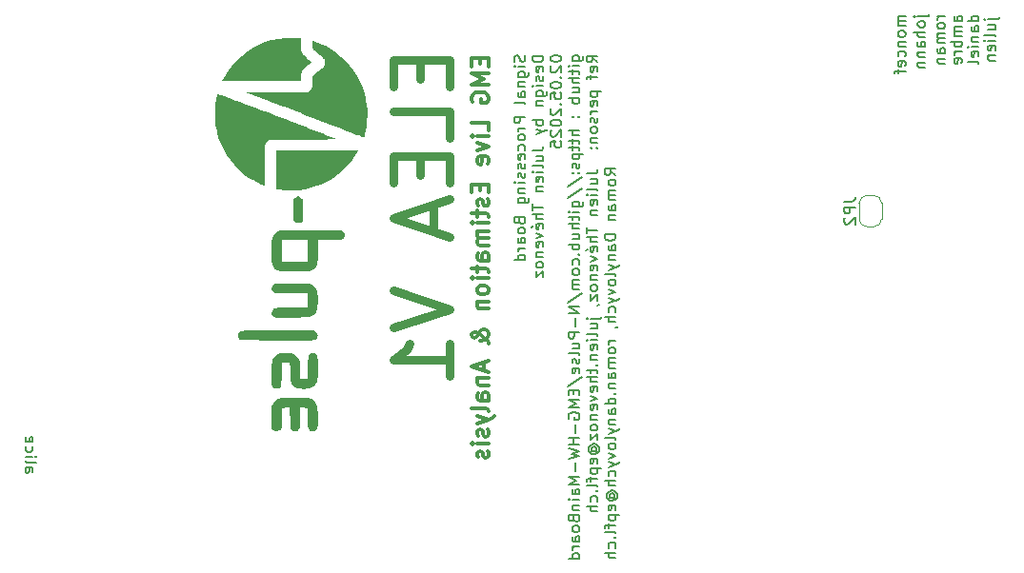
<source format=gbo>
%TF.GenerationSoftware,KiCad,Pcbnew,9.0.0-rc3*%
%TF.CreationDate,2025-05-17T15:27:16+02:00*%
%TF.ProjectId,Processing_board,50726f63-6573-4736-996e-675f626f6172,rev?*%
%TF.SameCoordinates,Original*%
%TF.FileFunction,Legend,Bot*%
%TF.FilePolarity,Positive*%
%FSLAX46Y46*%
G04 Gerber Fmt 4.6, Leading zero omitted, Abs format (unit mm)*
G04 Created by KiCad (PCBNEW 9.0.0-rc3) date 2025-05-17 15:27:16*
%MOMM*%
%LPD*%
G01*
G04 APERTURE LIST*
G04 Aperture macros list*
%AMFreePoly0*
4,1,23,0.500000,-0.750000,0.000000,-0.750000,0.000000,-0.745722,-0.065263,-0.745722,-0.191342,-0.711940,-0.304381,-0.646677,-0.396677,-0.554381,-0.461940,-0.441342,-0.495722,-0.315263,-0.495722,-0.250000,-0.500000,-0.250000,-0.500000,0.250000,-0.495722,0.250000,-0.495722,0.315263,-0.461940,0.441342,-0.396677,0.554381,-0.304381,0.646677,-0.191342,0.711940,-0.065263,0.745722,0.000000,0.745722,
0.000000,0.750000,0.500000,0.750000,0.500000,-0.750000,0.500000,-0.750000,$1*%
%AMFreePoly1*
4,1,23,0.000000,0.745722,0.065263,0.745722,0.191342,0.711940,0.304381,0.646677,0.396677,0.554381,0.461940,0.441342,0.495722,0.315263,0.495722,0.250000,0.500000,0.250000,0.500000,-0.250000,0.495722,-0.250000,0.495722,-0.315263,0.461940,-0.441342,0.396677,-0.554381,0.304381,-0.646677,0.191342,-0.711940,0.065263,-0.745722,0.000000,-0.745722,0.000000,-0.750000,-0.500000,-0.750000,
-0.500000,0.750000,0.000000,0.750000,0.000000,0.745722,0.000000,0.745722,$1*%
G04 Aperture macros list end*
%ADD10C,0.300000*%
%ADD11C,0.153000*%
%ADD12C,0.800000*%
%ADD13C,0.000000*%
%ADD14C,0.120000*%
%ADD15C,0.010000*%
%ADD16R,1.700000X1.700000*%
%ADD17O,1.700000X1.700000*%
%ADD18C,1.530000*%
%ADD19O,1.000000X1.800000*%
%ADD20C,2.200000*%
%ADD21FreePoly0,270.000000*%
%ADD22FreePoly1,270.000000*%
G04 APERTURE END LIST*
D10*
X125265114Y-80054510D02*
X125265114Y-80554510D01*
X126050828Y-80768796D02*
X126050828Y-80054510D01*
X126050828Y-80054510D02*
X124550828Y-80054510D01*
X124550828Y-80054510D02*
X124550828Y-80768796D01*
X126050828Y-81411653D02*
X124550828Y-81411653D01*
X124550828Y-81411653D02*
X125622257Y-81911653D01*
X125622257Y-81911653D02*
X124550828Y-82411653D01*
X124550828Y-82411653D02*
X126050828Y-82411653D01*
X124622257Y-83911654D02*
X124550828Y-83768797D01*
X124550828Y-83768797D02*
X124550828Y-83554511D01*
X124550828Y-83554511D02*
X124622257Y-83340225D01*
X124622257Y-83340225D02*
X124765114Y-83197368D01*
X124765114Y-83197368D02*
X124907971Y-83125939D01*
X124907971Y-83125939D02*
X125193685Y-83054511D01*
X125193685Y-83054511D02*
X125407971Y-83054511D01*
X125407971Y-83054511D02*
X125693685Y-83125939D01*
X125693685Y-83125939D02*
X125836542Y-83197368D01*
X125836542Y-83197368D02*
X125979400Y-83340225D01*
X125979400Y-83340225D02*
X126050828Y-83554511D01*
X126050828Y-83554511D02*
X126050828Y-83697368D01*
X126050828Y-83697368D02*
X125979400Y-83911654D01*
X125979400Y-83911654D02*
X125907971Y-83983082D01*
X125907971Y-83983082D02*
X125407971Y-83983082D01*
X125407971Y-83983082D02*
X125407971Y-83697368D01*
X126050828Y-86483082D02*
X126050828Y-85768796D01*
X126050828Y-85768796D02*
X124550828Y-85768796D01*
X126050828Y-86983082D02*
X125050828Y-86983082D01*
X124550828Y-86983082D02*
X124622257Y-86911654D01*
X124622257Y-86911654D02*
X124693685Y-86983082D01*
X124693685Y-86983082D02*
X124622257Y-87054511D01*
X124622257Y-87054511D02*
X124550828Y-86983082D01*
X124550828Y-86983082D02*
X124693685Y-86983082D01*
X125050828Y-87554511D02*
X126050828Y-87911654D01*
X126050828Y-87911654D02*
X125050828Y-88268797D01*
X125979400Y-89411654D02*
X126050828Y-89268797D01*
X126050828Y-89268797D02*
X126050828Y-88983083D01*
X126050828Y-88983083D02*
X125979400Y-88840225D01*
X125979400Y-88840225D02*
X125836542Y-88768797D01*
X125836542Y-88768797D02*
X125265114Y-88768797D01*
X125265114Y-88768797D02*
X125122257Y-88840225D01*
X125122257Y-88840225D02*
X125050828Y-88983083D01*
X125050828Y-88983083D02*
X125050828Y-89268797D01*
X125050828Y-89268797D02*
X125122257Y-89411654D01*
X125122257Y-89411654D02*
X125265114Y-89483083D01*
X125265114Y-89483083D02*
X125407971Y-89483083D01*
X125407971Y-89483083D02*
X125550828Y-88768797D01*
X125265114Y-91268796D02*
X125265114Y-91768796D01*
X126050828Y-91983082D02*
X126050828Y-91268796D01*
X126050828Y-91268796D02*
X124550828Y-91268796D01*
X124550828Y-91268796D02*
X124550828Y-91983082D01*
X125979400Y-92554511D02*
X126050828Y-92697368D01*
X126050828Y-92697368D02*
X126050828Y-92983082D01*
X126050828Y-92983082D02*
X125979400Y-93125939D01*
X125979400Y-93125939D02*
X125836542Y-93197368D01*
X125836542Y-93197368D02*
X125765114Y-93197368D01*
X125765114Y-93197368D02*
X125622257Y-93125939D01*
X125622257Y-93125939D02*
X125550828Y-92983082D01*
X125550828Y-92983082D02*
X125550828Y-92768797D01*
X125550828Y-92768797D02*
X125479400Y-92625939D01*
X125479400Y-92625939D02*
X125336542Y-92554511D01*
X125336542Y-92554511D02*
X125265114Y-92554511D01*
X125265114Y-92554511D02*
X125122257Y-92625939D01*
X125122257Y-92625939D02*
X125050828Y-92768797D01*
X125050828Y-92768797D02*
X125050828Y-92983082D01*
X125050828Y-92983082D02*
X125122257Y-93125939D01*
X125050828Y-93625940D02*
X125050828Y-94197368D01*
X124550828Y-93840225D02*
X125836542Y-93840225D01*
X125836542Y-93840225D02*
X125979400Y-93911654D01*
X125979400Y-93911654D02*
X126050828Y-94054511D01*
X126050828Y-94054511D02*
X126050828Y-94197368D01*
X126050828Y-94697368D02*
X125050828Y-94697368D01*
X124550828Y-94697368D02*
X124622257Y-94625940D01*
X124622257Y-94625940D02*
X124693685Y-94697368D01*
X124693685Y-94697368D02*
X124622257Y-94768797D01*
X124622257Y-94768797D02*
X124550828Y-94697368D01*
X124550828Y-94697368D02*
X124693685Y-94697368D01*
X126050828Y-95411654D02*
X125050828Y-95411654D01*
X125193685Y-95411654D02*
X125122257Y-95483083D01*
X125122257Y-95483083D02*
X125050828Y-95625940D01*
X125050828Y-95625940D02*
X125050828Y-95840226D01*
X125050828Y-95840226D02*
X125122257Y-95983083D01*
X125122257Y-95983083D02*
X125265114Y-96054512D01*
X125265114Y-96054512D02*
X126050828Y-96054512D01*
X125265114Y-96054512D02*
X125122257Y-96125940D01*
X125122257Y-96125940D02*
X125050828Y-96268797D01*
X125050828Y-96268797D02*
X125050828Y-96483083D01*
X125050828Y-96483083D02*
X125122257Y-96625940D01*
X125122257Y-96625940D02*
X125265114Y-96697369D01*
X125265114Y-96697369D02*
X126050828Y-96697369D01*
X126050828Y-98054512D02*
X125265114Y-98054512D01*
X125265114Y-98054512D02*
X125122257Y-97983083D01*
X125122257Y-97983083D02*
X125050828Y-97840226D01*
X125050828Y-97840226D02*
X125050828Y-97554512D01*
X125050828Y-97554512D02*
X125122257Y-97411654D01*
X125979400Y-98054512D02*
X126050828Y-97911654D01*
X126050828Y-97911654D02*
X126050828Y-97554512D01*
X126050828Y-97554512D02*
X125979400Y-97411654D01*
X125979400Y-97411654D02*
X125836542Y-97340226D01*
X125836542Y-97340226D02*
X125693685Y-97340226D01*
X125693685Y-97340226D02*
X125550828Y-97411654D01*
X125550828Y-97411654D02*
X125479400Y-97554512D01*
X125479400Y-97554512D02*
X125479400Y-97911654D01*
X125479400Y-97911654D02*
X125407971Y-98054512D01*
X125050828Y-98554512D02*
X125050828Y-99125940D01*
X124550828Y-98768797D02*
X125836542Y-98768797D01*
X125836542Y-98768797D02*
X125979400Y-98840226D01*
X125979400Y-98840226D02*
X126050828Y-98983083D01*
X126050828Y-98983083D02*
X126050828Y-99125940D01*
X126050828Y-99625940D02*
X125050828Y-99625940D01*
X124550828Y-99625940D02*
X124622257Y-99554512D01*
X124622257Y-99554512D02*
X124693685Y-99625940D01*
X124693685Y-99625940D02*
X124622257Y-99697369D01*
X124622257Y-99697369D02*
X124550828Y-99625940D01*
X124550828Y-99625940D02*
X124693685Y-99625940D01*
X126050828Y-100554512D02*
X125979400Y-100411655D01*
X125979400Y-100411655D02*
X125907971Y-100340226D01*
X125907971Y-100340226D02*
X125765114Y-100268798D01*
X125765114Y-100268798D02*
X125336542Y-100268798D01*
X125336542Y-100268798D02*
X125193685Y-100340226D01*
X125193685Y-100340226D02*
X125122257Y-100411655D01*
X125122257Y-100411655D02*
X125050828Y-100554512D01*
X125050828Y-100554512D02*
X125050828Y-100768798D01*
X125050828Y-100768798D02*
X125122257Y-100911655D01*
X125122257Y-100911655D02*
X125193685Y-100983084D01*
X125193685Y-100983084D02*
X125336542Y-101054512D01*
X125336542Y-101054512D02*
X125765114Y-101054512D01*
X125765114Y-101054512D02*
X125907971Y-100983084D01*
X125907971Y-100983084D02*
X125979400Y-100911655D01*
X125979400Y-100911655D02*
X126050828Y-100768798D01*
X126050828Y-100768798D02*
X126050828Y-100554512D01*
X125050828Y-101697369D02*
X126050828Y-101697369D01*
X125193685Y-101697369D02*
X125122257Y-101768798D01*
X125122257Y-101768798D02*
X125050828Y-101911655D01*
X125050828Y-101911655D02*
X125050828Y-102125941D01*
X125050828Y-102125941D02*
X125122257Y-102268798D01*
X125122257Y-102268798D02*
X125265114Y-102340227D01*
X125265114Y-102340227D02*
X126050828Y-102340227D01*
X126050828Y-105411655D02*
X126050828Y-105340227D01*
X126050828Y-105340227D02*
X125979400Y-105197369D01*
X125979400Y-105197369D02*
X125765114Y-104983084D01*
X125765114Y-104983084D02*
X125336542Y-104625941D01*
X125336542Y-104625941D02*
X125122257Y-104483084D01*
X125122257Y-104483084D02*
X124907971Y-104411655D01*
X124907971Y-104411655D02*
X124765114Y-104411655D01*
X124765114Y-104411655D02*
X124622257Y-104483084D01*
X124622257Y-104483084D02*
X124550828Y-104625941D01*
X124550828Y-104625941D02*
X124550828Y-104697369D01*
X124550828Y-104697369D02*
X124622257Y-104840227D01*
X124622257Y-104840227D02*
X124765114Y-104911655D01*
X124765114Y-104911655D02*
X124836542Y-104911655D01*
X124836542Y-104911655D02*
X124979400Y-104840227D01*
X124979400Y-104840227D02*
X125050828Y-104768798D01*
X125050828Y-104768798D02*
X125336542Y-104340227D01*
X125336542Y-104340227D02*
X125407971Y-104268798D01*
X125407971Y-104268798D02*
X125550828Y-104197369D01*
X125550828Y-104197369D02*
X125765114Y-104197369D01*
X125765114Y-104197369D02*
X125907971Y-104268798D01*
X125907971Y-104268798D02*
X125979400Y-104340227D01*
X125979400Y-104340227D02*
X126050828Y-104483084D01*
X126050828Y-104483084D02*
X126050828Y-104697369D01*
X126050828Y-104697369D02*
X125979400Y-104840227D01*
X125979400Y-104840227D02*
X125907971Y-104911655D01*
X125907971Y-104911655D02*
X125622257Y-105125941D01*
X125622257Y-105125941D02*
X125407971Y-105197369D01*
X125407971Y-105197369D02*
X125265114Y-105197369D01*
X125622257Y-107125941D02*
X125622257Y-107840227D01*
X126050828Y-106983084D02*
X124550828Y-107483084D01*
X124550828Y-107483084D02*
X126050828Y-107983084D01*
X125050828Y-108483083D02*
X126050828Y-108483083D01*
X125193685Y-108483083D02*
X125122257Y-108554512D01*
X125122257Y-108554512D02*
X125050828Y-108697369D01*
X125050828Y-108697369D02*
X125050828Y-108911655D01*
X125050828Y-108911655D02*
X125122257Y-109054512D01*
X125122257Y-109054512D02*
X125265114Y-109125941D01*
X125265114Y-109125941D02*
X126050828Y-109125941D01*
X126050828Y-110483084D02*
X125265114Y-110483084D01*
X125265114Y-110483084D02*
X125122257Y-110411655D01*
X125122257Y-110411655D02*
X125050828Y-110268798D01*
X125050828Y-110268798D02*
X125050828Y-109983084D01*
X125050828Y-109983084D02*
X125122257Y-109840226D01*
X125979400Y-110483084D02*
X126050828Y-110340226D01*
X126050828Y-110340226D02*
X126050828Y-109983084D01*
X126050828Y-109983084D02*
X125979400Y-109840226D01*
X125979400Y-109840226D02*
X125836542Y-109768798D01*
X125836542Y-109768798D02*
X125693685Y-109768798D01*
X125693685Y-109768798D02*
X125550828Y-109840226D01*
X125550828Y-109840226D02*
X125479400Y-109983084D01*
X125479400Y-109983084D02*
X125479400Y-110340226D01*
X125479400Y-110340226D02*
X125407971Y-110483084D01*
X126050828Y-111411655D02*
X125979400Y-111268798D01*
X125979400Y-111268798D02*
X125836542Y-111197369D01*
X125836542Y-111197369D02*
X124550828Y-111197369D01*
X125050828Y-111840226D02*
X126050828Y-112197369D01*
X125050828Y-112554512D02*
X126050828Y-112197369D01*
X126050828Y-112197369D02*
X126407971Y-112054512D01*
X126407971Y-112054512D02*
X126479400Y-111983083D01*
X126479400Y-111983083D02*
X126550828Y-111840226D01*
X125979400Y-113054512D02*
X126050828Y-113197369D01*
X126050828Y-113197369D02*
X126050828Y-113483083D01*
X126050828Y-113483083D02*
X125979400Y-113625940D01*
X125979400Y-113625940D02*
X125836542Y-113697369D01*
X125836542Y-113697369D02*
X125765114Y-113697369D01*
X125765114Y-113697369D02*
X125622257Y-113625940D01*
X125622257Y-113625940D02*
X125550828Y-113483083D01*
X125550828Y-113483083D02*
X125550828Y-113268798D01*
X125550828Y-113268798D02*
X125479400Y-113125940D01*
X125479400Y-113125940D02*
X125336542Y-113054512D01*
X125336542Y-113054512D02*
X125265114Y-113054512D01*
X125265114Y-113054512D02*
X125122257Y-113125940D01*
X125122257Y-113125940D02*
X125050828Y-113268798D01*
X125050828Y-113268798D02*
X125050828Y-113483083D01*
X125050828Y-113483083D02*
X125122257Y-113625940D01*
X126050828Y-114340226D02*
X125050828Y-114340226D01*
X124550828Y-114340226D02*
X124622257Y-114268798D01*
X124622257Y-114268798D02*
X124693685Y-114340226D01*
X124693685Y-114340226D02*
X124622257Y-114411655D01*
X124622257Y-114411655D02*
X124550828Y-114340226D01*
X124550828Y-114340226D02*
X124693685Y-114340226D01*
X125979400Y-114983084D02*
X126050828Y-115125941D01*
X126050828Y-115125941D02*
X126050828Y-115411655D01*
X126050828Y-115411655D02*
X125979400Y-115554512D01*
X125979400Y-115554512D02*
X125836542Y-115625941D01*
X125836542Y-115625941D02*
X125765114Y-115625941D01*
X125765114Y-115625941D02*
X125622257Y-115554512D01*
X125622257Y-115554512D02*
X125550828Y-115411655D01*
X125550828Y-115411655D02*
X125550828Y-115197370D01*
X125550828Y-115197370D02*
X125479400Y-115054512D01*
X125479400Y-115054512D02*
X125336542Y-114983084D01*
X125336542Y-114983084D02*
X125265114Y-114983084D01*
X125265114Y-114983084D02*
X125122257Y-115054512D01*
X125122257Y-115054512D02*
X125050828Y-115197370D01*
X125050828Y-115197370D02*
X125050828Y-115411655D01*
X125050828Y-115411655D02*
X125122257Y-115554512D01*
D11*
X164202996Y-76338752D02*
X165060139Y-76338752D01*
X165060139Y-76338752D02*
X165155377Y-76291133D01*
X165155377Y-76291133D02*
X165202996Y-76195895D01*
X165202996Y-76195895D02*
X165202996Y-76148276D01*
X163869663Y-76338752D02*
X163917282Y-76291133D01*
X163917282Y-76291133D02*
X163964901Y-76338752D01*
X163964901Y-76338752D02*
X163917282Y-76386371D01*
X163917282Y-76386371D02*
X163869663Y-76338752D01*
X163869663Y-76338752D02*
X163964901Y-76338752D01*
X164869663Y-76957799D02*
X164822044Y-76862561D01*
X164822044Y-76862561D02*
X164774424Y-76814942D01*
X164774424Y-76814942D02*
X164679186Y-76767323D01*
X164679186Y-76767323D02*
X164393472Y-76767323D01*
X164393472Y-76767323D02*
X164298234Y-76814942D01*
X164298234Y-76814942D02*
X164250615Y-76862561D01*
X164250615Y-76862561D02*
X164202996Y-76957799D01*
X164202996Y-76957799D02*
X164202996Y-77100656D01*
X164202996Y-77100656D02*
X164250615Y-77195894D01*
X164250615Y-77195894D02*
X164298234Y-77243513D01*
X164298234Y-77243513D02*
X164393472Y-77291132D01*
X164393472Y-77291132D02*
X164679186Y-77291132D01*
X164679186Y-77291132D02*
X164774424Y-77243513D01*
X164774424Y-77243513D02*
X164822044Y-77195894D01*
X164822044Y-77195894D02*
X164869663Y-77100656D01*
X164869663Y-77100656D02*
X164869663Y-76957799D01*
X164869663Y-77719704D02*
X163869663Y-77719704D01*
X164869663Y-78148275D02*
X164345853Y-78148275D01*
X164345853Y-78148275D02*
X164250615Y-78100656D01*
X164250615Y-78100656D02*
X164202996Y-78005418D01*
X164202996Y-78005418D02*
X164202996Y-77862561D01*
X164202996Y-77862561D02*
X164250615Y-77767323D01*
X164250615Y-77767323D02*
X164298234Y-77719704D01*
X164869663Y-79053037D02*
X164345853Y-79053037D01*
X164345853Y-79053037D02*
X164250615Y-79005418D01*
X164250615Y-79005418D02*
X164202996Y-78910180D01*
X164202996Y-78910180D02*
X164202996Y-78719704D01*
X164202996Y-78719704D02*
X164250615Y-78624466D01*
X164822044Y-79053037D02*
X164869663Y-78957799D01*
X164869663Y-78957799D02*
X164869663Y-78719704D01*
X164869663Y-78719704D02*
X164822044Y-78624466D01*
X164822044Y-78624466D02*
X164726805Y-78576847D01*
X164726805Y-78576847D02*
X164631567Y-78576847D01*
X164631567Y-78576847D02*
X164536329Y-78624466D01*
X164536329Y-78624466D02*
X164488710Y-78719704D01*
X164488710Y-78719704D02*
X164488710Y-78957799D01*
X164488710Y-78957799D02*
X164441091Y-79053037D01*
X164202996Y-79529228D02*
X164869663Y-79529228D01*
X164298234Y-79529228D02*
X164250615Y-79576847D01*
X164250615Y-79576847D02*
X164202996Y-79672085D01*
X164202996Y-79672085D02*
X164202996Y-79814942D01*
X164202996Y-79814942D02*
X164250615Y-79910180D01*
X164250615Y-79910180D02*
X164345853Y-79957799D01*
X164345853Y-79957799D02*
X164869663Y-79957799D01*
X164202996Y-80433990D02*
X164869663Y-80433990D01*
X164298234Y-80433990D02*
X164250615Y-80481609D01*
X164250615Y-80481609D02*
X164202996Y-80576847D01*
X164202996Y-80576847D02*
X164202996Y-80719704D01*
X164202996Y-80719704D02*
X164250615Y-80814942D01*
X164250615Y-80814942D02*
X164345853Y-80862561D01*
X164345853Y-80862561D02*
X164869663Y-80862561D01*
X168119663Y-76767323D02*
X167595853Y-76767323D01*
X167595853Y-76767323D02*
X167500615Y-76719704D01*
X167500615Y-76719704D02*
X167452996Y-76624466D01*
X167452996Y-76624466D02*
X167452996Y-76433990D01*
X167452996Y-76433990D02*
X167500615Y-76338752D01*
X168072044Y-76767323D02*
X168119663Y-76672085D01*
X168119663Y-76672085D02*
X168119663Y-76433990D01*
X168119663Y-76433990D02*
X168072044Y-76338752D01*
X168072044Y-76338752D02*
X167976805Y-76291133D01*
X167976805Y-76291133D02*
X167881567Y-76291133D01*
X167881567Y-76291133D02*
X167786329Y-76338752D01*
X167786329Y-76338752D02*
X167738710Y-76433990D01*
X167738710Y-76433990D02*
X167738710Y-76672085D01*
X167738710Y-76672085D02*
X167691091Y-76767323D01*
X168119663Y-77243514D02*
X167452996Y-77243514D01*
X167548234Y-77243514D02*
X167500615Y-77291133D01*
X167500615Y-77291133D02*
X167452996Y-77386371D01*
X167452996Y-77386371D02*
X167452996Y-77529228D01*
X167452996Y-77529228D02*
X167500615Y-77624466D01*
X167500615Y-77624466D02*
X167595853Y-77672085D01*
X167595853Y-77672085D02*
X168119663Y-77672085D01*
X167595853Y-77672085D02*
X167500615Y-77719704D01*
X167500615Y-77719704D02*
X167452996Y-77814942D01*
X167452996Y-77814942D02*
X167452996Y-77957799D01*
X167452996Y-77957799D02*
X167500615Y-78053038D01*
X167500615Y-78053038D02*
X167595853Y-78100657D01*
X167595853Y-78100657D02*
X168119663Y-78100657D01*
X168119663Y-78576847D02*
X167119663Y-78576847D01*
X167500615Y-78576847D02*
X167452996Y-78672085D01*
X167452996Y-78672085D02*
X167452996Y-78862561D01*
X167452996Y-78862561D02*
X167500615Y-78957799D01*
X167500615Y-78957799D02*
X167548234Y-79005418D01*
X167548234Y-79005418D02*
X167643472Y-79053037D01*
X167643472Y-79053037D02*
X167929186Y-79053037D01*
X167929186Y-79053037D02*
X168024424Y-79005418D01*
X168024424Y-79005418D02*
X168072044Y-78957799D01*
X168072044Y-78957799D02*
X168119663Y-78862561D01*
X168119663Y-78862561D02*
X168119663Y-78672085D01*
X168119663Y-78672085D02*
X168072044Y-78576847D01*
X168119663Y-79481609D02*
X167452996Y-79481609D01*
X167643472Y-79481609D02*
X167548234Y-79529228D01*
X167548234Y-79529228D02*
X167500615Y-79576847D01*
X167500615Y-79576847D02*
X167452996Y-79672085D01*
X167452996Y-79672085D02*
X167452996Y-79767323D01*
X168072044Y-80481609D02*
X168119663Y-80386371D01*
X168119663Y-80386371D02*
X168119663Y-80195895D01*
X168119663Y-80195895D02*
X168072044Y-80100657D01*
X168072044Y-80100657D02*
X167976805Y-80053038D01*
X167976805Y-80053038D02*
X167595853Y-80053038D01*
X167595853Y-80053038D02*
X167500615Y-80100657D01*
X167500615Y-80100657D02*
X167452996Y-80195895D01*
X167452996Y-80195895D02*
X167452996Y-80386371D01*
X167452996Y-80386371D02*
X167500615Y-80481609D01*
X167500615Y-80481609D02*
X167595853Y-80529228D01*
X167595853Y-80529228D02*
X167691091Y-80529228D01*
X167691091Y-80529228D02*
X167786329Y-80053038D01*
X169619663Y-76767323D02*
X168619663Y-76767323D01*
X169572044Y-76767323D02*
X169619663Y-76672085D01*
X169619663Y-76672085D02*
X169619663Y-76481609D01*
X169619663Y-76481609D02*
X169572044Y-76386371D01*
X169572044Y-76386371D02*
X169524424Y-76338752D01*
X169524424Y-76338752D02*
X169429186Y-76291133D01*
X169429186Y-76291133D02*
X169143472Y-76291133D01*
X169143472Y-76291133D02*
X169048234Y-76338752D01*
X169048234Y-76338752D02*
X169000615Y-76386371D01*
X169000615Y-76386371D02*
X168952996Y-76481609D01*
X168952996Y-76481609D02*
X168952996Y-76672085D01*
X168952996Y-76672085D02*
X169000615Y-76767323D01*
X169619663Y-77672085D02*
X169095853Y-77672085D01*
X169095853Y-77672085D02*
X169000615Y-77624466D01*
X169000615Y-77624466D02*
X168952996Y-77529228D01*
X168952996Y-77529228D02*
X168952996Y-77338752D01*
X168952996Y-77338752D02*
X169000615Y-77243514D01*
X169572044Y-77672085D02*
X169619663Y-77576847D01*
X169619663Y-77576847D02*
X169619663Y-77338752D01*
X169619663Y-77338752D02*
X169572044Y-77243514D01*
X169572044Y-77243514D02*
X169476805Y-77195895D01*
X169476805Y-77195895D02*
X169381567Y-77195895D01*
X169381567Y-77195895D02*
X169286329Y-77243514D01*
X169286329Y-77243514D02*
X169238710Y-77338752D01*
X169238710Y-77338752D02*
X169238710Y-77576847D01*
X169238710Y-77576847D02*
X169191091Y-77672085D01*
X168952996Y-78148276D02*
X169619663Y-78148276D01*
X169048234Y-78148276D02*
X169000615Y-78195895D01*
X169000615Y-78195895D02*
X168952996Y-78291133D01*
X168952996Y-78291133D02*
X168952996Y-78433990D01*
X168952996Y-78433990D02*
X169000615Y-78529228D01*
X169000615Y-78529228D02*
X169095853Y-78576847D01*
X169095853Y-78576847D02*
X169619663Y-78576847D01*
X169619663Y-79053038D02*
X168952996Y-79053038D01*
X168619663Y-79053038D02*
X168667282Y-79005419D01*
X168667282Y-79005419D02*
X168714901Y-79053038D01*
X168714901Y-79053038D02*
X168667282Y-79100657D01*
X168667282Y-79100657D02*
X168619663Y-79053038D01*
X168619663Y-79053038D02*
X168714901Y-79053038D01*
X169572044Y-79910180D02*
X169619663Y-79814942D01*
X169619663Y-79814942D02*
X169619663Y-79624466D01*
X169619663Y-79624466D02*
X169572044Y-79529228D01*
X169572044Y-79529228D02*
X169476805Y-79481609D01*
X169476805Y-79481609D02*
X169095853Y-79481609D01*
X169095853Y-79481609D02*
X169000615Y-79529228D01*
X169000615Y-79529228D02*
X168952996Y-79624466D01*
X168952996Y-79624466D02*
X168952996Y-79814942D01*
X168952996Y-79814942D02*
X169000615Y-79910180D01*
X169000615Y-79910180D02*
X169095853Y-79957799D01*
X169095853Y-79957799D02*
X169191091Y-79957799D01*
X169191091Y-79957799D02*
X169286329Y-79481609D01*
X169619663Y-80529228D02*
X169572044Y-80433990D01*
X169572044Y-80433990D02*
X169476805Y-80386371D01*
X169476805Y-80386371D02*
X168619663Y-80386371D01*
X166619663Y-76338752D02*
X165952996Y-76338752D01*
X166143472Y-76338752D02*
X166048234Y-76386371D01*
X166048234Y-76386371D02*
X166000615Y-76433990D01*
X166000615Y-76433990D02*
X165952996Y-76529228D01*
X165952996Y-76529228D02*
X165952996Y-76624466D01*
X166619663Y-77100657D02*
X166572044Y-77005419D01*
X166572044Y-77005419D02*
X166524424Y-76957800D01*
X166524424Y-76957800D02*
X166429186Y-76910181D01*
X166429186Y-76910181D02*
X166143472Y-76910181D01*
X166143472Y-76910181D02*
X166048234Y-76957800D01*
X166048234Y-76957800D02*
X166000615Y-77005419D01*
X166000615Y-77005419D02*
X165952996Y-77100657D01*
X165952996Y-77100657D02*
X165952996Y-77243514D01*
X165952996Y-77243514D02*
X166000615Y-77338752D01*
X166000615Y-77338752D02*
X166048234Y-77386371D01*
X166048234Y-77386371D02*
X166143472Y-77433990D01*
X166143472Y-77433990D02*
X166429186Y-77433990D01*
X166429186Y-77433990D02*
X166524424Y-77386371D01*
X166524424Y-77386371D02*
X166572044Y-77338752D01*
X166572044Y-77338752D02*
X166619663Y-77243514D01*
X166619663Y-77243514D02*
X166619663Y-77100657D01*
X166619663Y-77862562D02*
X165952996Y-77862562D01*
X166048234Y-77862562D02*
X166000615Y-77910181D01*
X166000615Y-77910181D02*
X165952996Y-78005419D01*
X165952996Y-78005419D02*
X165952996Y-78148276D01*
X165952996Y-78148276D02*
X166000615Y-78243514D01*
X166000615Y-78243514D02*
X166095853Y-78291133D01*
X166095853Y-78291133D02*
X166619663Y-78291133D01*
X166095853Y-78291133D02*
X166000615Y-78338752D01*
X166000615Y-78338752D02*
X165952996Y-78433990D01*
X165952996Y-78433990D02*
X165952996Y-78576847D01*
X165952996Y-78576847D02*
X166000615Y-78672086D01*
X166000615Y-78672086D02*
X166095853Y-78719705D01*
X166095853Y-78719705D02*
X166619663Y-78719705D01*
X166619663Y-79624466D02*
X166095853Y-79624466D01*
X166095853Y-79624466D02*
X166000615Y-79576847D01*
X166000615Y-79576847D02*
X165952996Y-79481609D01*
X165952996Y-79481609D02*
X165952996Y-79291133D01*
X165952996Y-79291133D02*
X166000615Y-79195895D01*
X166572044Y-79624466D02*
X166619663Y-79529228D01*
X166619663Y-79529228D02*
X166619663Y-79291133D01*
X166619663Y-79291133D02*
X166572044Y-79195895D01*
X166572044Y-79195895D02*
X166476805Y-79148276D01*
X166476805Y-79148276D02*
X166381567Y-79148276D01*
X166381567Y-79148276D02*
X166286329Y-79195895D01*
X166286329Y-79195895D02*
X166238710Y-79291133D01*
X166238710Y-79291133D02*
X166238710Y-79529228D01*
X166238710Y-79529228D02*
X166191091Y-79624466D01*
X165952996Y-80100657D02*
X166619663Y-80100657D01*
X166048234Y-80100657D02*
X166000615Y-80148276D01*
X166000615Y-80148276D02*
X165952996Y-80243514D01*
X165952996Y-80243514D02*
X165952996Y-80386371D01*
X165952996Y-80386371D02*
X166000615Y-80481609D01*
X166000615Y-80481609D02*
X166095853Y-80529228D01*
X166095853Y-80529228D02*
X166619663Y-80529228D01*
D12*
X119977447Y-80216791D02*
X119977447Y-81883457D01*
X122596495Y-82597743D02*
X122596495Y-80216791D01*
X122596495Y-80216791D02*
X117596495Y-80216791D01*
X117596495Y-80216791D02*
X117596495Y-82597743D01*
X122596495Y-87121553D02*
X122596495Y-84740601D01*
X122596495Y-84740601D02*
X117596495Y-84740601D01*
X119977447Y-88788220D02*
X119977447Y-90454886D01*
X122596495Y-91169172D02*
X122596495Y-88788220D01*
X122596495Y-88788220D02*
X117596495Y-88788220D01*
X117596495Y-88788220D02*
X117596495Y-91169172D01*
X121167923Y-93073934D02*
X121167923Y-95454887D01*
X122596495Y-92597744D02*
X117596495Y-94264411D01*
X117596495Y-94264411D02*
X122596495Y-95931077D01*
X117596495Y-100692982D02*
X122596495Y-102359649D01*
X122596495Y-102359649D02*
X117596495Y-104026315D01*
X122596495Y-108312029D02*
X122596495Y-105454886D01*
X122596495Y-106883458D02*
X117596495Y-106883458D01*
X117596495Y-106883458D02*
X118310780Y-106407267D01*
X118310780Y-106407267D02*
X118786971Y-105931077D01*
X118786971Y-105931077D02*
X119025066Y-105454886D01*
D11*
X84880336Y-116482676D02*
X85404146Y-116482676D01*
X85404146Y-116482676D02*
X85499384Y-116530295D01*
X85499384Y-116530295D02*
X85547003Y-116625533D01*
X85547003Y-116625533D02*
X85547003Y-116816009D01*
X85547003Y-116816009D02*
X85499384Y-116911247D01*
X84927956Y-116482676D02*
X84880336Y-116577914D01*
X84880336Y-116577914D02*
X84880336Y-116816009D01*
X84880336Y-116816009D02*
X84927956Y-116911247D01*
X84927956Y-116911247D02*
X85023194Y-116958866D01*
X85023194Y-116958866D02*
X85118432Y-116958866D01*
X85118432Y-116958866D02*
X85213670Y-116911247D01*
X85213670Y-116911247D02*
X85261289Y-116816009D01*
X85261289Y-116816009D02*
X85261289Y-116577914D01*
X85261289Y-116577914D02*
X85308908Y-116482676D01*
X84880336Y-115863628D02*
X84927956Y-115958866D01*
X84927956Y-115958866D02*
X85023194Y-116006485D01*
X85023194Y-116006485D02*
X85880336Y-116006485D01*
X84880336Y-115482675D02*
X85547003Y-115482675D01*
X85880336Y-115482675D02*
X85832717Y-115530294D01*
X85832717Y-115530294D02*
X85785098Y-115482675D01*
X85785098Y-115482675D02*
X85832717Y-115435056D01*
X85832717Y-115435056D02*
X85880336Y-115482675D01*
X85880336Y-115482675D02*
X85785098Y-115482675D01*
X84927956Y-114577914D02*
X84880336Y-114673152D01*
X84880336Y-114673152D02*
X84880336Y-114863628D01*
X84880336Y-114863628D02*
X84927956Y-114958866D01*
X84927956Y-114958866D02*
X84975575Y-115006485D01*
X84975575Y-115006485D02*
X85070813Y-115054104D01*
X85070813Y-115054104D02*
X85356527Y-115054104D01*
X85356527Y-115054104D02*
X85451765Y-115006485D01*
X85451765Y-115006485D02*
X85499384Y-114958866D01*
X85499384Y-114958866D02*
X85547003Y-114863628D01*
X85547003Y-114863628D02*
X85547003Y-114673152D01*
X85547003Y-114673152D02*
X85499384Y-114577914D01*
X84927956Y-113768390D02*
X84880336Y-113863628D01*
X84880336Y-113863628D02*
X84880336Y-114054104D01*
X84880336Y-114054104D02*
X84927956Y-114149342D01*
X84927956Y-114149342D02*
X85023194Y-114196961D01*
X85023194Y-114196961D02*
X85404146Y-114196961D01*
X85404146Y-114196961D02*
X85499384Y-114149342D01*
X85499384Y-114149342D02*
X85547003Y-114054104D01*
X85547003Y-114054104D02*
X85547003Y-113863628D01*
X85547003Y-113863628D02*
X85499384Y-113768390D01*
X85499384Y-113768390D02*
X85404146Y-113720771D01*
X85404146Y-113720771D02*
X85308908Y-113720771D01*
X85308908Y-113720771D02*
X85213670Y-114196961D01*
X170452996Y-76588752D02*
X171310139Y-76588752D01*
X171310139Y-76588752D02*
X171405377Y-76541133D01*
X171405377Y-76541133D02*
X171452996Y-76445895D01*
X171452996Y-76445895D02*
X171452996Y-76398276D01*
X170119663Y-76588752D02*
X170167282Y-76541133D01*
X170167282Y-76541133D02*
X170214901Y-76588752D01*
X170214901Y-76588752D02*
X170167282Y-76636371D01*
X170167282Y-76636371D02*
X170119663Y-76588752D01*
X170119663Y-76588752D02*
X170214901Y-76588752D01*
X170452996Y-77493513D02*
X171119663Y-77493513D01*
X170452996Y-77064942D02*
X170976805Y-77064942D01*
X170976805Y-77064942D02*
X171072044Y-77112561D01*
X171072044Y-77112561D02*
X171119663Y-77207799D01*
X171119663Y-77207799D02*
X171119663Y-77350656D01*
X171119663Y-77350656D02*
X171072044Y-77445894D01*
X171072044Y-77445894D02*
X171024424Y-77493513D01*
X171119663Y-78112561D02*
X171072044Y-78017323D01*
X171072044Y-78017323D02*
X170976805Y-77969704D01*
X170976805Y-77969704D02*
X170119663Y-77969704D01*
X171119663Y-78493514D02*
X170452996Y-78493514D01*
X170119663Y-78493514D02*
X170167282Y-78445895D01*
X170167282Y-78445895D02*
X170214901Y-78493514D01*
X170214901Y-78493514D02*
X170167282Y-78541133D01*
X170167282Y-78541133D02*
X170119663Y-78493514D01*
X170119663Y-78493514D02*
X170214901Y-78493514D01*
X171072044Y-79350656D02*
X171119663Y-79255418D01*
X171119663Y-79255418D02*
X171119663Y-79064942D01*
X171119663Y-79064942D02*
X171072044Y-78969704D01*
X171072044Y-78969704D02*
X170976805Y-78922085D01*
X170976805Y-78922085D02*
X170595853Y-78922085D01*
X170595853Y-78922085D02*
X170500615Y-78969704D01*
X170500615Y-78969704D02*
X170452996Y-79064942D01*
X170452996Y-79064942D02*
X170452996Y-79255418D01*
X170452996Y-79255418D02*
X170500615Y-79350656D01*
X170500615Y-79350656D02*
X170595853Y-79398275D01*
X170595853Y-79398275D02*
X170691091Y-79398275D01*
X170691091Y-79398275D02*
X170786329Y-78922085D01*
X170452996Y-79826847D02*
X171119663Y-79826847D01*
X170548234Y-79826847D02*
X170500615Y-79874466D01*
X170500615Y-79874466D02*
X170452996Y-79969704D01*
X170452996Y-79969704D02*
X170452996Y-80112561D01*
X170452996Y-80112561D02*
X170500615Y-80207799D01*
X170500615Y-80207799D02*
X170595853Y-80255418D01*
X170595853Y-80255418D02*
X171119663Y-80255418D01*
X129272324Y-79791133D02*
X129319943Y-79933990D01*
X129319943Y-79933990D02*
X129319943Y-80172085D01*
X129319943Y-80172085D02*
X129272324Y-80267323D01*
X129272324Y-80267323D02*
X129224704Y-80314942D01*
X129224704Y-80314942D02*
X129129466Y-80362561D01*
X129129466Y-80362561D02*
X129034228Y-80362561D01*
X129034228Y-80362561D02*
X128938990Y-80314942D01*
X128938990Y-80314942D02*
X128891371Y-80267323D01*
X128891371Y-80267323D02*
X128843752Y-80172085D01*
X128843752Y-80172085D02*
X128796133Y-79981609D01*
X128796133Y-79981609D02*
X128748514Y-79886371D01*
X128748514Y-79886371D02*
X128700895Y-79838752D01*
X128700895Y-79838752D02*
X128605657Y-79791133D01*
X128605657Y-79791133D02*
X128510419Y-79791133D01*
X128510419Y-79791133D02*
X128415181Y-79838752D01*
X128415181Y-79838752D02*
X128367562Y-79886371D01*
X128367562Y-79886371D02*
X128319943Y-79981609D01*
X128319943Y-79981609D02*
X128319943Y-80219704D01*
X128319943Y-80219704D02*
X128367562Y-80362561D01*
X129319943Y-80791133D02*
X128653276Y-80791133D01*
X128319943Y-80791133D02*
X128367562Y-80743514D01*
X128367562Y-80743514D02*
X128415181Y-80791133D01*
X128415181Y-80791133D02*
X128367562Y-80838752D01*
X128367562Y-80838752D02*
X128319943Y-80791133D01*
X128319943Y-80791133D02*
X128415181Y-80791133D01*
X128653276Y-81695894D02*
X129462800Y-81695894D01*
X129462800Y-81695894D02*
X129558038Y-81648275D01*
X129558038Y-81648275D02*
X129605657Y-81600656D01*
X129605657Y-81600656D02*
X129653276Y-81505418D01*
X129653276Y-81505418D02*
X129653276Y-81362561D01*
X129653276Y-81362561D02*
X129605657Y-81267323D01*
X129272324Y-81695894D02*
X129319943Y-81600656D01*
X129319943Y-81600656D02*
X129319943Y-81410180D01*
X129319943Y-81410180D02*
X129272324Y-81314942D01*
X129272324Y-81314942D02*
X129224704Y-81267323D01*
X129224704Y-81267323D02*
X129129466Y-81219704D01*
X129129466Y-81219704D02*
X128843752Y-81219704D01*
X128843752Y-81219704D02*
X128748514Y-81267323D01*
X128748514Y-81267323D02*
X128700895Y-81314942D01*
X128700895Y-81314942D02*
X128653276Y-81410180D01*
X128653276Y-81410180D02*
X128653276Y-81600656D01*
X128653276Y-81600656D02*
X128700895Y-81695894D01*
X128653276Y-82172085D02*
X129319943Y-82172085D01*
X128748514Y-82172085D02*
X128700895Y-82219704D01*
X128700895Y-82219704D02*
X128653276Y-82314942D01*
X128653276Y-82314942D02*
X128653276Y-82457799D01*
X128653276Y-82457799D02*
X128700895Y-82553037D01*
X128700895Y-82553037D02*
X128796133Y-82600656D01*
X128796133Y-82600656D02*
X129319943Y-82600656D01*
X129319943Y-83505418D02*
X128796133Y-83505418D01*
X128796133Y-83505418D02*
X128700895Y-83457799D01*
X128700895Y-83457799D02*
X128653276Y-83362561D01*
X128653276Y-83362561D02*
X128653276Y-83172085D01*
X128653276Y-83172085D02*
X128700895Y-83076847D01*
X129272324Y-83505418D02*
X129319943Y-83410180D01*
X129319943Y-83410180D02*
X129319943Y-83172085D01*
X129319943Y-83172085D02*
X129272324Y-83076847D01*
X129272324Y-83076847D02*
X129177085Y-83029228D01*
X129177085Y-83029228D02*
X129081847Y-83029228D01*
X129081847Y-83029228D02*
X128986609Y-83076847D01*
X128986609Y-83076847D02*
X128938990Y-83172085D01*
X128938990Y-83172085D02*
X128938990Y-83410180D01*
X128938990Y-83410180D02*
X128891371Y-83505418D01*
X129319943Y-84124466D02*
X129272324Y-84029228D01*
X129272324Y-84029228D02*
X129177085Y-83981609D01*
X129177085Y-83981609D02*
X128319943Y-83981609D01*
X129319943Y-85267324D02*
X128319943Y-85267324D01*
X128319943Y-85267324D02*
X128319943Y-85648276D01*
X128319943Y-85648276D02*
X128367562Y-85743514D01*
X128367562Y-85743514D02*
X128415181Y-85791133D01*
X128415181Y-85791133D02*
X128510419Y-85838752D01*
X128510419Y-85838752D02*
X128653276Y-85838752D01*
X128653276Y-85838752D02*
X128748514Y-85791133D01*
X128748514Y-85791133D02*
X128796133Y-85743514D01*
X128796133Y-85743514D02*
X128843752Y-85648276D01*
X128843752Y-85648276D02*
X128843752Y-85267324D01*
X129319943Y-86267324D02*
X128653276Y-86267324D01*
X128843752Y-86267324D02*
X128748514Y-86314943D01*
X128748514Y-86314943D02*
X128700895Y-86362562D01*
X128700895Y-86362562D02*
X128653276Y-86457800D01*
X128653276Y-86457800D02*
X128653276Y-86553038D01*
X129319943Y-87029229D02*
X129272324Y-86933991D01*
X129272324Y-86933991D02*
X129224704Y-86886372D01*
X129224704Y-86886372D02*
X129129466Y-86838753D01*
X129129466Y-86838753D02*
X128843752Y-86838753D01*
X128843752Y-86838753D02*
X128748514Y-86886372D01*
X128748514Y-86886372D02*
X128700895Y-86933991D01*
X128700895Y-86933991D02*
X128653276Y-87029229D01*
X128653276Y-87029229D02*
X128653276Y-87172086D01*
X128653276Y-87172086D02*
X128700895Y-87267324D01*
X128700895Y-87267324D02*
X128748514Y-87314943D01*
X128748514Y-87314943D02*
X128843752Y-87362562D01*
X128843752Y-87362562D02*
X129129466Y-87362562D01*
X129129466Y-87362562D02*
X129224704Y-87314943D01*
X129224704Y-87314943D02*
X129272324Y-87267324D01*
X129272324Y-87267324D02*
X129319943Y-87172086D01*
X129319943Y-87172086D02*
X129319943Y-87029229D01*
X129272324Y-88219705D02*
X129319943Y-88124467D01*
X129319943Y-88124467D02*
X129319943Y-87933991D01*
X129319943Y-87933991D02*
X129272324Y-87838753D01*
X129272324Y-87838753D02*
X129224704Y-87791134D01*
X129224704Y-87791134D02*
X129129466Y-87743515D01*
X129129466Y-87743515D02*
X128843752Y-87743515D01*
X128843752Y-87743515D02*
X128748514Y-87791134D01*
X128748514Y-87791134D02*
X128700895Y-87838753D01*
X128700895Y-87838753D02*
X128653276Y-87933991D01*
X128653276Y-87933991D02*
X128653276Y-88124467D01*
X128653276Y-88124467D02*
X128700895Y-88219705D01*
X129272324Y-89029229D02*
X129319943Y-88933991D01*
X129319943Y-88933991D02*
X129319943Y-88743515D01*
X129319943Y-88743515D02*
X129272324Y-88648277D01*
X129272324Y-88648277D02*
X129177085Y-88600658D01*
X129177085Y-88600658D02*
X128796133Y-88600658D01*
X128796133Y-88600658D02*
X128700895Y-88648277D01*
X128700895Y-88648277D02*
X128653276Y-88743515D01*
X128653276Y-88743515D02*
X128653276Y-88933991D01*
X128653276Y-88933991D02*
X128700895Y-89029229D01*
X128700895Y-89029229D02*
X128796133Y-89076848D01*
X128796133Y-89076848D02*
X128891371Y-89076848D01*
X128891371Y-89076848D02*
X128986609Y-88600658D01*
X129272324Y-89457801D02*
X129319943Y-89553039D01*
X129319943Y-89553039D02*
X129319943Y-89743515D01*
X129319943Y-89743515D02*
X129272324Y-89838753D01*
X129272324Y-89838753D02*
X129177085Y-89886372D01*
X129177085Y-89886372D02*
X129129466Y-89886372D01*
X129129466Y-89886372D02*
X129034228Y-89838753D01*
X129034228Y-89838753D02*
X128986609Y-89743515D01*
X128986609Y-89743515D02*
X128986609Y-89600658D01*
X128986609Y-89600658D02*
X128938990Y-89505420D01*
X128938990Y-89505420D02*
X128843752Y-89457801D01*
X128843752Y-89457801D02*
X128796133Y-89457801D01*
X128796133Y-89457801D02*
X128700895Y-89505420D01*
X128700895Y-89505420D02*
X128653276Y-89600658D01*
X128653276Y-89600658D02*
X128653276Y-89743515D01*
X128653276Y-89743515D02*
X128700895Y-89838753D01*
X129272324Y-90267325D02*
X129319943Y-90362563D01*
X129319943Y-90362563D02*
X129319943Y-90553039D01*
X129319943Y-90553039D02*
X129272324Y-90648277D01*
X129272324Y-90648277D02*
X129177085Y-90695896D01*
X129177085Y-90695896D02*
X129129466Y-90695896D01*
X129129466Y-90695896D02*
X129034228Y-90648277D01*
X129034228Y-90648277D02*
X128986609Y-90553039D01*
X128986609Y-90553039D02*
X128986609Y-90410182D01*
X128986609Y-90410182D02*
X128938990Y-90314944D01*
X128938990Y-90314944D02*
X128843752Y-90267325D01*
X128843752Y-90267325D02*
X128796133Y-90267325D01*
X128796133Y-90267325D02*
X128700895Y-90314944D01*
X128700895Y-90314944D02*
X128653276Y-90410182D01*
X128653276Y-90410182D02*
X128653276Y-90553039D01*
X128653276Y-90553039D02*
X128700895Y-90648277D01*
X129319943Y-91124468D02*
X128653276Y-91124468D01*
X128319943Y-91124468D02*
X128367562Y-91076849D01*
X128367562Y-91076849D02*
X128415181Y-91124468D01*
X128415181Y-91124468D02*
X128367562Y-91172087D01*
X128367562Y-91172087D02*
X128319943Y-91124468D01*
X128319943Y-91124468D02*
X128415181Y-91124468D01*
X128653276Y-91600658D02*
X129319943Y-91600658D01*
X128748514Y-91600658D02*
X128700895Y-91648277D01*
X128700895Y-91648277D02*
X128653276Y-91743515D01*
X128653276Y-91743515D02*
X128653276Y-91886372D01*
X128653276Y-91886372D02*
X128700895Y-91981610D01*
X128700895Y-91981610D02*
X128796133Y-92029229D01*
X128796133Y-92029229D02*
X129319943Y-92029229D01*
X128653276Y-92933991D02*
X129462800Y-92933991D01*
X129462800Y-92933991D02*
X129558038Y-92886372D01*
X129558038Y-92886372D02*
X129605657Y-92838753D01*
X129605657Y-92838753D02*
X129653276Y-92743515D01*
X129653276Y-92743515D02*
X129653276Y-92600658D01*
X129653276Y-92600658D02*
X129605657Y-92505420D01*
X129272324Y-92933991D02*
X129319943Y-92838753D01*
X129319943Y-92838753D02*
X129319943Y-92648277D01*
X129319943Y-92648277D02*
X129272324Y-92553039D01*
X129272324Y-92553039D02*
X129224704Y-92505420D01*
X129224704Y-92505420D02*
X129129466Y-92457801D01*
X129129466Y-92457801D02*
X128843752Y-92457801D01*
X128843752Y-92457801D02*
X128748514Y-92505420D01*
X128748514Y-92505420D02*
X128700895Y-92553039D01*
X128700895Y-92553039D02*
X128653276Y-92648277D01*
X128653276Y-92648277D02*
X128653276Y-92838753D01*
X128653276Y-92838753D02*
X128700895Y-92933991D01*
X128796133Y-94505420D02*
X128843752Y-94648277D01*
X128843752Y-94648277D02*
X128891371Y-94695896D01*
X128891371Y-94695896D02*
X128986609Y-94743515D01*
X128986609Y-94743515D02*
X129129466Y-94743515D01*
X129129466Y-94743515D02*
X129224704Y-94695896D01*
X129224704Y-94695896D02*
X129272324Y-94648277D01*
X129272324Y-94648277D02*
X129319943Y-94553039D01*
X129319943Y-94553039D02*
X129319943Y-94172087D01*
X129319943Y-94172087D02*
X128319943Y-94172087D01*
X128319943Y-94172087D02*
X128319943Y-94505420D01*
X128319943Y-94505420D02*
X128367562Y-94600658D01*
X128367562Y-94600658D02*
X128415181Y-94648277D01*
X128415181Y-94648277D02*
X128510419Y-94695896D01*
X128510419Y-94695896D02*
X128605657Y-94695896D01*
X128605657Y-94695896D02*
X128700895Y-94648277D01*
X128700895Y-94648277D02*
X128748514Y-94600658D01*
X128748514Y-94600658D02*
X128796133Y-94505420D01*
X128796133Y-94505420D02*
X128796133Y-94172087D01*
X129319943Y-95314944D02*
X129272324Y-95219706D01*
X129272324Y-95219706D02*
X129224704Y-95172087D01*
X129224704Y-95172087D02*
X129129466Y-95124468D01*
X129129466Y-95124468D02*
X128843752Y-95124468D01*
X128843752Y-95124468D02*
X128748514Y-95172087D01*
X128748514Y-95172087D02*
X128700895Y-95219706D01*
X128700895Y-95219706D02*
X128653276Y-95314944D01*
X128653276Y-95314944D02*
X128653276Y-95457801D01*
X128653276Y-95457801D02*
X128700895Y-95553039D01*
X128700895Y-95553039D02*
X128748514Y-95600658D01*
X128748514Y-95600658D02*
X128843752Y-95648277D01*
X128843752Y-95648277D02*
X129129466Y-95648277D01*
X129129466Y-95648277D02*
X129224704Y-95600658D01*
X129224704Y-95600658D02*
X129272324Y-95553039D01*
X129272324Y-95553039D02*
X129319943Y-95457801D01*
X129319943Y-95457801D02*
X129319943Y-95314944D01*
X129319943Y-96505420D02*
X128796133Y-96505420D01*
X128796133Y-96505420D02*
X128700895Y-96457801D01*
X128700895Y-96457801D02*
X128653276Y-96362563D01*
X128653276Y-96362563D02*
X128653276Y-96172087D01*
X128653276Y-96172087D02*
X128700895Y-96076849D01*
X129272324Y-96505420D02*
X129319943Y-96410182D01*
X129319943Y-96410182D02*
X129319943Y-96172087D01*
X129319943Y-96172087D02*
X129272324Y-96076849D01*
X129272324Y-96076849D02*
X129177085Y-96029230D01*
X129177085Y-96029230D02*
X129081847Y-96029230D01*
X129081847Y-96029230D02*
X128986609Y-96076849D01*
X128986609Y-96076849D02*
X128938990Y-96172087D01*
X128938990Y-96172087D02*
X128938990Y-96410182D01*
X128938990Y-96410182D02*
X128891371Y-96505420D01*
X129319943Y-96981611D02*
X128653276Y-96981611D01*
X128843752Y-96981611D02*
X128748514Y-97029230D01*
X128748514Y-97029230D02*
X128700895Y-97076849D01*
X128700895Y-97076849D02*
X128653276Y-97172087D01*
X128653276Y-97172087D02*
X128653276Y-97267325D01*
X129319943Y-98029230D02*
X128319943Y-98029230D01*
X129272324Y-98029230D02*
X129319943Y-97933992D01*
X129319943Y-97933992D02*
X129319943Y-97743516D01*
X129319943Y-97743516D02*
X129272324Y-97648278D01*
X129272324Y-97648278D02*
X129224704Y-97600659D01*
X129224704Y-97600659D02*
X129129466Y-97553040D01*
X129129466Y-97553040D02*
X128843752Y-97553040D01*
X128843752Y-97553040D02*
X128748514Y-97600659D01*
X128748514Y-97600659D02*
X128700895Y-97648278D01*
X128700895Y-97648278D02*
X128653276Y-97743516D01*
X128653276Y-97743516D02*
X128653276Y-97933992D01*
X128653276Y-97933992D02*
X128700895Y-98029230D01*
X130929887Y-79838752D02*
X129929887Y-79838752D01*
X129929887Y-79838752D02*
X129929887Y-80076847D01*
X129929887Y-80076847D02*
X129977506Y-80219704D01*
X129977506Y-80219704D02*
X130072744Y-80314942D01*
X130072744Y-80314942D02*
X130167982Y-80362561D01*
X130167982Y-80362561D02*
X130358458Y-80410180D01*
X130358458Y-80410180D02*
X130501315Y-80410180D01*
X130501315Y-80410180D02*
X130691791Y-80362561D01*
X130691791Y-80362561D02*
X130787029Y-80314942D01*
X130787029Y-80314942D02*
X130882268Y-80219704D01*
X130882268Y-80219704D02*
X130929887Y-80076847D01*
X130929887Y-80076847D02*
X130929887Y-79838752D01*
X130882268Y-81219704D02*
X130929887Y-81124466D01*
X130929887Y-81124466D02*
X130929887Y-80933990D01*
X130929887Y-80933990D02*
X130882268Y-80838752D01*
X130882268Y-80838752D02*
X130787029Y-80791133D01*
X130787029Y-80791133D02*
X130406077Y-80791133D01*
X130406077Y-80791133D02*
X130310839Y-80838752D01*
X130310839Y-80838752D02*
X130263220Y-80933990D01*
X130263220Y-80933990D02*
X130263220Y-81124466D01*
X130263220Y-81124466D02*
X130310839Y-81219704D01*
X130310839Y-81219704D02*
X130406077Y-81267323D01*
X130406077Y-81267323D02*
X130501315Y-81267323D01*
X130501315Y-81267323D02*
X130596553Y-80791133D01*
X130882268Y-81648276D02*
X130929887Y-81743514D01*
X130929887Y-81743514D02*
X130929887Y-81933990D01*
X130929887Y-81933990D02*
X130882268Y-82029228D01*
X130882268Y-82029228D02*
X130787029Y-82076847D01*
X130787029Y-82076847D02*
X130739410Y-82076847D01*
X130739410Y-82076847D02*
X130644172Y-82029228D01*
X130644172Y-82029228D02*
X130596553Y-81933990D01*
X130596553Y-81933990D02*
X130596553Y-81791133D01*
X130596553Y-81791133D02*
X130548934Y-81695895D01*
X130548934Y-81695895D02*
X130453696Y-81648276D01*
X130453696Y-81648276D02*
X130406077Y-81648276D01*
X130406077Y-81648276D02*
X130310839Y-81695895D01*
X130310839Y-81695895D02*
X130263220Y-81791133D01*
X130263220Y-81791133D02*
X130263220Y-81933990D01*
X130263220Y-81933990D02*
X130310839Y-82029228D01*
X130929887Y-82505419D02*
X130263220Y-82505419D01*
X129929887Y-82505419D02*
X129977506Y-82457800D01*
X129977506Y-82457800D02*
X130025125Y-82505419D01*
X130025125Y-82505419D02*
X129977506Y-82553038D01*
X129977506Y-82553038D02*
X129929887Y-82505419D01*
X129929887Y-82505419D02*
X130025125Y-82505419D01*
X130263220Y-83410180D02*
X131072744Y-83410180D01*
X131072744Y-83410180D02*
X131167982Y-83362561D01*
X131167982Y-83362561D02*
X131215601Y-83314942D01*
X131215601Y-83314942D02*
X131263220Y-83219704D01*
X131263220Y-83219704D02*
X131263220Y-83076847D01*
X131263220Y-83076847D02*
X131215601Y-82981609D01*
X130882268Y-83410180D02*
X130929887Y-83314942D01*
X130929887Y-83314942D02*
X130929887Y-83124466D01*
X130929887Y-83124466D02*
X130882268Y-83029228D01*
X130882268Y-83029228D02*
X130834648Y-82981609D01*
X130834648Y-82981609D02*
X130739410Y-82933990D01*
X130739410Y-82933990D02*
X130453696Y-82933990D01*
X130453696Y-82933990D02*
X130358458Y-82981609D01*
X130358458Y-82981609D02*
X130310839Y-83029228D01*
X130310839Y-83029228D02*
X130263220Y-83124466D01*
X130263220Y-83124466D02*
X130263220Y-83314942D01*
X130263220Y-83314942D02*
X130310839Y-83410180D01*
X130263220Y-83886371D02*
X130929887Y-83886371D01*
X130358458Y-83886371D02*
X130310839Y-83933990D01*
X130310839Y-83933990D02*
X130263220Y-84029228D01*
X130263220Y-84029228D02*
X130263220Y-84172085D01*
X130263220Y-84172085D02*
X130310839Y-84267323D01*
X130310839Y-84267323D02*
X130406077Y-84314942D01*
X130406077Y-84314942D02*
X130929887Y-84314942D01*
X130929887Y-85553038D02*
X129929887Y-85553038D01*
X130310839Y-85553038D02*
X130263220Y-85648276D01*
X130263220Y-85648276D02*
X130263220Y-85838752D01*
X130263220Y-85838752D02*
X130310839Y-85933990D01*
X130310839Y-85933990D02*
X130358458Y-85981609D01*
X130358458Y-85981609D02*
X130453696Y-86029228D01*
X130453696Y-86029228D02*
X130739410Y-86029228D01*
X130739410Y-86029228D02*
X130834648Y-85981609D01*
X130834648Y-85981609D02*
X130882268Y-85933990D01*
X130882268Y-85933990D02*
X130929887Y-85838752D01*
X130929887Y-85838752D02*
X130929887Y-85648276D01*
X130929887Y-85648276D02*
X130882268Y-85553038D01*
X130263220Y-86362562D02*
X130929887Y-86600657D01*
X130263220Y-86838752D02*
X130929887Y-86600657D01*
X130929887Y-86600657D02*
X131167982Y-86505419D01*
X131167982Y-86505419D02*
X131215601Y-86457800D01*
X131215601Y-86457800D02*
X131263220Y-86362562D01*
X129929887Y-88267324D02*
X130644172Y-88267324D01*
X130644172Y-88267324D02*
X130787029Y-88219705D01*
X130787029Y-88219705D02*
X130882268Y-88124467D01*
X130882268Y-88124467D02*
X130929887Y-87981610D01*
X130929887Y-87981610D02*
X130929887Y-87886372D01*
X130263220Y-89172086D02*
X130929887Y-89172086D01*
X130263220Y-88743515D02*
X130787029Y-88743515D01*
X130787029Y-88743515D02*
X130882268Y-88791134D01*
X130882268Y-88791134D02*
X130929887Y-88886372D01*
X130929887Y-88886372D02*
X130929887Y-89029229D01*
X130929887Y-89029229D02*
X130882268Y-89124467D01*
X130882268Y-89124467D02*
X130834648Y-89172086D01*
X130929887Y-89791134D02*
X130882268Y-89695896D01*
X130882268Y-89695896D02*
X130787029Y-89648277D01*
X130787029Y-89648277D02*
X129929887Y-89648277D01*
X130929887Y-90172087D02*
X130263220Y-90172087D01*
X129929887Y-90172087D02*
X129977506Y-90124468D01*
X129977506Y-90124468D02*
X130025125Y-90172087D01*
X130025125Y-90172087D02*
X129977506Y-90219706D01*
X129977506Y-90219706D02*
X129929887Y-90172087D01*
X129929887Y-90172087D02*
X130025125Y-90172087D01*
X130882268Y-91029229D02*
X130929887Y-90933991D01*
X130929887Y-90933991D02*
X130929887Y-90743515D01*
X130929887Y-90743515D02*
X130882268Y-90648277D01*
X130882268Y-90648277D02*
X130787029Y-90600658D01*
X130787029Y-90600658D02*
X130406077Y-90600658D01*
X130406077Y-90600658D02*
X130310839Y-90648277D01*
X130310839Y-90648277D02*
X130263220Y-90743515D01*
X130263220Y-90743515D02*
X130263220Y-90933991D01*
X130263220Y-90933991D02*
X130310839Y-91029229D01*
X130310839Y-91029229D02*
X130406077Y-91076848D01*
X130406077Y-91076848D02*
X130501315Y-91076848D01*
X130501315Y-91076848D02*
X130596553Y-90600658D01*
X130263220Y-91505420D02*
X130929887Y-91505420D01*
X130358458Y-91505420D02*
X130310839Y-91553039D01*
X130310839Y-91553039D02*
X130263220Y-91648277D01*
X130263220Y-91648277D02*
X130263220Y-91791134D01*
X130263220Y-91791134D02*
X130310839Y-91886372D01*
X130310839Y-91886372D02*
X130406077Y-91933991D01*
X130406077Y-91933991D02*
X130929887Y-91933991D01*
X129929887Y-93029230D02*
X129929887Y-93600658D01*
X130929887Y-93314944D02*
X129929887Y-93314944D01*
X130929887Y-93933992D02*
X129929887Y-93933992D01*
X130929887Y-94362563D02*
X130406077Y-94362563D01*
X130406077Y-94362563D02*
X130310839Y-94314944D01*
X130310839Y-94314944D02*
X130263220Y-94219706D01*
X130263220Y-94219706D02*
X130263220Y-94076849D01*
X130263220Y-94076849D02*
X130310839Y-93981611D01*
X130310839Y-93981611D02*
X130358458Y-93933992D01*
X130882268Y-95219706D02*
X130929887Y-95124468D01*
X130929887Y-95124468D02*
X130929887Y-94933992D01*
X130929887Y-94933992D02*
X130882268Y-94838754D01*
X130882268Y-94838754D02*
X130787029Y-94791135D01*
X130787029Y-94791135D02*
X130406077Y-94791135D01*
X130406077Y-94791135D02*
X130310839Y-94838754D01*
X130310839Y-94838754D02*
X130263220Y-94933992D01*
X130263220Y-94933992D02*
X130263220Y-95124468D01*
X130263220Y-95124468D02*
X130310839Y-95219706D01*
X130310839Y-95219706D02*
X130406077Y-95267325D01*
X130406077Y-95267325D02*
X130501315Y-95267325D01*
X130501315Y-95267325D02*
X130596553Y-94791135D01*
X129882268Y-95124468D02*
X130025125Y-94981611D01*
X130263220Y-95600659D02*
X130929887Y-95838754D01*
X130929887Y-95838754D02*
X130263220Y-96076849D01*
X130882268Y-96838754D02*
X130929887Y-96743516D01*
X130929887Y-96743516D02*
X130929887Y-96553040D01*
X130929887Y-96553040D02*
X130882268Y-96457802D01*
X130882268Y-96457802D02*
X130787029Y-96410183D01*
X130787029Y-96410183D02*
X130406077Y-96410183D01*
X130406077Y-96410183D02*
X130310839Y-96457802D01*
X130310839Y-96457802D02*
X130263220Y-96553040D01*
X130263220Y-96553040D02*
X130263220Y-96743516D01*
X130263220Y-96743516D02*
X130310839Y-96838754D01*
X130310839Y-96838754D02*
X130406077Y-96886373D01*
X130406077Y-96886373D02*
X130501315Y-96886373D01*
X130501315Y-96886373D02*
X130596553Y-96410183D01*
X130263220Y-97314945D02*
X130929887Y-97314945D01*
X130358458Y-97314945D02*
X130310839Y-97362564D01*
X130310839Y-97362564D02*
X130263220Y-97457802D01*
X130263220Y-97457802D02*
X130263220Y-97600659D01*
X130263220Y-97600659D02*
X130310839Y-97695897D01*
X130310839Y-97695897D02*
X130406077Y-97743516D01*
X130406077Y-97743516D02*
X130929887Y-97743516D01*
X130929887Y-98362564D02*
X130882268Y-98267326D01*
X130882268Y-98267326D02*
X130834648Y-98219707D01*
X130834648Y-98219707D02*
X130739410Y-98172088D01*
X130739410Y-98172088D02*
X130453696Y-98172088D01*
X130453696Y-98172088D02*
X130358458Y-98219707D01*
X130358458Y-98219707D02*
X130310839Y-98267326D01*
X130310839Y-98267326D02*
X130263220Y-98362564D01*
X130263220Y-98362564D02*
X130263220Y-98505421D01*
X130263220Y-98505421D02*
X130310839Y-98600659D01*
X130310839Y-98600659D02*
X130358458Y-98648278D01*
X130358458Y-98648278D02*
X130453696Y-98695897D01*
X130453696Y-98695897D02*
X130739410Y-98695897D01*
X130739410Y-98695897D02*
X130834648Y-98648278D01*
X130834648Y-98648278D02*
X130882268Y-98600659D01*
X130882268Y-98600659D02*
X130929887Y-98505421D01*
X130929887Y-98505421D02*
X130929887Y-98362564D01*
X130263220Y-99029231D02*
X130263220Y-99553040D01*
X130263220Y-99553040D02*
X130929887Y-99029231D01*
X130929887Y-99029231D02*
X130929887Y-99553040D01*
X131539831Y-80029228D02*
X131539831Y-80124466D01*
X131539831Y-80124466D02*
X131587450Y-80219704D01*
X131587450Y-80219704D02*
X131635069Y-80267323D01*
X131635069Y-80267323D02*
X131730307Y-80314942D01*
X131730307Y-80314942D02*
X131920783Y-80362561D01*
X131920783Y-80362561D02*
X132158878Y-80362561D01*
X132158878Y-80362561D02*
X132349354Y-80314942D01*
X132349354Y-80314942D02*
X132444592Y-80267323D01*
X132444592Y-80267323D02*
X132492212Y-80219704D01*
X132492212Y-80219704D02*
X132539831Y-80124466D01*
X132539831Y-80124466D02*
X132539831Y-80029228D01*
X132539831Y-80029228D02*
X132492212Y-79933990D01*
X132492212Y-79933990D02*
X132444592Y-79886371D01*
X132444592Y-79886371D02*
X132349354Y-79838752D01*
X132349354Y-79838752D02*
X132158878Y-79791133D01*
X132158878Y-79791133D02*
X131920783Y-79791133D01*
X131920783Y-79791133D02*
X131730307Y-79838752D01*
X131730307Y-79838752D02*
X131635069Y-79886371D01*
X131635069Y-79886371D02*
X131587450Y-79933990D01*
X131587450Y-79933990D02*
X131539831Y-80029228D01*
X131635069Y-80743514D02*
X131587450Y-80791133D01*
X131587450Y-80791133D02*
X131539831Y-80886371D01*
X131539831Y-80886371D02*
X131539831Y-81124466D01*
X131539831Y-81124466D02*
X131587450Y-81219704D01*
X131587450Y-81219704D02*
X131635069Y-81267323D01*
X131635069Y-81267323D02*
X131730307Y-81314942D01*
X131730307Y-81314942D02*
X131825545Y-81314942D01*
X131825545Y-81314942D02*
X131968402Y-81267323D01*
X131968402Y-81267323D02*
X132539831Y-80695895D01*
X132539831Y-80695895D02*
X132539831Y-81314942D01*
X132444592Y-81743514D02*
X132492212Y-81791133D01*
X132492212Y-81791133D02*
X132539831Y-81743514D01*
X132539831Y-81743514D02*
X132492212Y-81695895D01*
X132492212Y-81695895D02*
X132444592Y-81743514D01*
X132444592Y-81743514D02*
X132539831Y-81743514D01*
X131539831Y-82410180D02*
X131539831Y-82505418D01*
X131539831Y-82505418D02*
X131587450Y-82600656D01*
X131587450Y-82600656D02*
X131635069Y-82648275D01*
X131635069Y-82648275D02*
X131730307Y-82695894D01*
X131730307Y-82695894D02*
X131920783Y-82743513D01*
X131920783Y-82743513D02*
X132158878Y-82743513D01*
X132158878Y-82743513D02*
X132349354Y-82695894D01*
X132349354Y-82695894D02*
X132444592Y-82648275D01*
X132444592Y-82648275D02*
X132492212Y-82600656D01*
X132492212Y-82600656D02*
X132539831Y-82505418D01*
X132539831Y-82505418D02*
X132539831Y-82410180D01*
X132539831Y-82410180D02*
X132492212Y-82314942D01*
X132492212Y-82314942D02*
X132444592Y-82267323D01*
X132444592Y-82267323D02*
X132349354Y-82219704D01*
X132349354Y-82219704D02*
X132158878Y-82172085D01*
X132158878Y-82172085D02*
X131920783Y-82172085D01*
X131920783Y-82172085D02*
X131730307Y-82219704D01*
X131730307Y-82219704D02*
X131635069Y-82267323D01*
X131635069Y-82267323D02*
X131587450Y-82314942D01*
X131587450Y-82314942D02*
X131539831Y-82410180D01*
X131539831Y-83648275D02*
X131539831Y-83172085D01*
X131539831Y-83172085D02*
X132016021Y-83124466D01*
X132016021Y-83124466D02*
X131968402Y-83172085D01*
X131968402Y-83172085D02*
X131920783Y-83267323D01*
X131920783Y-83267323D02*
X131920783Y-83505418D01*
X131920783Y-83505418D02*
X131968402Y-83600656D01*
X131968402Y-83600656D02*
X132016021Y-83648275D01*
X132016021Y-83648275D02*
X132111259Y-83695894D01*
X132111259Y-83695894D02*
X132349354Y-83695894D01*
X132349354Y-83695894D02*
X132444592Y-83648275D01*
X132444592Y-83648275D02*
X132492212Y-83600656D01*
X132492212Y-83600656D02*
X132539831Y-83505418D01*
X132539831Y-83505418D02*
X132539831Y-83267323D01*
X132539831Y-83267323D02*
X132492212Y-83172085D01*
X132492212Y-83172085D02*
X132444592Y-83124466D01*
X132444592Y-84124466D02*
X132492212Y-84172085D01*
X132492212Y-84172085D02*
X132539831Y-84124466D01*
X132539831Y-84124466D02*
X132492212Y-84076847D01*
X132492212Y-84076847D02*
X132444592Y-84124466D01*
X132444592Y-84124466D02*
X132539831Y-84124466D01*
X131635069Y-84553037D02*
X131587450Y-84600656D01*
X131587450Y-84600656D02*
X131539831Y-84695894D01*
X131539831Y-84695894D02*
X131539831Y-84933989D01*
X131539831Y-84933989D02*
X131587450Y-85029227D01*
X131587450Y-85029227D02*
X131635069Y-85076846D01*
X131635069Y-85076846D02*
X131730307Y-85124465D01*
X131730307Y-85124465D02*
X131825545Y-85124465D01*
X131825545Y-85124465D02*
X131968402Y-85076846D01*
X131968402Y-85076846D02*
X132539831Y-84505418D01*
X132539831Y-84505418D02*
X132539831Y-85124465D01*
X131539831Y-85743513D02*
X131539831Y-85838751D01*
X131539831Y-85838751D02*
X131587450Y-85933989D01*
X131587450Y-85933989D02*
X131635069Y-85981608D01*
X131635069Y-85981608D02*
X131730307Y-86029227D01*
X131730307Y-86029227D02*
X131920783Y-86076846D01*
X131920783Y-86076846D02*
X132158878Y-86076846D01*
X132158878Y-86076846D02*
X132349354Y-86029227D01*
X132349354Y-86029227D02*
X132444592Y-85981608D01*
X132444592Y-85981608D02*
X132492212Y-85933989D01*
X132492212Y-85933989D02*
X132539831Y-85838751D01*
X132539831Y-85838751D02*
X132539831Y-85743513D01*
X132539831Y-85743513D02*
X132492212Y-85648275D01*
X132492212Y-85648275D02*
X132444592Y-85600656D01*
X132444592Y-85600656D02*
X132349354Y-85553037D01*
X132349354Y-85553037D02*
X132158878Y-85505418D01*
X132158878Y-85505418D02*
X131920783Y-85505418D01*
X131920783Y-85505418D02*
X131730307Y-85553037D01*
X131730307Y-85553037D02*
X131635069Y-85600656D01*
X131635069Y-85600656D02*
X131587450Y-85648275D01*
X131587450Y-85648275D02*
X131539831Y-85743513D01*
X131635069Y-86457799D02*
X131587450Y-86505418D01*
X131587450Y-86505418D02*
X131539831Y-86600656D01*
X131539831Y-86600656D02*
X131539831Y-86838751D01*
X131539831Y-86838751D02*
X131587450Y-86933989D01*
X131587450Y-86933989D02*
X131635069Y-86981608D01*
X131635069Y-86981608D02*
X131730307Y-87029227D01*
X131730307Y-87029227D02*
X131825545Y-87029227D01*
X131825545Y-87029227D02*
X131968402Y-86981608D01*
X131968402Y-86981608D02*
X132539831Y-86410180D01*
X132539831Y-86410180D02*
X132539831Y-87029227D01*
X131539831Y-87933989D02*
X131539831Y-87457799D01*
X131539831Y-87457799D02*
X132016021Y-87410180D01*
X132016021Y-87410180D02*
X131968402Y-87457799D01*
X131968402Y-87457799D02*
X131920783Y-87553037D01*
X131920783Y-87553037D02*
X131920783Y-87791132D01*
X131920783Y-87791132D02*
X131968402Y-87886370D01*
X131968402Y-87886370D02*
X132016021Y-87933989D01*
X132016021Y-87933989D02*
X132111259Y-87981608D01*
X132111259Y-87981608D02*
X132349354Y-87981608D01*
X132349354Y-87981608D02*
X132444592Y-87933989D01*
X132444592Y-87933989D02*
X132492212Y-87886370D01*
X132492212Y-87886370D02*
X132539831Y-87791132D01*
X132539831Y-87791132D02*
X132539831Y-87553037D01*
X132539831Y-87553037D02*
X132492212Y-87457799D01*
X132492212Y-87457799D02*
X132444592Y-87410180D01*
X133483108Y-80267323D02*
X134292632Y-80267323D01*
X134292632Y-80267323D02*
X134387870Y-80219704D01*
X134387870Y-80219704D02*
X134435489Y-80172085D01*
X134435489Y-80172085D02*
X134483108Y-80076847D01*
X134483108Y-80076847D02*
X134483108Y-79933990D01*
X134483108Y-79933990D02*
X134435489Y-79838752D01*
X134102156Y-80267323D02*
X134149775Y-80172085D01*
X134149775Y-80172085D02*
X134149775Y-79981609D01*
X134149775Y-79981609D02*
X134102156Y-79886371D01*
X134102156Y-79886371D02*
X134054536Y-79838752D01*
X134054536Y-79838752D02*
X133959298Y-79791133D01*
X133959298Y-79791133D02*
X133673584Y-79791133D01*
X133673584Y-79791133D02*
X133578346Y-79838752D01*
X133578346Y-79838752D02*
X133530727Y-79886371D01*
X133530727Y-79886371D02*
X133483108Y-79981609D01*
X133483108Y-79981609D02*
X133483108Y-80172085D01*
X133483108Y-80172085D02*
X133530727Y-80267323D01*
X134149775Y-80743514D02*
X133483108Y-80743514D01*
X133149775Y-80743514D02*
X133197394Y-80695895D01*
X133197394Y-80695895D02*
X133245013Y-80743514D01*
X133245013Y-80743514D02*
X133197394Y-80791133D01*
X133197394Y-80791133D02*
X133149775Y-80743514D01*
X133149775Y-80743514D02*
X133245013Y-80743514D01*
X133483108Y-81076847D02*
X133483108Y-81457799D01*
X133149775Y-81219704D02*
X134006917Y-81219704D01*
X134006917Y-81219704D02*
X134102156Y-81267323D01*
X134102156Y-81267323D02*
X134149775Y-81362561D01*
X134149775Y-81362561D02*
X134149775Y-81457799D01*
X134149775Y-81791133D02*
X133149775Y-81791133D01*
X134149775Y-82219704D02*
X133625965Y-82219704D01*
X133625965Y-82219704D02*
X133530727Y-82172085D01*
X133530727Y-82172085D02*
X133483108Y-82076847D01*
X133483108Y-82076847D02*
X133483108Y-81933990D01*
X133483108Y-81933990D02*
X133530727Y-81838752D01*
X133530727Y-81838752D02*
X133578346Y-81791133D01*
X133483108Y-83124466D02*
X134149775Y-83124466D01*
X133483108Y-82695895D02*
X134006917Y-82695895D01*
X134006917Y-82695895D02*
X134102156Y-82743514D01*
X134102156Y-82743514D02*
X134149775Y-82838752D01*
X134149775Y-82838752D02*
X134149775Y-82981609D01*
X134149775Y-82981609D02*
X134102156Y-83076847D01*
X134102156Y-83076847D02*
X134054536Y-83124466D01*
X134149775Y-83600657D02*
X133149775Y-83600657D01*
X133530727Y-83600657D02*
X133483108Y-83695895D01*
X133483108Y-83695895D02*
X133483108Y-83886371D01*
X133483108Y-83886371D02*
X133530727Y-83981609D01*
X133530727Y-83981609D02*
X133578346Y-84029228D01*
X133578346Y-84029228D02*
X133673584Y-84076847D01*
X133673584Y-84076847D02*
X133959298Y-84076847D01*
X133959298Y-84076847D02*
X134054536Y-84029228D01*
X134054536Y-84029228D02*
X134102156Y-83981609D01*
X134102156Y-83981609D02*
X134149775Y-83886371D01*
X134149775Y-83886371D02*
X134149775Y-83695895D01*
X134149775Y-83695895D02*
X134102156Y-83600657D01*
X134054536Y-85267324D02*
X134102156Y-85314943D01*
X134102156Y-85314943D02*
X134149775Y-85267324D01*
X134149775Y-85267324D02*
X134102156Y-85219705D01*
X134102156Y-85219705D02*
X134054536Y-85267324D01*
X134054536Y-85267324D02*
X134149775Y-85267324D01*
X133530727Y-85267324D02*
X133578346Y-85314943D01*
X133578346Y-85314943D02*
X133625965Y-85267324D01*
X133625965Y-85267324D02*
X133578346Y-85219705D01*
X133578346Y-85219705D02*
X133530727Y-85267324D01*
X133530727Y-85267324D02*
X133625965Y-85267324D01*
X134149775Y-86505419D02*
X133149775Y-86505419D01*
X134149775Y-86933990D02*
X133625965Y-86933990D01*
X133625965Y-86933990D02*
X133530727Y-86886371D01*
X133530727Y-86886371D02*
X133483108Y-86791133D01*
X133483108Y-86791133D02*
X133483108Y-86648276D01*
X133483108Y-86648276D02*
X133530727Y-86553038D01*
X133530727Y-86553038D02*
X133578346Y-86505419D01*
X133483108Y-87267324D02*
X133483108Y-87648276D01*
X133149775Y-87410181D02*
X134006917Y-87410181D01*
X134006917Y-87410181D02*
X134102156Y-87457800D01*
X134102156Y-87457800D02*
X134149775Y-87553038D01*
X134149775Y-87553038D02*
X134149775Y-87648276D01*
X133483108Y-87838753D02*
X133483108Y-88219705D01*
X133149775Y-87981610D02*
X134006917Y-87981610D01*
X134006917Y-87981610D02*
X134102156Y-88029229D01*
X134102156Y-88029229D02*
X134149775Y-88124467D01*
X134149775Y-88124467D02*
X134149775Y-88219705D01*
X133483108Y-88553039D02*
X134483108Y-88553039D01*
X133530727Y-88553039D02*
X133483108Y-88648277D01*
X133483108Y-88648277D02*
X133483108Y-88838753D01*
X133483108Y-88838753D02*
X133530727Y-88933991D01*
X133530727Y-88933991D02*
X133578346Y-88981610D01*
X133578346Y-88981610D02*
X133673584Y-89029229D01*
X133673584Y-89029229D02*
X133959298Y-89029229D01*
X133959298Y-89029229D02*
X134054536Y-88981610D01*
X134054536Y-88981610D02*
X134102156Y-88933991D01*
X134102156Y-88933991D02*
X134149775Y-88838753D01*
X134149775Y-88838753D02*
X134149775Y-88648277D01*
X134149775Y-88648277D02*
X134102156Y-88553039D01*
X134102156Y-89410182D02*
X134149775Y-89505420D01*
X134149775Y-89505420D02*
X134149775Y-89695896D01*
X134149775Y-89695896D02*
X134102156Y-89791134D01*
X134102156Y-89791134D02*
X134006917Y-89838753D01*
X134006917Y-89838753D02*
X133959298Y-89838753D01*
X133959298Y-89838753D02*
X133864060Y-89791134D01*
X133864060Y-89791134D02*
X133816441Y-89695896D01*
X133816441Y-89695896D02*
X133816441Y-89553039D01*
X133816441Y-89553039D02*
X133768822Y-89457801D01*
X133768822Y-89457801D02*
X133673584Y-89410182D01*
X133673584Y-89410182D02*
X133625965Y-89410182D01*
X133625965Y-89410182D02*
X133530727Y-89457801D01*
X133530727Y-89457801D02*
X133483108Y-89553039D01*
X133483108Y-89553039D02*
X133483108Y-89695896D01*
X133483108Y-89695896D02*
X133530727Y-89791134D01*
X134054536Y-90267325D02*
X134102156Y-90314944D01*
X134102156Y-90314944D02*
X134149775Y-90267325D01*
X134149775Y-90267325D02*
X134102156Y-90219706D01*
X134102156Y-90219706D02*
X134054536Y-90267325D01*
X134054536Y-90267325D02*
X134149775Y-90267325D01*
X133530727Y-90267325D02*
X133578346Y-90314944D01*
X133578346Y-90314944D02*
X133625965Y-90267325D01*
X133625965Y-90267325D02*
X133578346Y-90219706D01*
X133578346Y-90219706D02*
X133530727Y-90267325D01*
X133530727Y-90267325D02*
X133625965Y-90267325D01*
X133102156Y-91457800D02*
X134387870Y-90600658D01*
X133102156Y-92505419D02*
X134387870Y-91648277D01*
X133483108Y-93267324D02*
X134292632Y-93267324D01*
X134292632Y-93267324D02*
X134387870Y-93219705D01*
X134387870Y-93219705D02*
X134435489Y-93172086D01*
X134435489Y-93172086D02*
X134483108Y-93076848D01*
X134483108Y-93076848D02*
X134483108Y-92933991D01*
X134483108Y-92933991D02*
X134435489Y-92838753D01*
X134102156Y-93267324D02*
X134149775Y-93172086D01*
X134149775Y-93172086D02*
X134149775Y-92981610D01*
X134149775Y-92981610D02*
X134102156Y-92886372D01*
X134102156Y-92886372D02*
X134054536Y-92838753D01*
X134054536Y-92838753D02*
X133959298Y-92791134D01*
X133959298Y-92791134D02*
X133673584Y-92791134D01*
X133673584Y-92791134D02*
X133578346Y-92838753D01*
X133578346Y-92838753D02*
X133530727Y-92886372D01*
X133530727Y-92886372D02*
X133483108Y-92981610D01*
X133483108Y-92981610D02*
X133483108Y-93172086D01*
X133483108Y-93172086D02*
X133530727Y-93267324D01*
X134149775Y-93743515D02*
X133483108Y-93743515D01*
X133149775Y-93743515D02*
X133197394Y-93695896D01*
X133197394Y-93695896D02*
X133245013Y-93743515D01*
X133245013Y-93743515D02*
X133197394Y-93791134D01*
X133197394Y-93791134D02*
X133149775Y-93743515D01*
X133149775Y-93743515D02*
X133245013Y-93743515D01*
X133483108Y-94076848D02*
X133483108Y-94457800D01*
X133149775Y-94219705D02*
X134006917Y-94219705D01*
X134006917Y-94219705D02*
X134102156Y-94267324D01*
X134102156Y-94267324D02*
X134149775Y-94362562D01*
X134149775Y-94362562D02*
X134149775Y-94457800D01*
X134149775Y-94791134D02*
X133149775Y-94791134D01*
X134149775Y-95219705D02*
X133625965Y-95219705D01*
X133625965Y-95219705D02*
X133530727Y-95172086D01*
X133530727Y-95172086D02*
X133483108Y-95076848D01*
X133483108Y-95076848D02*
X133483108Y-94933991D01*
X133483108Y-94933991D02*
X133530727Y-94838753D01*
X133530727Y-94838753D02*
X133578346Y-94791134D01*
X133483108Y-96124467D02*
X134149775Y-96124467D01*
X133483108Y-95695896D02*
X134006917Y-95695896D01*
X134006917Y-95695896D02*
X134102156Y-95743515D01*
X134102156Y-95743515D02*
X134149775Y-95838753D01*
X134149775Y-95838753D02*
X134149775Y-95981610D01*
X134149775Y-95981610D02*
X134102156Y-96076848D01*
X134102156Y-96076848D02*
X134054536Y-96124467D01*
X134149775Y-96600658D02*
X133149775Y-96600658D01*
X133530727Y-96600658D02*
X133483108Y-96695896D01*
X133483108Y-96695896D02*
X133483108Y-96886372D01*
X133483108Y-96886372D02*
X133530727Y-96981610D01*
X133530727Y-96981610D02*
X133578346Y-97029229D01*
X133578346Y-97029229D02*
X133673584Y-97076848D01*
X133673584Y-97076848D02*
X133959298Y-97076848D01*
X133959298Y-97076848D02*
X134054536Y-97029229D01*
X134054536Y-97029229D02*
X134102156Y-96981610D01*
X134102156Y-96981610D02*
X134149775Y-96886372D01*
X134149775Y-96886372D02*
X134149775Y-96695896D01*
X134149775Y-96695896D02*
X134102156Y-96600658D01*
X134054536Y-97505420D02*
X134102156Y-97553039D01*
X134102156Y-97553039D02*
X134149775Y-97505420D01*
X134149775Y-97505420D02*
X134102156Y-97457801D01*
X134102156Y-97457801D02*
X134054536Y-97505420D01*
X134054536Y-97505420D02*
X134149775Y-97505420D01*
X134102156Y-98410181D02*
X134149775Y-98314943D01*
X134149775Y-98314943D02*
X134149775Y-98124467D01*
X134149775Y-98124467D02*
X134102156Y-98029229D01*
X134102156Y-98029229D02*
X134054536Y-97981610D01*
X134054536Y-97981610D02*
X133959298Y-97933991D01*
X133959298Y-97933991D02*
X133673584Y-97933991D01*
X133673584Y-97933991D02*
X133578346Y-97981610D01*
X133578346Y-97981610D02*
X133530727Y-98029229D01*
X133530727Y-98029229D02*
X133483108Y-98124467D01*
X133483108Y-98124467D02*
X133483108Y-98314943D01*
X133483108Y-98314943D02*
X133530727Y-98410181D01*
X134149775Y-98981610D02*
X134102156Y-98886372D01*
X134102156Y-98886372D02*
X134054536Y-98838753D01*
X134054536Y-98838753D02*
X133959298Y-98791134D01*
X133959298Y-98791134D02*
X133673584Y-98791134D01*
X133673584Y-98791134D02*
X133578346Y-98838753D01*
X133578346Y-98838753D02*
X133530727Y-98886372D01*
X133530727Y-98886372D02*
X133483108Y-98981610D01*
X133483108Y-98981610D02*
X133483108Y-99124467D01*
X133483108Y-99124467D02*
X133530727Y-99219705D01*
X133530727Y-99219705D02*
X133578346Y-99267324D01*
X133578346Y-99267324D02*
X133673584Y-99314943D01*
X133673584Y-99314943D02*
X133959298Y-99314943D01*
X133959298Y-99314943D02*
X134054536Y-99267324D01*
X134054536Y-99267324D02*
X134102156Y-99219705D01*
X134102156Y-99219705D02*
X134149775Y-99124467D01*
X134149775Y-99124467D02*
X134149775Y-98981610D01*
X134149775Y-99743515D02*
X133483108Y-99743515D01*
X133578346Y-99743515D02*
X133530727Y-99791134D01*
X133530727Y-99791134D02*
X133483108Y-99886372D01*
X133483108Y-99886372D02*
X133483108Y-100029229D01*
X133483108Y-100029229D02*
X133530727Y-100124467D01*
X133530727Y-100124467D02*
X133625965Y-100172086D01*
X133625965Y-100172086D02*
X134149775Y-100172086D01*
X133625965Y-100172086D02*
X133530727Y-100219705D01*
X133530727Y-100219705D02*
X133483108Y-100314943D01*
X133483108Y-100314943D02*
X133483108Y-100457800D01*
X133483108Y-100457800D02*
X133530727Y-100553039D01*
X133530727Y-100553039D02*
X133625965Y-100600658D01*
X133625965Y-100600658D02*
X134149775Y-100600658D01*
X133102156Y-101791133D02*
X134387870Y-100933991D01*
X134149775Y-102124467D02*
X133149775Y-102124467D01*
X133149775Y-102124467D02*
X134149775Y-102695895D01*
X134149775Y-102695895D02*
X133149775Y-102695895D01*
X133768822Y-103172086D02*
X133768822Y-103933991D01*
X134149775Y-104410181D02*
X133149775Y-104410181D01*
X133149775Y-104410181D02*
X133149775Y-104791133D01*
X133149775Y-104791133D02*
X133197394Y-104886371D01*
X133197394Y-104886371D02*
X133245013Y-104933990D01*
X133245013Y-104933990D02*
X133340251Y-104981609D01*
X133340251Y-104981609D02*
X133483108Y-104981609D01*
X133483108Y-104981609D02*
X133578346Y-104933990D01*
X133578346Y-104933990D02*
X133625965Y-104886371D01*
X133625965Y-104886371D02*
X133673584Y-104791133D01*
X133673584Y-104791133D02*
X133673584Y-104410181D01*
X133483108Y-105838752D02*
X134149775Y-105838752D01*
X133483108Y-105410181D02*
X134006917Y-105410181D01*
X134006917Y-105410181D02*
X134102156Y-105457800D01*
X134102156Y-105457800D02*
X134149775Y-105553038D01*
X134149775Y-105553038D02*
X134149775Y-105695895D01*
X134149775Y-105695895D02*
X134102156Y-105791133D01*
X134102156Y-105791133D02*
X134054536Y-105838752D01*
X134149775Y-106457800D02*
X134102156Y-106362562D01*
X134102156Y-106362562D02*
X134006917Y-106314943D01*
X134006917Y-106314943D02*
X133149775Y-106314943D01*
X134102156Y-106791134D02*
X134149775Y-106886372D01*
X134149775Y-106886372D02*
X134149775Y-107076848D01*
X134149775Y-107076848D02*
X134102156Y-107172086D01*
X134102156Y-107172086D02*
X134006917Y-107219705D01*
X134006917Y-107219705D02*
X133959298Y-107219705D01*
X133959298Y-107219705D02*
X133864060Y-107172086D01*
X133864060Y-107172086D02*
X133816441Y-107076848D01*
X133816441Y-107076848D02*
X133816441Y-106933991D01*
X133816441Y-106933991D02*
X133768822Y-106838753D01*
X133768822Y-106838753D02*
X133673584Y-106791134D01*
X133673584Y-106791134D02*
X133625965Y-106791134D01*
X133625965Y-106791134D02*
X133530727Y-106838753D01*
X133530727Y-106838753D02*
X133483108Y-106933991D01*
X133483108Y-106933991D02*
X133483108Y-107076848D01*
X133483108Y-107076848D02*
X133530727Y-107172086D01*
X134102156Y-108029229D02*
X134149775Y-107933991D01*
X134149775Y-107933991D02*
X134149775Y-107743515D01*
X134149775Y-107743515D02*
X134102156Y-107648277D01*
X134102156Y-107648277D02*
X134006917Y-107600658D01*
X134006917Y-107600658D02*
X133625965Y-107600658D01*
X133625965Y-107600658D02*
X133530727Y-107648277D01*
X133530727Y-107648277D02*
X133483108Y-107743515D01*
X133483108Y-107743515D02*
X133483108Y-107933991D01*
X133483108Y-107933991D02*
X133530727Y-108029229D01*
X133530727Y-108029229D02*
X133625965Y-108076848D01*
X133625965Y-108076848D02*
X133721203Y-108076848D01*
X133721203Y-108076848D02*
X133816441Y-107600658D01*
X133102156Y-109219705D02*
X134387870Y-108362563D01*
X133625965Y-109553039D02*
X133625965Y-109886372D01*
X134149775Y-110029229D02*
X134149775Y-109553039D01*
X134149775Y-109553039D02*
X133149775Y-109553039D01*
X133149775Y-109553039D02*
X133149775Y-110029229D01*
X134149775Y-110457801D02*
X133149775Y-110457801D01*
X133149775Y-110457801D02*
X133864060Y-110791134D01*
X133864060Y-110791134D02*
X133149775Y-111124467D01*
X133149775Y-111124467D02*
X134149775Y-111124467D01*
X133197394Y-112124467D02*
X133149775Y-112029229D01*
X133149775Y-112029229D02*
X133149775Y-111886372D01*
X133149775Y-111886372D02*
X133197394Y-111743515D01*
X133197394Y-111743515D02*
X133292632Y-111648277D01*
X133292632Y-111648277D02*
X133387870Y-111600658D01*
X133387870Y-111600658D02*
X133578346Y-111553039D01*
X133578346Y-111553039D02*
X133721203Y-111553039D01*
X133721203Y-111553039D02*
X133911679Y-111600658D01*
X133911679Y-111600658D02*
X134006917Y-111648277D01*
X134006917Y-111648277D02*
X134102156Y-111743515D01*
X134102156Y-111743515D02*
X134149775Y-111886372D01*
X134149775Y-111886372D02*
X134149775Y-111981610D01*
X134149775Y-111981610D02*
X134102156Y-112124467D01*
X134102156Y-112124467D02*
X134054536Y-112172086D01*
X134054536Y-112172086D02*
X133721203Y-112172086D01*
X133721203Y-112172086D02*
X133721203Y-111981610D01*
X133768822Y-112600658D02*
X133768822Y-113362563D01*
X134149775Y-113838753D02*
X133149775Y-113838753D01*
X133625965Y-113838753D02*
X133625965Y-114410181D01*
X134149775Y-114410181D02*
X133149775Y-114410181D01*
X133149775Y-114791134D02*
X134149775Y-115029229D01*
X134149775Y-115029229D02*
X133435489Y-115219705D01*
X133435489Y-115219705D02*
X134149775Y-115410181D01*
X134149775Y-115410181D02*
X133149775Y-115648277D01*
X133768822Y-116029229D02*
X133768822Y-116791134D01*
X134149775Y-117267324D02*
X133149775Y-117267324D01*
X133149775Y-117267324D02*
X133864060Y-117600657D01*
X133864060Y-117600657D02*
X133149775Y-117933990D01*
X133149775Y-117933990D02*
X134149775Y-117933990D01*
X134149775Y-118838752D02*
X133625965Y-118838752D01*
X133625965Y-118838752D02*
X133530727Y-118791133D01*
X133530727Y-118791133D02*
X133483108Y-118695895D01*
X133483108Y-118695895D02*
X133483108Y-118505419D01*
X133483108Y-118505419D02*
X133530727Y-118410181D01*
X134102156Y-118838752D02*
X134149775Y-118743514D01*
X134149775Y-118743514D02*
X134149775Y-118505419D01*
X134149775Y-118505419D02*
X134102156Y-118410181D01*
X134102156Y-118410181D02*
X134006917Y-118362562D01*
X134006917Y-118362562D02*
X133911679Y-118362562D01*
X133911679Y-118362562D02*
X133816441Y-118410181D01*
X133816441Y-118410181D02*
X133768822Y-118505419D01*
X133768822Y-118505419D02*
X133768822Y-118743514D01*
X133768822Y-118743514D02*
X133721203Y-118838752D01*
X134149775Y-119314943D02*
X133483108Y-119314943D01*
X133149775Y-119314943D02*
X133197394Y-119267324D01*
X133197394Y-119267324D02*
X133245013Y-119314943D01*
X133245013Y-119314943D02*
X133197394Y-119362562D01*
X133197394Y-119362562D02*
X133149775Y-119314943D01*
X133149775Y-119314943D02*
X133245013Y-119314943D01*
X133483108Y-119791133D02*
X134149775Y-119791133D01*
X133578346Y-119791133D02*
X133530727Y-119838752D01*
X133530727Y-119838752D02*
X133483108Y-119933990D01*
X133483108Y-119933990D02*
X133483108Y-120076847D01*
X133483108Y-120076847D02*
X133530727Y-120172085D01*
X133530727Y-120172085D02*
X133625965Y-120219704D01*
X133625965Y-120219704D02*
X134149775Y-120219704D01*
X133625965Y-121029228D02*
X133673584Y-121172085D01*
X133673584Y-121172085D02*
X133721203Y-121219704D01*
X133721203Y-121219704D02*
X133816441Y-121267323D01*
X133816441Y-121267323D02*
X133959298Y-121267323D01*
X133959298Y-121267323D02*
X134054536Y-121219704D01*
X134054536Y-121219704D02*
X134102156Y-121172085D01*
X134102156Y-121172085D02*
X134149775Y-121076847D01*
X134149775Y-121076847D02*
X134149775Y-120695895D01*
X134149775Y-120695895D02*
X133149775Y-120695895D01*
X133149775Y-120695895D02*
X133149775Y-121029228D01*
X133149775Y-121029228D02*
X133197394Y-121124466D01*
X133197394Y-121124466D02*
X133245013Y-121172085D01*
X133245013Y-121172085D02*
X133340251Y-121219704D01*
X133340251Y-121219704D02*
X133435489Y-121219704D01*
X133435489Y-121219704D02*
X133530727Y-121172085D01*
X133530727Y-121172085D02*
X133578346Y-121124466D01*
X133578346Y-121124466D02*
X133625965Y-121029228D01*
X133625965Y-121029228D02*
X133625965Y-120695895D01*
X134149775Y-121838752D02*
X134102156Y-121743514D01*
X134102156Y-121743514D02*
X134054536Y-121695895D01*
X134054536Y-121695895D02*
X133959298Y-121648276D01*
X133959298Y-121648276D02*
X133673584Y-121648276D01*
X133673584Y-121648276D02*
X133578346Y-121695895D01*
X133578346Y-121695895D02*
X133530727Y-121743514D01*
X133530727Y-121743514D02*
X133483108Y-121838752D01*
X133483108Y-121838752D02*
X133483108Y-121981609D01*
X133483108Y-121981609D02*
X133530727Y-122076847D01*
X133530727Y-122076847D02*
X133578346Y-122124466D01*
X133578346Y-122124466D02*
X133673584Y-122172085D01*
X133673584Y-122172085D02*
X133959298Y-122172085D01*
X133959298Y-122172085D02*
X134054536Y-122124466D01*
X134054536Y-122124466D02*
X134102156Y-122076847D01*
X134102156Y-122076847D02*
X134149775Y-121981609D01*
X134149775Y-121981609D02*
X134149775Y-121838752D01*
X134149775Y-123029228D02*
X133625965Y-123029228D01*
X133625965Y-123029228D02*
X133530727Y-122981609D01*
X133530727Y-122981609D02*
X133483108Y-122886371D01*
X133483108Y-122886371D02*
X133483108Y-122695895D01*
X133483108Y-122695895D02*
X133530727Y-122600657D01*
X134102156Y-123029228D02*
X134149775Y-122933990D01*
X134149775Y-122933990D02*
X134149775Y-122695895D01*
X134149775Y-122695895D02*
X134102156Y-122600657D01*
X134102156Y-122600657D02*
X134006917Y-122553038D01*
X134006917Y-122553038D02*
X133911679Y-122553038D01*
X133911679Y-122553038D02*
X133816441Y-122600657D01*
X133816441Y-122600657D02*
X133768822Y-122695895D01*
X133768822Y-122695895D02*
X133768822Y-122933990D01*
X133768822Y-122933990D02*
X133721203Y-123029228D01*
X134149775Y-123505419D02*
X133483108Y-123505419D01*
X133673584Y-123505419D02*
X133578346Y-123553038D01*
X133578346Y-123553038D02*
X133530727Y-123600657D01*
X133530727Y-123600657D02*
X133483108Y-123695895D01*
X133483108Y-123695895D02*
X133483108Y-123791133D01*
X134149775Y-124553038D02*
X133149775Y-124553038D01*
X134102156Y-124553038D02*
X134149775Y-124457800D01*
X134149775Y-124457800D02*
X134149775Y-124267324D01*
X134149775Y-124267324D02*
X134102156Y-124172086D01*
X134102156Y-124172086D02*
X134054536Y-124124467D01*
X134054536Y-124124467D02*
X133959298Y-124076848D01*
X133959298Y-124076848D02*
X133673584Y-124076848D01*
X133673584Y-124076848D02*
X133578346Y-124124467D01*
X133578346Y-124124467D02*
X133530727Y-124172086D01*
X133530727Y-124172086D02*
X133483108Y-124267324D01*
X133483108Y-124267324D02*
X133483108Y-124457800D01*
X133483108Y-124457800D02*
X133530727Y-124553038D01*
X135759719Y-80410180D02*
X135283528Y-80076847D01*
X135759719Y-79838752D02*
X134759719Y-79838752D01*
X134759719Y-79838752D02*
X134759719Y-80219704D01*
X134759719Y-80219704D02*
X134807338Y-80314942D01*
X134807338Y-80314942D02*
X134854957Y-80362561D01*
X134854957Y-80362561D02*
X134950195Y-80410180D01*
X134950195Y-80410180D02*
X135093052Y-80410180D01*
X135093052Y-80410180D02*
X135188290Y-80362561D01*
X135188290Y-80362561D02*
X135235909Y-80314942D01*
X135235909Y-80314942D02*
X135283528Y-80219704D01*
X135283528Y-80219704D02*
X135283528Y-79838752D01*
X135712100Y-81219704D02*
X135759719Y-81124466D01*
X135759719Y-81124466D02*
X135759719Y-80933990D01*
X135759719Y-80933990D02*
X135712100Y-80838752D01*
X135712100Y-80838752D02*
X135616861Y-80791133D01*
X135616861Y-80791133D02*
X135235909Y-80791133D01*
X135235909Y-80791133D02*
X135140671Y-80838752D01*
X135140671Y-80838752D02*
X135093052Y-80933990D01*
X135093052Y-80933990D02*
X135093052Y-81124466D01*
X135093052Y-81124466D02*
X135140671Y-81219704D01*
X135140671Y-81219704D02*
X135235909Y-81267323D01*
X135235909Y-81267323D02*
X135331147Y-81267323D01*
X135331147Y-81267323D02*
X135426385Y-80791133D01*
X135093052Y-81553038D02*
X135093052Y-81933990D01*
X135759719Y-81695895D02*
X134902576Y-81695895D01*
X134902576Y-81695895D02*
X134807338Y-81743514D01*
X134807338Y-81743514D02*
X134759719Y-81838752D01*
X134759719Y-81838752D02*
X134759719Y-81933990D01*
X135093052Y-83029229D02*
X136093052Y-83029229D01*
X135140671Y-83029229D02*
X135093052Y-83124467D01*
X135093052Y-83124467D02*
X135093052Y-83314943D01*
X135093052Y-83314943D02*
X135140671Y-83410181D01*
X135140671Y-83410181D02*
X135188290Y-83457800D01*
X135188290Y-83457800D02*
X135283528Y-83505419D01*
X135283528Y-83505419D02*
X135569242Y-83505419D01*
X135569242Y-83505419D02*
X135664480Y-83457800D01*
X135664480Y-83457800D02*
X135712100Y-83410181D01*
X135712100Y-83410181D02*
X135759719Y-83314943D01*
X135759719Y-83314943D02*
X135759719Y-83124467D01*
X135759719Y-83124467D02*
X135712100Y-83029229D01*
X135712100Y-84314943D02*
X135759719Y-84219705D01*
X135759719Y-84219705D02*
X135759719Y-84029229D01*
X135759719Y-84029229D02*
X135712100Y-83933991D01*
X135712100Y-83933991D02*
X135616861Y-83886372D01*
X135616861Y-83886372D02*
X135235909Y-83886372D01*
X135235909Y-83886372D02*
X135140671Y-83933991D01*
X135140671Y-83933991D02*
X135093052Y-84029229D01*
X135093052Y-84029229D02*
X135093052Y-84219705D01*
X135093052Y-84219705D02*
X135140671Y-84314943D01*
X135140671Y-84314943D02*
X135235909Y-84362562D01*
X135235909Y-84362562D02*
X135331147Y-84362562D01*
X135331147Y-84362562D02*
X135426385Y-83886372D01*
X135759719Y-84791134D02*
X135093052Y-84791134D01*
X135283528Y-84791134D02*
X135188290Y-84838753D01*
X135188290Y-84838753D02*
X135140671Y-84886372D01*
X135140671Y-84886372D02*
X135093052Y-84981610D01*
X135093052Y-84981610D02*
X135093052Y-85076848D01*
X135712100Y-85362563D02*
X135759719Y-85457801D01*
X135759719Y-85457801D02*
X135759719Y-85648277D01*
X135759719Y-85648277D02*
X135712100Y-85743515D01*
X135712100Y-85743515D02*
X135616861Y-85791134D01*
X135616861Y-85791134D02*
X135569242Y-85791134D01*
X135569242Y-85791134D02*
X135474004Y-85743515D01*
X135474004Y-85743515D02*
X135426385Y-85648277D01*
X135426385Y-85648277D02*
X135426385Y-85505420D01*
X135426385Y-85505420D02*
X135378766Y-85410182D01*
X135378766Y-85410182D02*
X135283528Y-85362563D01*
X135283528Y-85362563D02*
X135235909Y-85362563D01*
X135235909Y-85362563D02*
X135140671Y-85410182D01*
X135140671Y-85410182D02*
X135093052Y-85505420D01*
X135093052Y-85505420D02*
X135093052Y-85648277D01*
X135093052Y-85648277D02*
X135140671Y-85743515D01*
X135759719Y-86362563D02*
X135712100Y-86267325D01*
X135712100Y-86267325D02*
X135664480Y-86219706D01*
X135664480Y-86219706D02*
X135569242Y-86172087D01*
X135569242Y-86172087D02*
X135283528Y-86172087D01*
X135283528Y-86172087D02*
X135188290Y-86219706D01*
X135188290Y-86219706D02*
X135140671Y-86267325D01*
X135140671Y-86267325D02*
X135093052Y-86362563D01*
X135093052Y-86362563D02*
X135093052Y-86505420D01*
X135093052Y-86505420D02*
X135140671Y-86600658D01*
X135140671Y-86600658D02*
X135188290Y-86648277D01*
X135188290Y-86648277D02*
X135283528Y-86695896D01*
X135283528Y-86695896D02*
X135569242Y-86695896D01*
X135569242Y-86695896D02*
X135664480Y-86648277D01*
X135664480Y-86648277D02*
X135712100Y-86600658D01*
X135712100Y-86600658D02*
X135759719Y-86505420D01*
X135759719Y-86505420D02*
X135759719Y-86362563D01*
X135093052Y-87124468D02*
X135759719Y-87124468D01*
X135188290Y-87124468D02*
X135140671Y-87172087D01*
X135140671Y-87172087D02*
X135093052Y-87267325D01*
X135093052Y-87267325D02*
X135093052Y-87410182D01*
X135093052Y-87410182D02*
X135140671Y-87505420D01*
X135140671Y-87505420D02*
X135235909Y-87553039D01*
X135235909Y-87553039D02*
X135759719Y-87553039D01*
X135664480Y-88029230D02*
X135712100Y-88076849D01*
X135712100Y-88076849D02*
X135759719Y-88029230D01*
X135759719Y-88029230D02*
X135712100Y-87981611D01*
X135712100Y-87981611D02*
X135664480Y-88029230D01*
X135664480Y-88029230D02*
X135759719Y-88029230D01*
X135140671Y-88029230D02*
X135188290Y-88076849D01*
X135188290Y-88076849D02*
X135235909Y-88029230D01*
X135235909Y-88029230D02*
X135188290Y-87981611D01*
X135188290Y-87981611D02*
X135140671Y-88029230D01*
X135140671Y-88029230D02*
X135235909Y-88029230D01*
X134759719Y-90314944D02*
X135474004Y-90314944D01*
X135474004Y-90314944D02*
X135616861Y-90267325D01*
X135616861Y-90267325D02*
X135712100Y-90172087D01*
X135712100Y-90172087D02*
X135759719Y-90029230D01*
X135759719Y-90029230D02*
X135759719Y-89933992D01*
X135093052Y-91219706D02*
X135759719Y-91219706D01*
X135093052Y-90791135D02*
X135616861Y-90791135D01*
X135616861Y-90791135D02*
X135712100Y-90838754D01*
X135712100Y-90838754D02*
X135759719Y-90933992D01*
X135759719Y-90933992D02*
X135759719Y-91076849D01*
X135759719Y-91076849D02*
X135712100Y-91172087D01*
X135712100Y-91172087D02*
X135664480Y-91219706D01*
X135759719Y-91838754D02*
X135712100Y-91743516D01*
X135712100Y-91743516D02*
X135616861Y-91695897D01*
X135616861Y-91695897D02*
X134759719Y-91695897D01*
X135759719Y-92219707D02*
X135093052Y-92219707D01*
X134759719Y-92219707D02*
X134807338Y-92172088D01*
X134807338Y-92172088D02*
X134854957Y-92219707D01*
X134854957Y-92219707D02*
X134807338Y-92267326D01*
X134807338Y-92267326D02*
X134759719Y-92219707D01*
X134759719Y-92219707D02*
X134854957Y-92219707D01*
X135712100Y-93076849D02*
X135759719Y-92981611D01*
X135759719Y-92981611D02*
X135759719Y-92791135D01*
X135759719Y-92791135D02*
X135712100Y-92695897D01*
X135712100Y-92695897D02*
X135616861Y-92648278D01*
X135616861Y-92648278D02*
X135235909Y-92648278D01*
X135235909Y-92648278D02*
X135140671Y-92695897D01*
X135140671Y-92695897D02*
X135093052Y-92791135D01*
X135093052Y-92791135D02*
X135093052Y-92981611D01*
X135093052Y-92981611D02*
X135140671Y-93076849D01*
X135140671Y-93076849D02*
X135235909Y-93124468D01*
X135235909Y-93124468D02*
X135331147Y-93124468D01*
X135331147Y-93124468D02*
X135426385Y-92648278D01*
X135093052Y-93553040D02*
X135759719Y-93553040D01*
X135188290Y-93553040D02*
X135140671Y-93600659D01*
X135140671Y-93600659D02*
X135093052Y-93695897D01*
X135093052Y-93695897D02*
X135093052Y-93838754D01*
X135093052Y-93838754D02*
X135140671Y-93933992D01*
X135140671Y-93933992D02*
X135235909Y-93981611D01*
X135235909Y-93981611D02*
X135759719Y-93981611D01*
X134759719Y-95076850D02*
X134759719Y-95648278D01*
X135759719Y-95362564D02*
X134759719Y-95362564D01*
X135759719Y-95981612D02*
X134759719Y-95981612D01*
X135759719Y-96410183D02*
X135235909Y-96410183D01*
X135235909Y-96410183D02*
X135140671Y-96362564D01*
X135140671Y-96362564D02*
X135093052Y-96267326D01*
X135093052Y-96267326D02*
X135093052Y-96124469D01*
X135093052Y-96124469D02*
X135140671Y-96029231D01*
X135140671Y-96029231D02*
X135188290Y-95981612D01*
X135712100Y-97267326D02*
X135759719Y-97172088D01*
X135759719Y-97172088D02*
X135759719Y-96981612D01*
X135759719Y-96981612D02*
X135712100Y-96886374D01*
X135712100Y-96886374D02*
X135616861Y-96838755D01*
X135616861Y-96838755D02*
X135235909Y-96838755D01*
X135235909Y-96838755D02*
X135140671Y-96886374D01*
X135140671Y-96886374D02*
X135093052Y-96981612D01*
X135093052Y-96981612D02*
X135093052Y-97172088D01*
X135093052Y-97172088D02*
X135140671Y-97267326D01*
X135140671Y-97267326D02*
X135235909Y-97314945D01*
X135235909Y-97314945D02*
X135331147Y-97314945D01*
X135331147Y-97314945D02*
X135426385Y-96838755D01*
X134712100Y-97172088D02*
X134854957Y-97029231D01*
X135093052Y-97648279D02*
X135759719Y-97886374D01*
X135759719Y-97886374D02*
X135093052Y-98124469D01*
X135712100Y-98886374D02*
X135759719Y-98791136D01*
X135759719Y-98791136D02*
X135759719Y-98600660D01*
X135759719Y-98600660D02*
X135712100Y-98505422D01*
X135712100Y-98505422D02*
X135616861Y-98457803D01*
X135616861Y-98457803D02*
X135235909Y-98457803D01*
X135235909Y-98457803D02*
X135140671Y-98505422D01*
X135140671Y-98505422D02*
X135093052Y-98600660D01*
X135093052Y-98600660D02*
X135093052Y-98791136D01*
X135093052Y-98791136D02*
X135140671Y-98886374D01*
X135140671Y-98886374D02*
X135235909Y-98933993D01*
X135235909Y-98933993D02*
X135331147Y-98933993D01*
X135331147Y-98933993D02*
X135426385Y-98457803D01*
X135093052Y-99362565D02*
X135759719Y-99362565D01*
X135188290Y-99362565D02*
X135140671Y-99410184D01*
X135140671Y-99410184D02*
X135093052Y-99505422D01*
X135093052Y-99505422D02*
X135093052Y-99648279D01*
X135093052Y-99648279D02*
X135140671Y-99743517D01*
X135140671Y-99743517D02*
X135235909Y-99791136D01*
X135235909Y-99791136D02*
X135759719Y-99791136D01*
X135759719Y-100410184D02*
X135712100Y-100314946D01*
X135712100Y-100314946D02*
X135664480Y-100267327D01*
X135664480Y-100267327D02*
X135569242Y-100219708D01*
X135569242Y-100219708D02*
X135283528Y-100219708D01*
X135283528Y-100219708D02*
X135188290Y-100267327D01*
X135188290Y-100267327D02*
X135140671Y-100314946D01*
X135140671Y-100314946D02*
X135093052Y-100410184D01*
X135093052Y-100410184D02*
X135093052Y-100553041D01*
X135093052Y-100553041D02*
X135140671Y-100648279D01*
X135140671Y-100648279D02*
X135188290Y-100695898D01*
X135188290Y-100695898D02*
X135283528Y-100743517D01*
X135283528Y-100743517D02*
X135569242Y-100743517D01*
X135569242Y-100743517D02*
X135664480Y-100695898D01*
X135664480Y-100695898D02*
X135712100Y-100648279D01*
X135712100Y-100648279D02*
X135759719Y-100553041D01*
X135759719Y-100553041D02*
X135759719Y-100410184D01*
X135093052Y-101076851D02*
X135093052Y-101600660D01*
X135093052Y-101600660D02*
X135759719Y-101076851D01*
X135759719Y-101076851D02*
X135759719Y-101600660D01*
X135712100Y-102029232D02*
X135759719Y-102029232D01*
X135759719Y-102029232D02*
X135854957Y-101981613D01*
X135854957Y-101981613D02*
X135902576Y-101933994D01*
X135093052Y-103219708D02*
X135950195Y-103219708D01*
X135950195Y-103219708D02*
X136045433Y-103172089D01*
X136045433Y-103172089D02*
X136093052Y-103076851D01*
X136093052Y-103076851D02*
X136093052Y-103029232D01*
X134759719Y-103219708D02*
X134807338Y-103172089D01*
X134807338Y-103172089D02*
X134854957Y-103219708D01*
X134854957Y-103219708D02*
X134807338Y-103267327D01*
X134807338Y-103267327D02*
X134759719Y-103219708D01*
X134759719Y-103219708D02*
X134854957Y-103219708D01*
X135093052Y-104124469D02*
X135759719Y-104124469D01*
X135093052Y-103695898D02*
X135616861Y-103695898D01*
X135616861Y-103695898D02*
X135712100Y-103743517D01*
X135712100Y-103743517D02*
X135759719Y-103838755D01*
X135759719Y-103838755D02*
X135759719Y-103981612D01*
X135759719Y-103981612D02*
X135712100Y-104076850D01*
X135712100Y-104076850D02*
X135664480Y-104124469D01*
X135759719Y-104743517D02*
X135712100Y-104648279D01*
X135712100Y-104648279D02*
X135616861Y-104600660D01*
X135616861Y-104600660D02*
X134759719Y-104600660D01*
X135759719Y-105124470D02*
X135093052Y-105124470D01*
X134759719Y-105124470D02*
X134807338Y-105076851D01*
X134807338Y-105076851D02*
X134854957Y-105124470D01*
X134854957Y-105124470D02*
X134807338Y-105172089D01*
X134807338Y-105172089D02*
X134759719Y-105124470D01*
X134759719Y-105124470D02*
X134854957Y-105124470D01*
X135712100Y-105981612D02*
X135759719Y-105886374D01*
X135759719Y-105886374D02*
X135759719Y-105695898D01*
X135759719Y-105695898D02*
X135712100Y-105600660D01*
X135712100Y-105600660D02*
X135616861Y-105553041D01*
X135616861Y-105553041D02*
X135235909Y-105553041D01*
X135235909Y-105553041D02*
X135140671Y-105600660D01*
X135140671Y-105600660D02*
X135093052Y-105695898D01*
X135093052Y-105695898D02*
X135093052Y-105886374D01*
X135093052Y-105886374D02*
X135140671Y-105981612D01*
X135140671Y-105981612D02*
X135235909Y-106029231D01*
X135235909Y-106029231D02*
X135331147Y-106029231D01*
X135331147Y-106029231D02*
X135426385Y-105553041D01*
X135093052Y-106457803D02*
X135759719Y-106457803D01*
X135188290Y-106457803D02*
X135140671Y-106505422D01*
X135140671Y-106505422D02*
X135093052Y-106600660D01*
X135093052Y-106600660D02*
X135093052Y-106743517D01*
X135093052Y-106743517D02*
X135140671Y-106838755D01*
X135140671Y-106838755D02*
X135235909Y-106886374D01*
X135235909Y-106886374D02*
X135759719Y-106886374D01*
X135664480Y-107362565D02*
X135712100Y-107410184D01*
X135712100Y-107410184D02*
X135759719Y-107362565D01*
X135759719Y-107362565D02*
X135712100Y-107314946D01*
X135712100Y-107314946D02*
X135664480Y-107362565D01*
X135664480Y-107362565D02*
X135759719Y-107362565D01*
X135093052Y-107695898D02*
X135093052Y-108076850D01*
X134759719Y-107838755D02*
X135616861Y-107838755D01*
X135616861Y-107838755D02*
X135712100Y-107886374D01*
X135712100Y-107886374D02*
X135759719Y-107981612D01*
X135759719Y-107981612D02*
X135759719Y-108076850D01*
X135759719Y-108410184D02*
X134759719Y-108410184D01*
X135759719Y-108838755D02*
X135235909Y-108838755D01*
X135235909Y-108838755D02*
X135140671Y-108791136D01*
X135140671Y-108791136D02*
X135093052Y-108695898D01*
X135093052Y-108695898D02*
X135093052Y-108553041D01*
X135093052Y-108553041D02*
X135140671Y-108457803D01*
X135140671Y-108457803D02*
X135188290Y-108410184D01*
X135712100Y-109695898D02*
X135759719Y-109600660D01*
X135759719Y-109600660D02*
X135759719Y-109410184D01*
X135759719Y-109410184D02*
X135712100Y-109314946D01*
X135712100Y-109314946D02*
X135616861Y-109267327D01*
X135616861Y-109267327D02*
X135235909Y-109267327D01*
X135235909Y-109267327D02*
X135140671Y-109314946D01*
X135140671Y-109314946D02*
X135093052Y-109410184D01*
X135093052Y-109410184D02*
X135093052Y-109600660D01*
X135093052Y-109600660D02*
X135140671Y-109695898D01*
X135140671Y-109695898D02*
X135235909Y-109743517D01*
X135235909Y-109743517D02*
X135331147Y-109743517D01*
X135331147Y-109743517D02*
X135426385Y-109267327D01*
X135093052Y-110076851D02*
X135759719Y-110314946D01*
X135759719Y-110314946D02*
X135093052Y-110553041D01*
X135712100Y-111314946D02*
X135759719Y-111219708D01*
X135759719Y-111219708D02*
X135759719Y-111029232D01*
X135759719Y-111029232D02*
X135712100Y-110933994D01*
X135712100Y-110933994D02*
X135616861Y-110886375D01*
X135616861Y-110886375D02*
X135235909Y-110886375D01*
X135235909Y-110886375D02*
X135140671Y-110933994D01*
X135140671Y-110933994D02*
X135093052Y-111029232D01*
X135093052Y-111029232D02*
X135093052Y-111219708D01*
X135093052Y-111219708D02*
X135140671Y-111314946D01*
X135140671Y-111314946D02*
X135235909Y-111362565D01*
X135235909Y-111362565D02*
X135331147Y-111362565D01*
X135331147Y-111362565D02*
X135426385Y-110886375D01*
X135093052Y-111791137D02*
X135759719Y-111791137D01*
X135188290Y-111791137D02*
X135140671Y-111838756D01*
X135140671Y-111838756D02*
X135093052Y-111933994D01*
X135093052Y-111933994D02*
X135093052Y-112076851D01*
X135093052Y-112076851D02*
X135140671Y-112172089D01*
X135140671Y-112172089D02*
X135235909Y-112219708D01*
X135235909Y-112219708D02*
X135759719Y-112219708D01*
X135759719Y-112838756D02*
X135712100Y-112743518D01*
X135712100Y-112743518D02*
X135664480Y-112695899D01*
X135664480Y-112695899D02*
X135569242Y-112648280D01*
X135569242Y-112648280D02*
X135283528Y-112648280D01*
X135283528Y-112648280D02*
X135188290Y-112695899D01*
X135188290Y-112695899D02*
X135140671Y-112743518D01*
X135140671Y-112743518D02*
X135093052Y-112838756D01*
X135093052Y-112838756D02*
X135093052Y-112981613D01*
X135093052Y-112981613D02*
X135140671Y-113076851D01*
X135140671Y-113076851D02*
X135188290Y-113124470D01*
X135188290Y-113124470D02*
X135283528Y-113172089D01*
X135283528Y-113172089D02*
X135569242Y-113172089D01*
X135569242Y-113172089D02*
X135664480Y-113124470D01*
X135664480Y-113124470D02*
X135712100Y-113076851D01*
X135712100Y-113076851D02*
X135759719Y-112981613D01*
X135759719Y-112981613D02*
X135759719Y-112838756D01*
X135093052Y-113505423D02*
X135093052Y-114029232D01*
X135093052Y-114029232D02*
X135759719Y-113505423D01*
X135759719Y-113505423D02*
X135759719Y-114029232D01*
X135283528Y-115029232D02*
X135235909Y-114981613D01*
X135235909Y-114981613D02*
X135188290Y-114886375D01*
X135188290Y-114886375D02*
X135188290Y-114791137D01*
X135188290Y-114791137D02*
X135235909Y-114695899D01*
X135235909Y-114695899D02*
X135283528Y-114648280D01*
X135283528Y-114648280D02*
X135378766Y-114600661D01*
X135378766Y-114600661D02*
X135474004Y-114600661D01*
X135474004Y-114600661D02*
X135569242Y-114648280D01*
X135569242Y-114648280D02*
X135616861Y-114695899D01*
X135616861Y-114695899D02*
X135664480Y-114791137D01*
X135664480Y-114791137D02*
X135664480Y-114886375D01*
X135664480Y-114886375D02*
X135616861Y-114981613D01*
X135616861Y-114981613D02*
X135569242Y-115029232D01*
X135188290Y-115029232D02*
X135569242Y-115029232D01*
X135569242Y-115029232D02*
X135616861Y-115076851D01*
X135616861Y-115076851D02*
X135616861Y-115124470D01*
X135616861Y-115124470D02*
X135569242Y-115219709D01*
X135569242Y-115219709D02*
X135474004Y-115267328D01*
X135474004Y-115267328D02*
X135235909Y-115267328D01*
X135235909Y-115267328D02*
X135093052Y-115172090D01*
X135093052Y-115172090D02*
X134997814Y-115029232D01*
X134997814Y-115029232D02*
X134950195Y-114838756D01*
X134950195Y-114838756D02*
X134997814Y-114648280D01*
X134997814Y-114648280D02*
X135093052Y-114505423D01*
X135093052Y-114505423D02*
X135235909Y-114410185D01*
X135235909Y-114410185D02*
X135426385Y-114362566D01*
X135426385Y-114362566D02*
X135616861Y-114410185D01*
X135616861Y-114410185D02*
X135759719Y-114505423D01*
X135759719Y-114505423D02*
X135854957Y-114648280D01*
X135854957Y-114648280D02*
X135902576Y-114838756D01*
X135902576Y-114838756D02*
X135854957Y-115029232D01*
X135854957Y-115029232D02*
X135759719Y-115172090D01*
X135712100Y-116076851D02*
X135759719Y-115981613D01*
X135759719Y-115981613D02*
X135759719Y-115791137D01*
X135759719Y-115791137D02*
X135712100Y-115695899D01*
X135712100Y-115695899D02*
X135616861Y-115648280D01*
X135616861Y-115648280D02*
X135235909Y-115648280D01*
X135235909Y-115648280D02*
X135140671Y-115695899D01*
X135140671Y-115695899D02*
X135093052Y-115791137D01*
X135093052Y-115791137D02*
X135093052Y-115981613D01*
X135093052Y-115981613D02*
X135140671Y-116076851D01*
X135140671Y-116076851D02*
X135235909Y-116124470D01*
X135235909Y-116124470D02*
X135331147Y-116124470D01*
X135331147Y-116124470D02*
X135426385Y-115648280D01*
X135093052Y-116553042D02*
X136093052Y-116553042D01*
X135140671Y-116553042D02*
X135093052Y-116648280D01*
X135093052Y-116648280D02*
X135093052Y-116838756D01*
X135093052Y-116838756D02*
X135140671Y-116933994D01*
X135140671Y-116933994D02*
X135188290Y-116981613D01*
X135188290Y-116981613D02*
X135283528Y-117029232D01*
X135283528Y-117029232D02*
X135569242Y-117029232D01*
X135569242Y-117029232D02*
X135664480Y-116981613D01*
X135664480Y-116981613D02*
X135712100Y-116933994D01*
X135712100Y-116933994D02*
X135759719Y-116838756D01*
X135759719Y-116838756D02*
X135759719Y-116648280D01*
X135759719Y-116648280D02*
X135712100Y-116553042D01*
X135093052Y-117314947D02*
X135093052Y-117695899D01*
X135759719Y-117457804D02*
X134902576Y-117457804D01*
X134902576Y-117457804D02*
X134807338Y-117505423D01*
X134807338Y-117505423D02*
X134759719Y-117600661D01*
X134759719Y-117600661D02*
X134759719Y-117695899D01*
X135759719Y-118172090D02*
X135712100Y-118076852D01*
X135712100Y-118076852D02*
X135616861Y-118029233D01*
X135616861Y-118029233D02*
X134759719Y-118029233D01*
X135664480Y-118553043D02*
X135712100Y-118600662D01*
X135712100Y-118600662D02*
X135759719Y-118553043D01*
X135759719Y-118553043D02*
X135712100Y-118505424D01*
X135712100Y-118505424D02*
X135664480Y-118553043D01*
X135664480Y-118553043D02*
X135759719Y-118553043D01*
X135712100Y-119457804D02*
X135759719Y-119362566D01*
X135759719Y-119362566D02*
X135759719Y-119172090D01*
X135759719Y-119172090D02*
X135712100Y-119076852D01*
X135712100Y-119076852D02*
X135664480Y-119029233D01*
X135664480Y-119029233D02*
X135569242Y-118981614D01*
X135569242Y-118981614D02*
X135283528Y-118981614D01*
X135283528Y-118981614D02*
X135188290Y-119029233D01*
X135188290Y-119029233D02*
X135140671Y-119076852D01*
X135140671Y-119076852D02*
X135093052Y-119172090D01*
X135093052Y-119172090D02*
X135093052Y-119362566D01*
X135093052Y-119362566D02*
X135140671Y-119457804D01*
X135759719Y-119886376D02*
X134759719Y-119886376D01*
X135759719Y-120314947D02*
X135235909Y-120314947D01*
X135235909Y-120314947D02*
X135140671Y-120267328D01*
X135140671Y-120267328D02*
X135093052Y-120172090D01*
X135093052Y-120172090D02*
X135093052Y-120029233D01*
X135093052Y-120029233D02*
X135140671Y-119933995D01*
X135140671Y-119933995D02*
X135188290Y-119886376D01*
X137369663Y-90457799D02*
X136893472Y-90124466D01*
X137369663Y-89886371D02*
X136369663Y-89886371D01*
X136369663Y-89886371D02*
X136369663Y-90267323D01*
X136369663Y-90267323D02*
X136417282Y-90362561D01*
X136417282Y-90362561D02*
X136464901Y-90410180D01*
X136464901Y-90410180D02*
X136560139Y-90457799D01*
X136560139Y-90457799D02*
X136702996Y-90457799D01*
X136702996Y-90457799D02*
X136798234Y-90410180D01*
X136798234Y-90410180D02*
X136845853Y-90362561D01*
X136845853Y-90362561D02*
X136893472Y-90267323D01*
X136893472Y-90267323D02*
X136893472Y-89886371D01*
X137369663Y-91029228D02*
X137322044Y-90933990D01*
X137322044Y-90933990D02*
X137274424Y-90886371D01*
X137274424Y-90886371D02*
X137179186Y-90838752D01*
X137179186Y-90838752D02*
X136893472Y-90838752D01*
X136893472Y-90838752D02*
X136798234Y-90886371D01*
X136798234Y-90886371D02*
X136750615Y-90933990D01*
X136750615Y-90933990D02*
X136702996Y-91029228D01*
X136702996Y-91029228D02*
X136702996Y-91172085D01*
X136702996Y-91172085D02*
X136750615Y-91267323D01*
X136750615Y-91267323D02*
X136798234Y-91314942D01*
X136798234Y-91314942D02*
X136893472Y-91362561D01*
X136893472Y-91362561D02*
X137179186Y-91362561D01*
X137179186Y-91362561D02*
X137274424Y-91314942D01*
X137274424Y-91314942D02*
X137322044Y-91267323D01*
X137322044Y-91267323D02*
X137369663Y-91172085D01*
X137369663Y-91172085D02*
X137369663Y-91029228D01*
X137369663Y-91791133D02*
X136702996Y-91791133D01*
X136798234Y-91791133D02*
X136750615Y-91838752D01*
X136750615Y-91838752D02*
X136702996Y-91933990D01*
X136702996Y-91933990D02*
X136702996Y-92076847D01*
X136702996Y-92076847D02*
X136750615Y-92172085D01*
X136750615Y-92172085D02*
X136845853Y-92219704D01*
X136845853Y-92219704D02*
X137369663Y-92219704D01*
X136845853Y-92219704D02*
X136750615Y-92267323D01*
X136750615Y-92267323D02*
X136702996Y-92362561D01*
X136702996Y-92362561D02*
X136702996Y-92505418D01*
X136702996Y-92505418D02*
X136750615Y-92600657D01*
X136750615Y-92600657D02*
X136845853Y-92648276D01*
X136845853Y-92648276D02*
X137369663Y-92648276D01*
X137369663Y-93553037D02*
X136845853Y-93553037D01*
X136845853Y-93553037D02*
X136750615Y-93505418D01*
X136750615Y-93505418D02*
X136702996Y-93410180D01*
X136702996Y-93410180D02*
X136702996Y-93219704D01*
X136702996Y-93219704D02*
X136750615Y-93124466D01*
X137322044Y-93553037D02*
X137369663Y-93457799D01*
X137369663Y-93457799D02*
X137369663Y-93219704D01*
X137369663Y-93219704D02*
X137322044Y-93124466D01*
X137322044Y-93124466D02*
X137226805Y-93076847D01*
X137226805Y-93076847D02*
X137131567Y-93076847D01*
X137131567Y-93076847D02*
X137036329Y-93124466D01*
X137036329Y-93124466D02*
X136988710Y-93219704D01*
X136988710Y-93219704D02*
X136988710Y-93457799D01*
X136988710Y-93457799D02*
X136941091Y-93553037D01*
X136702996Y-94029228D02*
X137369663Y-94029228D01*
X136798234Y-94029228D02*
X136750615Y-94076847D01*
X136750615Y-94076847D02*
X136702996Y-94172085D01*
X136702996Y-94172085D02*
X136702996Y-94314942D01*
X136702996Y-94314942D02*
X136750615Y-94410180D01*
X136750615Y-94410180D02*
X136845853Y-94457799D01*
X136845853Y-94457799D02*
X137369663Y-94457799D01*
X137369663Y-95695895D02*
X136369663Y-95695895D01*
X136369663Y-95695895D02*
X136369663Y-95933990D01*
X136369663Y-95933990D02*
X136417282Y-96076847D01*
X136417282Y-96076847D02*
X136512520Y-96172085D01*
X136512520Y-96172085D02*
X136607758Y-96219704D01*
X136607758Y-96219704D02*
X136798234Y-96267323D01*
X136798234Y-96267323D02*
X136941091Y-96267323D01*
X136941091Y-96267323D02*
X137131567Y-96219704D01*
X137131567Y-96219704D02*
X137226805Y-96172085D01*
X137226805Y-96172085D02*
X137322044Y-96076847D01*
X137322044Y-96076847D02*
X137369663Y-95933990D01*
X137369663Y-95933990D02*
X137369663Y-95695895D01*
X137369663Y-97124466D02*
X136845853Y-97124466D01*
X136845853Y-97124466D02*
X136750615Y-97076847D01*
X136750615Y-97076847D02*
X136702996Y-96981609D01*
X136702996Y-96981609D02*
X136702996Y-96791133D01*
X136702996Y-96791133D02*
X136750615Y-96695895D01*
X137322044Y-97124466D02*
X137369663Y-97029228D01*
X137369663Y-97029228D02*
X137369663Y-96791133D01*
X137369663Y-96791133D02*
X137322044Y-96695895D01*
X137322044Y-96695895D02*
X137226805Y-96648276D01*
X137226805Y-96648276D02*
X137131567Y-96648276D01*
X137131567Y-96648276D02*
X137036329Y-96695895D01*
X137036329Y-96695895D02*
X136988710Y-96791133D01*
X136988710Y-96791133D02*
X136988710Y-97029228D01*
X136988710Y-97029228D02*
X136941091Y-97124466D01*
X136702996Y-97600657D02*
X137369663Y-97600657D01*
X136798234Y-97600657D02*
X136750615Y-97648276D01*
X136750615Y-97648276D02*
X136702996Y-97743514D01*
X136702996Y-97743514D02*
X136702996Y-97886371D01*
X136702996Y-97886371D02*
X136750615Y-97981609D01*
X136750615Y-97981609D02*
X136845853Y-98029228D01*
X136845853Y-98029228D02*
X137369663Y-98029228D01*
X136702996Y-98410181D02*
X137369663Y-98648276D01*
X136702996Y-98886371D02*
X137369663Y-98648276D01*
X137369663Y-98648276D02*
X137607758Y-98553038D01*
X137607758Y-98553038D02*
X137655377Y-98505419D01*
X137655377Y-98505419D02*
X137702996Y-98410181D01*
X137369663Y-99410181D02*
X137322044Y-99314943D01*
X137322044Y-99314943D02*
X137226805Y-99267324D01*
X137226805Y-99267324D02*
X136369663Y-99267324D01*
X137369663Y-99933991D02*
X137322044Y-99838753D01*
X137322044Y-99838753D02*
X137274424Y-99791134D01*
X137274424Y-99791134D02*
X137179186Y-99743515D01*
X137179186Y-99743515D02*
X136893472Y-99743515D01*
X136893472Y-99743515D02*
X136798234Y-99791134D01*
X136798234Y-99791134D02*
X136750615Y-99838753D01*
X136750615Y-99838753D02*
X136702996Y-99933991D01*
X136702996Y-99933991D02*
X136702996Y-100076848D01*
X136702996Y-100076848D02*
X136750615Y-100172086D01*
X136750615Y-100172086D02*
X136798234Y-100219705D01*
X136798234Y-100219705D02*
X136893472Y-100267324D01*
X136893472Y-100267324D02*
X137179186Y-100267324D01*
X137179186Y-100267324D02*
X137274424Y-100219705D01*
X137274424Y-100219705D02*
X137322044Y-100172086D01*
X137322044Y-100172086D02*
X137369663Y-100076848D01*
X137369663Y-100076848D02*
X137369663Y-99933991D01*
X136702996Y-100600658D02*
X137369663Y-100838753D01*
X137369663Y-100838753D02*
X136702996Y-101076848D01*
X136702996Y-101362563D02*
X137369663Y-101600658D01*
X136702996Y-101838753D02*
X137369663Y-101600658D01*
X137369663Y-101600658D02*
X137607758Y-101505420D01*
X137607758Y-101505420D02*
X137655377Y-101457801D01*
X137655377Y-101457801D02*
X137702996Y-101362563D01*
X137322044Y-102648277D02*
X137369663Y-102553039D01*
X137369663Y-102553039D02*
X137369663Y-102362563D01*
X137369663Y-102362563D02*
X137322044Y-102267325D01*
X137322044Y-102267325D02*
X137274424Y-102219706D01*
X137274424Y-102219706D02*
X137179186Y-102172087D01*
X137179186Y-102172087D02*
X136893472Y-102172087D01*
X136893472Y-102172087D02*
X136798234Y-102219706D01*
X136798234Y-102219706D02*
X136750615Y-102267325D01*
X136750615Y-102267325D02*
X136702996Y-102362563D01*
X136702996Y-102362563D02*
X136702996Y-102553039D01*
X136702996Y-102553039D02*
X136750615Y-102648277D01*
X137369663Y-103076849D02*
X136369663Y-103076849D01*
X137369663Y-103505420D02*
X136845853Y-103505420D01*
X136845853Y-103505420D02*
X136750615Y-103457801D01*
X136750615Y-103457801D02*
X136702996Y-103362563D01*
X136702996Y-103362563D02*
X136702996Y-103219706D01*
X136702996Y-103219706D02*
X136750615Y-103124468D01*
X136750615Y-103124468D02*
X136798234Y-103076849D01*
X137322044Y-104029230D02*
X137369663Y-104029230D01*
X137369663Y-104029230D02*
X137464901Y-103981611D01*
X137464901Y-103981611D02*
X137512520Y-103933992D01*
X137369663Y-105219706D02*
X136702996Y-105219706D01*
X136893472Y-105219706D02*
X136798234Y-105267325D01*
X136798234Y-105267325D02*
X136750615Y-105314944D01*
X136750615Y-105314944D02*
X136702996Y-105410182D01*
X136702996Y-105410182D02*
X136702996Y-105505420D01*
X137369663Y-105981611D02*
X137322044Y-105886373D01*
X137322044Y-105886373D02*
X137274424Y-105838754D01*
X137274424Y-105838754D02*
X137179186Y-105791135D01*
X137179186Y-105791135D02*
X136893472Y-105791135D01*
X136893472Y-105791135D02*
X136798234Y-105838754D01*
X136798234Y-105838754D02*
X136750615Y-105886373D01*
X136750615Y-105886373D02*
X136702996Y-105981611D01*
X136702996Y-105981611D02*
X136702996Y-106124468D01*
X136702996Y-106124468D02*
X136750615Y-106219706D01*
X136750615Y-106219706D02*
X136798234Y-106267325D01*
X136798234Y-106267325D02*
X136893472Y-106314944D01*
X136893472Y-106314944D02*
X137179186Y-106314944D01*
X137179186Y-106314944D02*
X137274424Y-106267325D01*
X137274424Y-106267325D02*
X137322044Y-106219706D01*
X137322044Y-106219706D02*
X137369663Y-106124468D01*
X137369663Y-106124468D02*
X137369663Y-105981611D01*
X137369663Y-106743516D02*
X136702996Y-106743516D01*
X136798234Y-106743516D02*
X136750615Y-106791135D01*
X136750615Y-106791135D02*
X136702996Y-106886373D01*
X136702996Y-106886373D02*
X136702996Y-107029230D01*
X136702996Y-107029230D02*
X136750615Y-107124468D01*
X136750615Y-107124468D02*
X136845853Y-107172087D01*
X136845853Y-107172087D02*
X137369663Y-107172087D01*
X136845853Y-107172087D02*
X136750615Y-107219706D01*
X136750615Y-107219706D02*
X136702996Y-107314944D01*
X136702996Y-107314944D02*
X136702996Y-107457801D01*
X136702996Y-107457801D02*
X136750615Y-107553040D01*
X136750615Y-107553040D02*
X136845853Y-107600659D01*
X136845853Y-107600659D02*
X137369663Y-107600659D01*
X137369663Y-108505420D02*
X136845853Y-108505420D01*
X136845853Y-108505420D02*
X136750615Y-108457801D01*
X136750615Y-108457801D02*
X136702996Y-108362563D01*
X136702996Y-108362563D02*
X136702996Y-108172087D01*
X136702996Y-108172087D02*
X136750615Y-108076849D01*
X137322044Y-108505420D02*
X137369663Y-108410182D01*
X137369663Y-108410182D02*
X137369663Y-108172087D01*
X137369663Y-108172087D02*
X137322044Y-108076849D01*
X137322044Y-108076849D02*
X137226805Y-108029230D01*
X137226805Y-108029230D02*
X137131567Y-108029230D01*
X137131567Y-108029230D02*
X137036329Y-108076849D01*
X137036329Y-108076849D02*
X136988710Y-108172087D01*
X136988710Y-108172087D02*
X136988710Y-108410182D01*
X136988710Y-108410182D02*
X136941091Y-108505420D01*
X136702996Y-108981611D02*
X137369663Y-108981611D01*
X136798234Y-108981611D02*
X136750615Y-109029230D01*
X136750615Y-109029230D02*
X136702996Y-109124468D01*
X136702996Y-109124468D02*
X136702996Y-109267325D01*
X136702996Y-109267325D02*
X136750615Y-109362563D01*
X136750615Y-109362563D02*
X136845853Y-109410182D01*
X136845853Y-109410182D02*
X137369663Y-109410182D01*
X137274424Y-109886373D02*
X137322044Y-109933992D01*
X137322044Y-109933992D02*
X137369663Y-109886373D01*
X137369663Y-109886373D02*
X137322044Y-109838754D01*
X137322044Y-109838754D02*
X137274424Y-109886373D01*
X137274424Y-109886373D02*
X137369663Y-109886373D01*
X137369663Y-110791134D02*
X136369663Y-110791134D01*
X137322044Y-110791134D02*
X137369663Y-110695896D01*
X137369663Y-110695896D02*
X137369663Y-110505420D01*
X137369663Y-110505420D02*
X137322044Y-110410182D01*
X137322044Y-110410182D02*
X137274424Y-110362563D01*
X137274424Y-110362563D02*
X137179186Y-110314944D01*
X137179186Y-110314944D02*
X136893472Y-110314944D01*
X136893472Y-110314944D02*
X136798234Y-110362563D01*
X136798234Y-110362563D02*
X136750615Y-110410182D01*
X136750615Y-110410182D02*
X136702996Y-110505420D01*
X136702996Y-110505420D02*
X136702996Y-110695896D01*
X136702996Y-110695896D02*
X136750615Y-110791134D01*
X137369663Y-111695896D02*
X136845853Y-111695896D01*
X136845853Y-111695896D02*
X136750615Y-111648277D01*
X136750615Y-111648277D02*
X136702996Y-111553039D01*
X136702996Y-111553039D02*
X136702996Y-111362563D01*
X136702996Y-111362563D02*
X136750615Y-111267325D01*
X137322044Y-111695896D02*
X137369663Y-111600658D01*
X137369663Y-111600658D02*
X137369663Y-111362563D01*
X137369663Y-111362563D02*
X137322044Y-111267325D01*
X137322044Y-111267325D02*
X137226805Y-111219706D01*
X137226805Y-111219706D02*
X137131567Y-111219706D01*
X137131567Y-111219706D02*
X137036329Y-111267325D01*
X137036329Y-111267325D02*
X136988710Y-111362563D01*
X136988710Y-111362563D02*
X136988710Y-111600658D01*
X136988710Y-111600658D02*
X136941091Y-111695896D01*
X136702996Y-112172087D02*
X137369663Y-112172087D01*
X136798234Y-112172087D02*
X136750615Y-112219706D01*
X136750615Y-112219706D02*
X136702996Y-112314944D01*
X136702996Y-112314944D02*
X136702996Y-112457801D01*
X136702996Y-112457801D02*
X136750615Y-112553039D01*
X136750615Y-112553039D02*
X136845853Y-112600658D01*
X136845853Y-112600658D02*
X137369663Y-112600658D01*
X136702996Y-112981611D02*
X137369663Y-113219706D01*
X136702996Y-113457801D02*
X137369663Y-113219706D01*
X137369663Y-113219706D02*
X137607758Y-113124468D01*
X137607758Y-113124468D02*
X137655377Y-113076849D01*
X137655377Y-113076849D02*
X137702996Y-112981611D01*
X137369663Y-113981611D02*
X137322044Y-113886373D01*
X137322044Y-113886373D02*
X137226805Y-113838754D01*
X137226805Y-113838754D02*
X136369663Y-113838754D01*
X137369663Y-114505421D02*
X137322044Y-114410183D01*
X137322044Y-114410183D02*
X137274424Y-114362564D01*
X137274424Y-114362564D02*
X137179186Y-114314945D01*
X137179186Y-114314945D02*
X136893472Y-114314945D01*
X136893472Y-114314945D02*
X136798234Y-114362564D01*
X136798234Y-114362564D02*
X136750615Y-114410183D01*
X136750615Y-114410183D02*
X136702996Y-114505421D01*
X136702996Y-114505421D02*
X136702996Y-114648278D01*
X136702996Y-114648278D02*
X136750615Y-114743516D01*
X136750615Y-114743516D02*
X136798234Y-114791135D01*
X136798234Y-114791135D02*
X136893472Y-114838754D01*
X136893472Y-114838754D02*
X137179186Y-114838754D01*
X137179186Y-114838754D02*
X137274424Y-114791135D01*
X137274424Y-114791135D02*
X137322044Y-114743516D01*
X137322044Y-114743516D02*
X137369663Y-114648278D01*
X137369663Y-114648278D02*
X137369663Y-114505421D01*
X136702996Y-115172088D02*
X137369663Y-115410183D01*
X137369663Y-115410183D02*
X136702996Y-115648278D01*
X136702996Y-115933993D02*
X137369663Y-116172088D01*
X136702996Y-116410183D02*
X137369663Y-116172088D01*
X137369663Y-116172088D02*
X137607758Y-116076850D01*
X137607758Y-116076850D02*
X137655377Y-116029231D01*
X137655377Y-116029231D02*
X137702996Y-115933993D01*
X137322044Y-117219707D02*
X137369663Y-117124469D01*
X137369663Y-117124469D02*
X137369663Y-116933993D01*
X137369663Y-116933993D02*
X137322044Y-116838755D01*
X137322044Y-116838755D02*
X137274424Y-116791136D01*
X137274424Y-116791136D02*
X137179186Y-116743517D01*
X137179186Y-116743517D02*
X136893472Y-116743517D01*
X136893472Y-116743517D02*
X136798234Y-116791136D01*
X136798234Y-116791136D02*
X136750615Y-116838755D01*
X136750615Y-116838755D02*
X136702996Y-116933993D01*
X136702996Y-116933993D02*
X136702996Y-117124469D01*
X136702996Y-117124469D02*
X136750615Y-117219707D01*
X137369663Y-117648279D02*
X136369663Y-117648279D01*
X137369663Y-118076850D02*
X136845853Y-118076850D01*
X136845853Y-118076850D02*
X136750615Y-118029231D01*
X136750615Y-118029231D02*
X136702996Y-117933993D01*
X136702996Y-117933993D02*
X136702996Y-117791136D01*
X136702996Y-117791136D02*
X136750615Y-117695898D01*
X136750615Y-117695898D02*
X136798234Y-117648279D01*
X136893472Y-119172088D02*
X136845853Y-119124469D01*
X136845853Y-119124469D02*
X136798234Y-119029231D01*
X136798234Y-119029231D02*
X136798234Y-118933993D01*
X136798234Y-118933993D02*
X136845853Y-118838755D01*
X136845853Y-118838755D02*
X136893472Y-118791136D01*
X136893472Y-118791136D02*
X136988710Y-118743517D01*
X136988710Y-118743517D02*
X137083948Y-118743517D01*
X137083948Y-118743517D02*
X137179186Y-118791136D01*
X137179186Y-118791136D02*
X137226805Y-118838755D01*
X137226805Y-118838755D02*
X137274424Y-118933993D01*
X137274424Y-118933993D02*
X137274424Y-119029231D01*
X137274424Y-119029231D02*
X137226805Y-119124469D01*
X137226805Y-119124469D02*
X137179186Y-119172088D01*
X136798234Y-119172088D02*
X137179186Y-119172088D01*
X137179186Y-119172088D02*
X137226805Y-119219707D01*
X137226805Y-119219707D02*
X137226805Y-119267326D01*
X137226805Y-119267326D02*
X137179186Y-119362565D01*
X137179186Y-119362565D02*
X137083948Y-119410184D01*
X137083948Y-119410184D02*
X136845853Y-119410184D01*
X136845853Y-119410184D02*
X136702996Y-119314946D01*
X136702996Y-119314946D02*
X136607758Y-119172088D01*
X136607758Y-119172088D02*
X136560139Y-118981612D01*
X136560139Y-118981612D02*
X136607758Y-118791136D01*
X136607758Y-118791136D02*
X136702996Y-118648279D01*
X136702996Y-118648279D02*
X136845853Y-118553041D01*
X136845853Y-118553041D02*
X137036329Y-118505422D01*
X137036329Y-118505422D02*
X137226805Y-118553041D01*
X137226805Y-118553041D02*
X137369663Y-118648279D01*
X137369663Y-118648279D02*
X137464901Y-118791136D01*
X137464901Y-118791136D02*
X137512520Y-118981612D01*
X137512520Y-118981612D02*
X137464901Y-119172088D01*
X137464901Y-119172088D02*
X137369663Y-119314946D01*
X137322044Y-120219707D02*
X137369663Y-120124469D01*
X137369663Y-120124469D02*
X137369663Y-119933993D01*
X137369663Y-119933993D02*
X137322044Y-119838755D01*
X137322044Y-119838755D02*
X137226805Y-119791136D01*
X137226805Y-119791136D02*
X136845853Y-119791136D01*
X136845853Y-119791136D02*
X136750615Y-119838755D01*
X136750615Y-119838755D02*
X136702996Y-119933993D01*
X136702996Y-119933993D02*
X136702996Y-120124469D01*
X136702996Y-120124469D02*
X136750615Y-120219707D01*
X136750615Y-120219707D02*
X136845853Y-120267326D01*
X136845853Y-120267326D02*
X136941091Y-120267326D01*
X136941091Y-120267326D02*
X137036329Y-119791136D01*
X136702996Y-120695898D02*
X137702996Y-120695898D01*
X136750615Y-120695898D02*
X136702996Y-120791136D01*
X136702996Y-120791136D02*
X136702996Y-120981612D01*
X136702996Y-120981612D02*
X136750615Y-121076850D01*
X136750615Y-121076850D02*
X136798234Y-121124469D01*
X136798234Y-121124469D02*
X136893472Y-121172088D01*
X136893472Y-121172088D02*
X137179186Y-121172088D01*
X137179186Y-121172088D02*
X137274424Y-121124469D01*
X137274424Y-121124469D02*
X137322044Y-121076850D01*
X137322044Y-121076850D02*
X137369663Y-120981612D01*
X137369663Y-120981612D02*
X137369663Y-120791136D01*
X137369663Y-120791136D02*
X137322044Y-120695898D01*
X136702996Y-121457803D02*
X136702996Y-121838755D01*
X137369663Y-121600660D02*
X136512520Y-121600660D01*
X136512520Y-121600660D02*
X136417282Y-121648279D01*
X136417282Y-121648279D02*
X136369663Y-121743517D01*
X136369663Y-121743517D02*
X136369663Y-121838755D01*
X137369663Y-122314946D02*
X137322044Y-122219708D01*
X137322044Y-122219708D02*
X137226805Y-122172089D01*
X137226805Y-122172089D02*
X136369663Y-122172089D01*
X137274424Y-122695899D02*
X137322044Y-122743518D01*
X137322044Y-122743518D02*
X137369663Y-122695899D01*
X137369663Y-122695899D02*
X137322044Y-122648280D01*
X137322044Y-122648280D02*
X137274424Y-122695899D01*
X137274424Y-122695899D02*
X137369663Y-122695899D01*
X137322044Y-123600660D02*
X137369663Y-123505422D01*
X137369663Y-123505422D02*
X137369663Y-123314946D01*
X137369663Y-123314946D02*
X137322044Y-123219708D01*
X137322044Y-123219708D02*
X137274424Y-123172089D01*
X137274424Y-123172089D02*
X137179186Y-123124470D01*
X137179186Y-123124470D02*
X136893472Y-123124470D01*
X136893472Y-123124470D02*
X136798234Y-123172089D01*
X136798234Y-123172089D02*
X136750615Y-123219708D01*
X136750615Y-123219708D02*
X136702996Y-123314946D01*
X136702996Y-123314946D02*
X136702996Y-123505422D01*
X136702996Y-123505422D02*
X136750615Y-123600660D01*
X137369663Y-124029232D02*
X136369663Y-124029232D01*
X137369663Y-124457803D02*
X136845853Y-124457803D01*
X136845853Y-124457803D02*
X136750615Y-124410184D01*
X136750615Y-124410184D02*
X136702996Y-124314946D01*
X136702996Y-124314946D02*
X136702996Y-124172089D01*
X136702996Y-124172089D02*
X136750615Y-124076851D01*
X136750615Y-124076851D02*
X136798234Y-124029232D01*
X163119663Y-76338752D02*
X162452996Y-76338752D01*
X162548234Y-76338752D02*
X162500615Y-76386371D01*
X162500615Y-76386371D02*
X162452996Y-76481609D01*
X162452996Y-76481609D02*
X162452996Y-76624466D01*
X162452996Y-76624466D02*
X162500615Y-76719704D01*
X162500615Y-76719704D02*
X162595853Y-76767323D01*
X162595853Y-76767323D02*
X163119663Y-76767323D01*
X162595853Y-76767323D02*
X162500615Y-76814942D01*
X162500615Y-76814942D02*
X162452996Y-76910180D01*
X162452996Y-76910180D02*
X162452996Y-77053037D01*
X162452996Y-77053037D02*
X162500615Y-77148276D01*
X162500615Y-77148276D02*
X162595853Y-77195895D01*
X162595853Y-77195895D02*
X163119663Y-77195895D01*
X163119663Y-77814942D02*
X163072044Y-77719704D01*
X163072044Y-77719704D02*
X163024424Y-77672085D01*
X163024424Y-77672085D02*
X162929186Y-77624466D01*
X162929186Y-77624466D02*
X162643472Y-77624466D01*
X162643472Y-77624466D02*
X162548234Y-77672085D01*
X162548234Y-77672085D02*
X162500615Y-77719704D01*
X162500615Y-77719704D02*
X162452996Y-77814942D01*
X162452996Y-77814942D02*
X162452996Y-77957799D01*
X162452996Y-77957799D02*
X162500615Y-78053037D01*
X162500615Y-78053037D02*
X162548234Y-78100656D01*
X162548234Y-78100656D02*
X162643472Y-78148275D01*
X162643472Y-78148275D02*
X162929186Y-78148275D01*
X162929186Y-78148275D02*
X163024424Y-78100656D01*
X163024424Y-78100656D02*
X163072044Y-78053037D01*
X163072044Y-78053037D02*
X163119663Y-77957799D01*
X163119663Y-77957799D02*
X163119663Y-77814942D01*
X162452996Y-78576847D02*
X163119663Y-78576847D01*
X162548234Y-78576847D02*
X162500615Y-78624466D01*
X162500615Y-78624466D02*
X162452996Y-78719704D01*
X162452996Y-78719704D02*
X162452996Y-78862561D01*
X162452996Y-78862561D02*
X162500615Y-78957799D01*
X162500615Y-78957799D02*
X162595853Y-79005418D01*
X162595853Y-79005418D02*
X163119663Y-79005418D01*
X163072044Y-79910180D02*
X163119663Y-79814942D01*
X163119663Y-79814942D02*
X163119663Y-79624466D01*
X163119663Y-79624466D02*
X163072044Y-79529228D01*
X163072044Y-79529228D02*
X163024424Y-79481609D01*
X163024424Y-79481609D02*
X162929186Y-79433990D01*
X162929186Y-79433990D02*
X162643472Y-79433990D01*
X162643472Y-79433990D02*
X162548234Y-79481609D01*
X162548234Y-79481609D02*
X162500615Y-79529228D01*
X162500615Y-79529228D02*
X162452996Y-79624466D01*
X162452996Y-79624466D02*
X162452996Y-79814942D01*
X162452996Y-79814942D02*
X162500615Y-79910180D01*
X163072044Y-80719704D02*
X163119663Y-80624466D01*
X163119663Y-80624466D02*
X163119663Y-80433990D01*
X163119663Y-80433990D02*
X163072044Y-80338752D01*
X163072044Y-80338752D02*
X162976805Y-80291133D01*
X162976805Y-80291133D02*
X162595853Y-80291133D01*
X162595853Y-80291133D02*
X162500615Y-80338752D01*
X162500615Y-80338752D02*
X162452996Y-80433990D01*
X162452996Y-80433990D02*
X162452996Y-80624466D01*
X162452996Y-80624466D02*
X162500615Y-80719704D01*
X162500615Y-80719704D02*
X162595853Y-80767323D01*
X162595853Y-80767323D02*
X162691091Y-80767323D01*
X162691091Y-80767323D02*
X162786329Y-80291133D01*
X162452996Y-81053038D02*
X162452996Y-81433990D01*
X163119663Y-81195895D02*
X162262520Y-81195895D01*
X162262520Y-81195895D02*
X162167282Y-81243514D01*
X162167282Y-81243514D02*
X162119663Y-81338752D01*
X162119663Y-81338752D02*
X162119663Y-81433990D01*
X157654663Y-92816666D02*
X158368948Y-92816666D01*
X158368948Y-92816666D02*
X158511805Y-92769047D01*
X158511805Y-92769047D02*
X158607044Y-92673809D01*
X158607044Y-92673809D02*
X158654663Y-92530952D01*
X158654663Y-92530952D02*
X158654663Y-92435714D01*
X158654663Y-93292857D02*
X157654663Y-93292857D01*
X157654663Y-93292857D02*
X157654663Y-93673809D01*
X157654663Y-93673809D02*
X157702282Y-93769047D01*
X157702282Y-93769047D02*
X157749901Y-93816666D01*
X157749901Y-93816666D02*
X157845139Y-93864285D01*
X157845139Y-93864285D02*
X157987996Y-93864285D01*
X157987996Y-93864285D02*
X158083234Y-93816666D01*
X158083234Y-93816666D02*
X158130853Y-93769047D01*
X158130853Y-93769047D02*
X158178472Y-93673809D01*
X158178472Y-93673809D02*
X158178472Y-93292857D01*
X157749901Y-94245238D02*
X157702282Y-94292857D01*
X157702282Y-94292857D02*
X157654663Y-94388095D01*
X157654663Y-94388095D02*
X157654663Y-94626190D01*
X157654663Y-94626190D02*
X157702282Y-94721428D01*
X157702282Y-94721428D02*
X157749901Y-94769047D01*
X157749901Y-94769047D02*
X157845139Y-94816666D01*
X157845139Y-94816666D02*
X157940377Y-94816666D01*
X157940377Y-94816666D02*
X158083234Y-94769047D01*
X158083234Y-94769047D02*
X158654663Y-94197619D01*
X158654663Y-94197619D02*
X158654663Y-94816666D01*
D13*
%TO.C,G\u002A\u002A\u002A*%
G36*
X112772526Y-88263866D02*
G01*
X113111566Y-88264451D01*
X113408714Y-88265386D01*
X113665431Y-88266678D01*
X113883178Y-88268337D01*
X114063417Y-88270371D01*
X114207608Y-88272788D01*
X114317214Y-88275597D01*
X114393694Y-88278807D01*
X114438511Y-88282426D01*
X114453125Y-88286463D01*
X114449373Y-88299466D01*
X114425325Y-88349996D01*
X114383940Y-88425895D01*
X114330973Y-88516336D01*
X114253532Y-88641344D01*
X113927514Y-89109160D01*
X113561322Y-89550382D01*
X113158262Y-89961563D01*
X112721639Y-90339260D01*
X112254759Y-90680027D01*
X111831143Y-90939803D01*
X111326934Y-91195293D01*
X110799968Y-91408660D01*
X110254003Y-91578582D01*
X109692800Y-91703735D01*
X109120117Y-91782797D01*
X108844515Y-91800396D01*
X108529138Y-91804354D01*
X108196092Y-91794709D01*
X107860382Y-91772193D01*
X107537013Y-91737532D01*
X107240992Y-91691458D01*
X107160207Y-91676446D01*
X107166578Y-89973916D01*
X107172949Y-88271387D01*
X110813037Y-88265103D01*
X110968221Y-88264844D01*
X111489442Y-88264118D01*
X111962925Y-88263708D01*
X112390133Y-88263621D01*
X112772526Y-88263866D01*
G37*
G36*
X109197875Y-92343927D02*
G01*
X109322976Y-92384725D01*
X109431300Y-92463778D01*
X109513378Y-92579174D01*
X109523765Y-92600927D01*
X109536065Y-92631903D01*
X109545745Y-92667952D01*
X109553113Y-92714642D01*
X109558477Y-92777539D01*
X109562146Y-92862211D01*
X109564428Y-92974224D01*
X109565632Y-93119145D01*
X109566066Y-93302542D01*
X109566037Y-93529980D01*
X109566003Y-93576609D01*
X109565603Y-93797045D01*
X109564630Y-93974455D01*
X109562807Y-94114381D01*
X109559855Y-94222364D01*
X109555494Y-94303947D01*
X109549447Y-94364672D01*
X109541433Y-94410081D01*
X109531176Y-94445716D01*
X109518395Y-94477119D01*
X109450194Y-94581464D01*
X109347951Y-94663472D01*
X109226428Y-94709932D01*
X109095510Y-94718811D01*
X108965080Y-94688076D01*
X108845021Y-94615691D01*
X108824671Y-94598295D01*
X108791196Y-94566300D01*
X108764229Y-94531561D01*
X108743068Y-94488870D01*
X108727009Y-94433020D01*
X108715350Y-94358804D01*
X108707387Y-94261014D01*
X108702417Y-94134444D01*
X108699738Y-93973887D01*
X108698645Y-93774135D01*
X108698438Y-93529980D01*
X108698479Y-93396341D01*
X108699062Y-93176074D01*
X108700897Y-92997485D01*
X108704688Y-92855365D01*
X108711136Y-92744507D01*
X108720946Y-92659704D01*
X108734820Y-92595750D01*
X108753462Y-92547436D01*
X108777574Y-92509556D01*
X108807859Y-92476903D01*
X108845021Y-92444269D01*
X108935220Y-92384737D01*
X109065467Y-92343293D01*
X109197875Y-92343927D01*
G37*
G36*
X105757522Y-104286023D02*
G01*
X106091327Y-104286426D01*
X106466998Y-104287036D01*
X106887117Y-104287819D01*
X107354264Y-104288741D01*
X110599866Y-104295215D01*
X110693649Y-104366749D01*
X110713964Y-104383679D01*
X110783105Y-104459462D01*
X110833796Y-104540382D01*
X110843540Y-104563504D01*
X110869674Y-104646803D01*
X110880161Y-104716894D01*
X110868659Y-104801996D01*
X110821276Y-104916735D01*
X110746190Y-105019405D01*
X110653138Y-105097499D01*
X110551858Y-105138513D01*
X110549075Y-105138849D01*
X110505715Y-105140528D01*
X110416331Y-105142039D01*
X110283940Y-105143375D01*
X110111555Y-105144531D01*
X109902192Y-105145499D01*
X109658865Y-105146273D01*
X109384589Y-105146846D01*
X109082379Y-105147211D01*
X108755249Y-105147363D01*
X108406215Y-105147295D01*
X108038290Y-105146999D01*
X107654491Y-105146470D01*
X107257831Y-105145701D01*
X104043689Y-105138574D01*
X103952580Y-105069079D01*
X103858319Y-104976767D01*
X103797232Y-104857917D01*
X103777128Y-104713744D01*
X103779707Y-104665259D01*
X103817897Y-104531046D01*
X103896770Y-104416679D01*
X104009926Y-104332639D01*
X104019532Y-104327841D01*
X104035030Y-104321076D01*
X104053682Y-104315025D01*
X104078071Y-104309656D01*
X104110776Y-104304933D01*
X104154378Y-104300825D01*
X104211458Y-104297296D01*
X104284597Y-104294312D01*
X104376375Y-104291840D01*
X104489374Y-104289847D01*
X104626174Y-104288297D01*
X104789357Y-104287157D01*
X104981502Y-104286394D01*
X105205190Y-104285973D01*
X105463004Y-104285861D01*
X105757522Y-104286023D01*
G37*
G36*
X108727878Y-78246803D02*
G01*
X108914453Y-78251449D01*
X109083172Y-78258384D01*
X109223465Y-78267472D01*
X109324756Y-78278579D01*
X109417774Y-78292927D01*
X109418318Y-78879325D01*
X109418372Y-78921903D01*
X109419126Y-79102991D01*
X109421036Y-79242803D01*
X109424563Y-79348261D01*
X109430169Y-79426283D01*
X109438316Y-79483790D01*
X109449467Y-79527703D01*
X109464082Y-79564941D01*
X109485329Y-79603988D01*
X109524773Y-79658443D01*
X109582946Y-79724438D01*
X109663801Y-79805925D01*
X109771289Y-79906857D01*
X109909362Y-80031185D01*
X110081972Y-80182862D01*
X110107811Y-80205469D01*
X110197010Y-80284883D01*
X110269006Y-80351108D01*
X110316981Y-80397772D01*
X110334120Y-80418506D01*
X110332891Y-80420515D01*
X110305535Y-80446572D01*
X110246618Y-80497596D01*
X110161911Y-80568725D01*
X110057188Y-80655100D01*
X109938220Y-80751861D01*
X109792212Y-80870536D01*
X109669279Y-80974884D01*
X109576711Y-81063407D01*
X109510201Y-81143976D01*
X109465442Y-81224463D01*
X109438126Y-81312739D01*
X109423948Y-81416675D01*
X109418599Y-81544143D01*
X109417774Y-81703015D01*
X109417774Y-82082617D01*
X105906821Y-82082617D01*
X102395869Y-82082617D01*
X102525451Y-81830348D01*
X102570848Y-81745332D01*
X102677751Y-81560995D01*
X102803370Y-81359876D01*
X102938764Y-81155670D01*
X103074986Y-80962071D01*
X103203095Y-80792773D01*
X103210485Y-80783490D01*
X103405634Y-80554821D01*
X103633230Y-80314557D01*
X103882011Y-80073217D01*
X104140719Y-79841318D01*
X104398092Y-79629377D01*
X104642871Y-79447913D01*
X104673498Y-79426803D01*
X105166523Y-79118624D01*
X105680370Y-78855292D01*
X106213618Y-78637322D01*
X106764848Y-78465229D01*
X107332639Y-78339527D01*
X107915571Y-78260733D01*
X108014489Y-78253769D01*
X108166754Y-78247927D01*
X108343456Y-78244907D01*
X108534021Y-78244577D01*
X108727878Y-78246803D01*
G37*
G36*
X110428124Y-78512124D02*
G01*
X110480791Y-78525530D01*
X110562184Y-78550146D01*
X110659556Y-78582204D01*
X111053677Y-78730202D01*
X111574595Y-78969611D01*
X112069238Y-79248457D01*
X112535796Y-79564497D01*
X112972458Y-79915489D01*
X113377414Y-80299192D01*
X113748853Y-80713362D01*
X114084966Y-81155759D01*
X114383940Y-81624139D01*
X114643967Y-82116261D01*
X114863235Y-82629883D01*
X115039934Y-83162763D01*
X115172253Y-83712658D01*
X115258382Y-84277327D01*
X115286286Y-84625584D01*
X115293780Y-85140825D01*
X115263608Y-85665814D01*
X115196186Y-86187793D01*
X115178970Y-86283613D01*
X115151440Y-86420151D01*
X115119554Y-86565500D01*
X115085647Y-86710081D01*
X115052054Y-86844315D01*
X115021109Y-86958624D01*
X114995148Y-87043429D01*
X114976504Y-87089151D01*
X114976159Y-87089497D01*
X114954361Y-87086629D01*
X114899379Y-87070251D01*
X114810140Y-87039956D01*
X114685568Y-86995337D01*
X114524592Y-86935985D01*
X114326136Y-86861492D01*
X114089127Y-86771452D01*
X113812491Y-86665455D01*
X113495154Y-86543095D01*
X113136043Y-86403964D01*
X112734083Y-86247653D01*
X112288201Y-86073755D01*
X111797323Y-85881862D01*
X111562089Y-85789922D01*
X111124891Y-85619564D01*
X110672524Y-85443905D01*
X110210561Y-85265085D01*
X109744576Y-85085240D01*
X109280145Y-84906508D01*
X108822840Y-84731026D01*
X108378236Y-84560932D01*
X107951907Y-84398364D01*
X107549427Y-84245460D01*
X107176370Y-84104355D01*
X106838310Y-83977189D01*
X106540820Y-83866099D01*
X104445215Y-83087207D01*
X107210547Y-83074805D01*
X109975879Y-83062402D01*
X110078179Y-83007679D01*
X110163028Y-82951409D01*
X110274038Y-82839417D01*
X110351708Y-82709732D01*
X110362660Y-82671914D01*
X110372953Y-82598235D01*
X110379933Y-82490091D01*
X110383901Y-82342452D01*
X110385156Y-82150291D01*
X110385156Y-81670669D01*
X110465772Y-81595493D01*
X110499323Y-81565724D01*
X110569970Y-81505637D01*
X110664677Y-81426678D01*
X110775290Y-81335638D01*
X110893653Y-81239305D01*
X110900337Y-81233895D01*
X111075130Y-81091216D01*
X111214640Y-80973564D01*
X111322831Y-80875967D01*
X111403663Y-80793453D01*
X111461100Y-80721050D01*
X111499103Y-80653785D01*
X111521635Y-80586688D01*
X111532659Y-80514785D01*
X111536136Y-80433105D01*
X111535169Y-80364766D01*
X111527086Y-80291995D01*
X111507816Y-80224091D01*
X111473508Y-80155826D01*
X111420311Y-80081973D01*
X111344376Y-79997305D01*
X111241851Y-79896595D01*
X111108885Y-79774618D01*
X110941628Y-79626145D01*
X110828130Y-79526107D01*
X110705050Y-79417324D01*
X110597524Y-79321969D01*
X110510985Y-79244869D01*
X110450860Y-79190850D01*
X110422581Y-79164740D01*
X110413198Y-79148065D01*
X110399371Y-79088994D01*
X110389492Y-79001925D01*
X110383641Y-78897914D01*
X110381903Y-78788018D01*
X110384358Y-78683296D01*
X110391089Y-78594804D01*
X110402179Y-78533601D01*
X110417710Y-78510742D01*
X110428124Y-78512124D01*
G37*
G36*
X108049199Y-100094106D02*
G01*
X108315932Y-100095109D01*
X108628391Y-100096465D01*
X110149512Y-100103223D01*
X110310742Y-100179982D01*
X110480841Y-100282037D01*
X110639607Y-100429343D01*
X110761441Y-100607167D01*
X110842340Y-100810757D01*
X110853283Y-100859364D01*
X110862216Y-100923645D01*
X110868668Y-101007151D01*
X110872871Y-101115957D01*
X110875052Y-101256135D01*
X110875442Y-101433758D01*
X110874271Y-101654899D01*
X110868848Y-102363216D01*
X110776209Y-102550561D01*
X110740900Y-102617199D01*
X110622720Y-102784739D01*
X110475481Y-102918169D01*
X110290393Y-103026095D01*
X110124707Y-103104590D01*
X108636426Y-103111500D01*
X107148145Y-103118410D01*
X107036724Y-103061890D01*
X106945022Y-103001119D01*
X106856137Y-102898650D01*
X106804389Y-102778773D01*
X106791842Y-102650844D01*
X106820558Y-102524221D01*
X106892601Y-102408261D01*
X106892715Y-102408131D01*
X106921358Y-102375018D01*
X106947278Y-102346834D01*
X106974499Y-102323183D01*
X107007048Y-102303670D01*
X107048949Y-102287897D01*
X107104230Y-102275467D01*
X107176914Y-102265986D01*
X107271028Y-102259054D01*
X107390598Y-102254277D01*
X107539648Y-102251258D01*
X107722205Y-102249600D01*
X107942294Y-102248907D01*
X108203941Y-102248782D01*
X108511171Y-102248828D01*
X108728040Y-102248809D01*
X108994445Y-102248653D01*
X109217981Y-102248222D01*
X109402593Y-102247384D01*
X109552226Y-102246002D01*
X109670826Y-102243942D01*
X109762338Y-102241069D01*
X109830706Y-102237249D01*
X109879876Y-102232346D01*
X109913793Y-102226227D01*
X109936402Y-102218756D01*
X109951648Y-102209798D01*
X109963477Y-102199219D01*
X109974824Y-102186788D01*
X109988219Y-102164982D01*
X109998070Y-102133188D01*
X110004917Y-102084802D01*
X110009302Y-102013221D01*
X110011765Y-101911842D01*
X110012846Y-101774061D01*
X110013086Y-101593276D01*
X110012803Y-101440625D01*
X110011445Y-101291637D01*
X110008594Y-101181020D01*
X110003841Y-101102557D01*
X109996780Y-101050036D01*
X109987005Y-101017243D01*
X109974107Y-100997963D01*
X109970313Y-100994704D01*
X109954357Y-100986764D01*
X109927112Y-100980069D01*
X109884747Y-100974515D01*
X109823429Y-100969995D01*
X109739326Y-100966404D01*
X109628606Y-100963636D01*
X109487438Y-100961585D01*
X109311989Y-100960146D01*
X109098427Y-100959212D01*
X108842920Y-100958679D01*
X108541637Y-100958439D01*
X108517337Y-100958430D01*
X108221359Y-100958217D01*
X107970581Y-100957764D01*
X107760905Y-100956943D01*
X107588230Y-100955626D01*
X107448458Y-100953686D01*
X107337489Y-100950995D01*
X107251223Y-100947426D01*
X107185562Y-100942852D01*
X107136406Y-100937144D01*
X107099656Y-100930176D01*
X107071213Y-100921819D01*
X107046976Y-100911946D01*
X107019462Y-100898332D01*
X106910267Y-100815183D01*
X106836662Y-100708238D01*
X106799022Y-100586772D01*
X106797725Y-100460060D01*
X106833148Y-100337376D01*
X106905668Y-100227996D01*
X107015661Y-100141195D01*
X107023006Y-100137111D01*
X107042923Y-100127134D01*
X107065870Y-100118693D01*
X107095728Y-100111682D01*
X107136380Y-100105991D01*
X107191706Y-100101514D01*
X107265589Y-100098143D01*
X107361909Y-100095770D01*
X107484548Y-100094287D01*
X107637389Y-100093588D01*
X107824312Y-100093563D01*
X108049199Y-100094106D01*
G37*
G36*
X101970272Y-83227616D02*
G01*
X102014173Y-83241262D01*
X102100559Y-83271055D01*
X102226707Y-83315973D01*
X102389890Y-83374993D01*
X102587385Y-83447093D01*
X102816465Y-83531250D01*
X103074405Y-83626441D01*
X103358479Y-83731645D01*
X103665964Y-83845837D01*
X103994133Y-83967996D01*
X104340261Y-84097100D01*
X104701623Y-84232124D01*
X105075493Y-84372047D01*
X105459147Y-84515847D01*
X105849859Y-84662500D01*
X106244904Y-84810984D01*
X106641557Y-84960277D01*
X107037092Y-85109355D01*
X107428784Y-85257196D01*
X107813907Y-85402778D01*
X108189738Y-85545077D01*
X108553549Y-85683072D01*
X108902617Y-85815739D01*
X109234216Y-85942057D01*
X109545620Y-86061002D01*
X109834104Y-86171552D01*
X110096944Y-86272684D01*
X110331413Y-86363375D01*
X110534787Y-86442604D01*
X110788822Y-86542055D01*
X111081015Y-86656514D01*
X111357749Y-86764992D01*
X111615609Y-86866145D01*
X111851177Y-86958631D01*
X112061038Y-87041107D01*
X112241776Y-87112230D01*
X112389974Y-87170659D01*
X112502218Y-87215050D01*
X112575091Y-87244061D01*
X112605176Y-87256349D01*
X112593581Y-87259423D01*
X112535221Y-87262943D01*
X112430075Y-87266397D01*
X112279661Y-87269768D01*
X112085493Y-87273039D01*
X111849090Y-87276191D01*
X111571966Y-87279206D01*
X111255639Y-87282066D01*
X110901623Y-87284754D01*
X110511437Y-87287251D01*
X110086594Y-87289539D01*
X109628613Y-87291601D01*
X109477905Y-87292231D01*
X109008854Y-87294361D01*
X108587019Y-87296572D01*
X108210561Y-87298890D01*
X107877639Y-87301338D01*
X107586415Y-87303941D01*
X107335049Y-87306725D01*
X107121701Y-87309714D01*
X106944532Y-87312933D01*
X106801702Y-87316407D01*
X106691372Y-87320161D01*
X106611702Y-87324219D01*
X106560853Y-87328606D01*
X106536984Y-87333348D01*
X106492513Y-87357081D01*
X106391753Y-87433669D01*
X106301327Y-87529361D01*
X106239425Y-87626252D01*
X106231728Y-87645000D01*
X106224208Y-87669841D01*
X106217759Y-87702153D01*
X106212298Y-87745450D01*
X106207742Y-87803241D01*
X106204007Y-87879039D01*
X106201010Y-87976355D01*
X106198669Y-88098700D01*
X106196898Y-88249587D01*
X106195616Y-88432525D01*
X106194740Y-88651027D01*
X106194185Y-88908604D01*
X106193869Y-89208768D01*
X106193709Y-89555029D01*
X106193324Y-89903739D01*
X106192305Y-90240543D01*
X106190674Y-90536500D01*
X106188450Y-90790359D01*
X106185648Y-91000868D01*
X106182285Y-91166775D01*
X106178380Y-91286830D01*
X106173947Y-91359780D01*
X106169005Y-91384375D01*
X106146824Y-91380507D01*
X106078852Y-91358073D01*
X105979100Y-91318595D01*
X105855372Y-91265463D01*
X105715472Y-91202072D01*
X105567204Y-91131812D01*
X105418371Y-91058077D01*
X105306614Y-91000147D01*
X104898745Y-90765270D01*
X104515035Y-90504097D01*
X104144985Y-90209040D01*
X103778094Y-89872508D01*
X103478071Y-89562165D01*
X103107450Y-89119669D01*
X102780259Y-88653680D01*
X102496219Y-88163651D01*
X102255053Y-87649031D01*
X102056480Y-87109274D01*
X101900222Y-86543829D01*
X101786000Y-85952148D01*
X101769105Y-85812629D01*
X101754491Y-85618424D01*
X101744635Y-85396108D01*
X101739539Y-85156751D01*
X101739207Y-84911422D01*
X101743639Y-84671193D01*
X101752840Y-84447132D01*
X101766812Y-84250310D01*
X101785557Y-84091797D01*
X101789616Y-84066250D01*
X101809538Y-83949965D01*
X101833821Y-83818707D01*
X101860573Y-83681587D01*
X101887901Y-83547717D01*
X101913914Y-83426208D01*
X101936719Y-83326172D01*
X101954425Y-83256720D01*
X101965140Y-83226965D01*
X101970272Y-83227616D01*
G37*
G36*
X109046435Y-110260832D02*
G01*
X109300978Y-110261473D01*
X109514089Y-110263076D01*
X109690596Y-110266043D01*
X109835331Y-110270772D01*
X109953122Y-110277666D01*
X110048801Y-110287125D01*
X110127197Y-110299548D01*
X110193139Y-110315338D01*
X110251459Y-110334894D01*
X110306985Y-110358616D01*
X110364549Y-110386907D01*
X110390387Y-110400828D01*
X110537723Y-110509191D01*
X110668612Y-110653541D01*
X110774230Y-110822549D01*
X110845755Y-111004883D01*
X110849546Y-111021212D01*
X110858328Y-111086808D01*
X110865397Y-111187305D01*
X110870851Y-111325641D01*
X110874786Y-111504755D01*
X110877299Y-111727585D01*
X110878487Y-111997070D01*
X110878635Y-112084438D01*
X110878722Y-112303035D01*
X110878121Y-112479260D01*
X110876590Y-112618476D01*
X110873889Y-112726044D01*
X110869775Y-112807327D01*
X110864008Y-112867687D01*
X110856345Y-112912487D01*
X110846546Y-112947089D01*
X110834368Y-112976855D01*
X110792994Y-113051988D01*
X110698326Y-113155506D01*
X110577477Y-113216996D01*
X110429129Y-113237305D01*
X110364604Y-113230756D01*
X110243818Y-113187197D01*
X110137547Y-113111513D01*
X110062654Y-113013980D01*
X110057027Y-113002643D01*
X110044654Y-112973217D01*
X110034844Y-112938549D01*
X110027299Y-112893093D01*
X110021726Y-112831303D01*
X110017828Y-112747634D01*
X110015310Y-112636540D01*
X110013878Y-112492474D01*
X110013235Y-112309890D01*
X110013086Y-112083244D01*
X110012362Y-111844541D01*
X110010116Y-111632174D01*
X110006423Y-111459139D01*
X110001358Y-111328003D01*
X109994995Y-111241331D01*
X109987409Y-111201689D01*
X109976334Y-111185507D01*
X109954858Y-111171161D01*
X109916928Y-111161893D01*
X109854257Y-111156616D01*
X109758556Y-111154241D01*
X109621540Y-111153682D01*
X109281348Y-111153654D01*
X109297292Y-111990841D01*
X109299298Y-112107438D01*
X109301719Y-112310125D01*
X109302564Y-112493959D01*
X109301873Y-112652791D01*
X109299689Y-112780474D01*
X109296053Y-112870862D01*
X109291006Y-112917807D01*
X109254903Y-113011164D01*
X109174466Y-113115315D01*
X109066776Y-113189699D01*
X108941699Y-113229926D01*
X108809100Y-113231601D01*
X108678846Y-113190335D01*
X108638246Y-113168428D01*
X108569352Y-113121444D01*
X108517027Y-113065605D01*
X108479064Y-112994138D01*
X108453254Y-112900269D01*
X108437391Y-112777224D01*
X108429267Y-112618229D01*
X108426675Y-112416510D01*
X108426415Y-112359283D01*
X108424254Y-112163700D01*
X108420380Y-111951800D01*
X108415241Y-111745559D01*
X108409288Y-111566950D01*
X108392991Y-111153711D01*
X108050493Y-111153711D01*
X107932215Y-111154070D01*
X107829890Y-111156043D01*
X107761993Y-111160716D01*
X107720270Y-111169164D01*
X107696464Y-111182463D01*
X107682318Y-111201689D01*
X107674950Y-111239438D01*
X107668556Y-111324744D01*
X107663454Y-111454629D01*
X107659718Y-111626544D01*
X107657422Y-111837943D01*
X107656641Y-112086278D01*
X107656641Y-112922887D01*
X107594980Y-113028104D01*
X107532925Y-113107812D01*
X107424585Y-113185757D01*
X107297886Y-113228506D01*
X107165047Y-113232419D01*
X107038287Y-113193858D01*
X107014788Y-113180102D01*
X106942269Y-113123246D01*
X106877057Y-113055145D01*
X106800879Y-112959802D01*
X106800879Y-111988543D01*
X106800879Y-111017285D01*
X106879374Y-110851599D01*
X106904450Y-110801795D01*
X107029741Y-110615942D01*
X107186206Y-110466326D01*
X107369992Y-110356056D01*
X107577246Y-110288243D01*
X107609748Y-110283545D01*
X107702307Y-110276713D01*
X107842066Y-110271050D01*
X108027535Y-110266589D01*
X108257220Y-110263362D01*
X108529631Y-110261402D01*
X108843275Y-110260742D01*
X109046435Y-110260832D01*
G37*
G36*
X112039142Y-95331293D02*
G01*
X112240899Y-95331844D01*
X112411583Y-95332816D01*
X112554027Y-95334250D01*
X112671066Y-95336187D01*
X112765537Y-95338669D01*
X112840272Y-95341737D01*
X112898108Y-95345432D01*
X112941878Y-95349796D01*
X112974418Y-95354869D01*
X112998562Y-95360693D01*
X113017145Y-95367309D01*
X113033003Y-95374758D01*
X113115003Y-95424398D01*
X113196177Y-95506681D01*
X113251368Y-95618133D01*
X113256680Y-95633648D01*
X113276929Y-95707098D01*
X113285127Y-95762402D01*
X113281161Y-95801308D01*
X113256152Y-95891613D01*
X113216460Y-95983468D01*
X113171841Y-96051938D01*
X113163913Y-96060081D01*
X113105449Y-96106394D01*
X113034045Y-96149514D01*
X113025036Y-96153967D01*
X112998710Y-96164785D01*
X112966426Y-96173603D01*
X112923333Y-96180623D01*
X112864582Y-96186049D01*
X112785321Y-96190083D01*
X112680701Y-96192929D01*
X112545873Y-96194789D01*
X112375985Y-96195866D01*
X112166189Y-96196364D01*
X111911633Y-96196484D01*
X110881250Y-96196484D01*
X110881250Y-97171058D01*
X110881085Y-97366840D01*
X110880036Y-97605860D01*
X110877569Y-97804090D01*
X110873169Y-97966705D01*
X110866323Y-98098875D01*
X110856519Y-98205772D01*
X110843242Y-98292570D01*
X110825979Y-98364440D01*
X110804216Y-98426554D01*
X110777441Y-98484085D01*
X110745140Y-98542205D01*
X110631981Y-98694098D01*
X110481623Y-98830662D01*
X110310742Y-98935057D01*
X110149512Y-99011816D01*
X108822461Y-99011816D01*
X107495410Y-99011816D01*
X107358985Y-98940084D01*
X107250100Y-98879096D01*
X107141540Y-98803832D01*
X107054768Y-98720745D01*
X106975258Y-98617625D01*
X106962292Y-98598699D01*
X106920666Y-98535102D01*
X106886267Y-98474390D01*
X106858409Y-98411314D01*
X106836403Y-98340624D01*
X106819563Y-98257072D01*
X106807199Y-98155407D01*
X106798626Y-98030380D01*
X106793154Y-97876743D01*
X106790097Y-97689246D01*
X106788767Y-97462639D01*
X106788477Y-97191673D01*
X106788494Y-97173652D01*
X107656641Y-97173652D01*
X107656652Y-97207063D01*
X107657568Y-97460491D01*
X107659912Y-97675631D01*
X107663621Y-97850221D01*
X107668633Y-97982000D01*
X107674886Y-98068705D01*
X107682318Y-98108076D01*
X107683649Y-98110485D01*
X107692008Y-98121462D01*
X107706274Y-98130519D01*
X107730817Y-98137842D01*
X107770007Y-98143613D01*
X107828215Y-98148018D01*
X107909810Y-98151241D01*
X108019164Y-98153465D01*
X108160645Y-98154874D01*
X108338625Y-98155652D01*
X108557474Y-98155985D01*
X108821562Y-98156055D01*
X108844995Y-98156054D01*
X109108499Y-98155862D01*
X109327051Y-98155235D01*
X109504958Y-98154027D01*
X109646529Y-98152093D01*
X109756070Y-98149287D01*
X109837890Y-98145463D01*
X109896296Y-98140476D01*
X109935596Y-98134179D01*
X109960097Y-98126428D01*
X109974107Y-98117076D01*
X109976211Y-98114810D01*
X109985947Y-98097969D01*
X109993837Y-98069165D01*
X110000067Y-98023691D01*
X110004825Y-97956844D01*
X110008298Y-97863916D01*
X110010674Y-97740202D01*
X110012139Y-97580997D01*
X110012880Y-97381595D01*
X110013086Y-97137291D01*
X110013086Y-96196484D01*
X108875915Y-96196484D01*
X108875433Y-96196484D01*
X108607766Y-96196579D01*
X108385331Y-96196975D01*
X108203757Y-96197840D01*
X108058673Y-96199342D01*
X107945709Y-96201650D01*
X107860495Y-96204933D01*
X107798659Y-96209358D01*
X107755831Y-96215093D01*
X107727641Y-96222307D01*
X107709718Y-96231169D01*
X107697692Y-96241846D01*
X107696187Y-96243566D01*
X107685559Y-96260784D01*
X107676999Y-96287972D01*
X107670288Y-96330085D01*
X107665208Y-96392077D01*
X107661542Y-96478904D01*
X107659070Y-96595520D01*
X107657575Y-96746881D01*
X107656838Y-96937940D01*
X107656641Y-97173652D01*
X106788494Y-97173652D01*
X106788699Y-96959864D01*
X106789829Y-96726618D01*
X106792387Y-96533466D01*
X106796887Y-96375246D01*
X106803844Y-96246800D01*
X106813772Y-96142967D01*
X106827186Y-96058587D01*
X106844600Y-95988501D01*
X106866528Y-95927548D01*
X106893485Y-95870568D01*
X106925986Y-95812401D01*
X106986241Y-95725796D01*
X107102595Y-95601120D01*
X107238868Y-95489942D01*
X107378380Y-95407200D01*
X107520215Y-95340723D01*
X108875433Y-95337356D01*
X110230073Y-95333990D01*
X110465031Y-95333411D01*
X110864679Y-95332475D01*
X111219080Y-95331755D01*
X111531067Y-95331290D01*
X111803476Y-95331122D01*
X112039142Y-95331293D01*
G37*
G36*
X110616942Y-106302377D02*
G01*
X110729493Y-106374260D01*
X110740861Y-106385613D01*
X110790990Y-106451060D01*
X110834368Y-106527637D01*
X110845006Y-106553273D01*
X110854662Y-106585792D01*
X110862387Y-106627715D01*
X110868396Y-106684068D01*
X110872903Y-106759876D01*
X110876122Y-106860164D01*
X110878268Y-106989960D01*
X110879555Y-107154287D01*
X110880198Y-107358172D01*
X110880411Y-107606641D01*
X110880313Y-107823840D01*
X110879490Y-108051969D01*
X110877439Y-108240102D01*
X110873676Y-108393557D01*
X110867718Y-108517650D01*
X110859079Y-108617697D01*
X110847276Y-108699016D01*
X110831826Y-108766922D01*
X110812244Y-108826733D01*
X110788047Y-108883764D01*
X110758750Y-108943333D01*
X110688441Y-109051806D01*
X110579479Y-109173391D01*
X110454331Y-109280043D01*
X110329420Y-109355976D01*
X110286410Y-109375104D01*
X110175706Y-109415461D01*
X110059485Y-109442771D01*
X109926848Y-109458547D01*
X109766896Y-109464300D01*
X109568730Y-109461544D01*
X109436933Y-109456753D01*
X109312181Y-109448926D01*
X109217758Y-109437683D01*
X109143058Y-109421687D01*
X109077473Y-109399602D01*
X108903757Y-109310511D01*
X108742460Y-109185730D01*
X108615469Y-109039323D01*
X108575529Y-108980098D01*
X108536551Y-108917045D01*
X108505831Y-108855949D01*
X108482289Y-108790365D01*
X108464842Y-108713846D01*
X108452408Y-108619948D01*
X108443903Y-108502225D01*
X108438247Y-108354231D01*
X108434355Y-108169520D01*
X108431148Y-107941647D01*
X108428545Y-107773817D01*
X108423894Y-107571524D01*
X108418149Y-107406581D01*
X108411451Y-107282054D01*
X108403939Y-107201006D01*
X108395754Y-107166500D01*
X108389202Y-107161368D01*
X108339145Y-107147194D01*
X108255019Y-107137796D01*
X108148624Y-107133043D01*
X108031761Y-107132803D01*
X107916228Y-107136944D01*
X107813828Y-107145333D01*
X107736358Y-107157839D01*
X107695620Y-107174330D01*
X107692781Y-107177474D01*
X107683240Y-107194906D01*
X107675508Y-107224576D01*
X107669402Y-107271155D01*
X107664739Y-107339314D01*
X107661335Y-107433726D01*
X107659006Y-107559060D01*
X107657570Y-107719989D01*
X107656842Y-107921183D01*
X107656641Y-108167314D01*
X107656488Y-108410150D01*
X107655656Y-108624116D01*
X107653609Y-108798010D01*
X107649811Y-108936740D01*
X107643729Y-109045215D01*
X107634826Y-109128342D01*
X107622567Y-109191032D01*
X107606418Y-109238193D01*
X107585843Y-109274732D01*
X107560307Y-109305560D01*
X107529274Y-109335584D01*
X107423524Y-109409693D01*
X107293515Y-109452668D01*
X107161451Y-109453517D01*
X107036392Y-109413784D01*
X106927398Y-109335012D01*
X106843528Y-109218745D01*
X106786958Y-109107324D01*
X106793919Y-108065527D01*
X106793998Y-108053674D01*
X106795755Y-107800882D01*
X106797512Y-107592441D01*
X106799543Y-107423309D01*
X106802124Y-107288442D01*
X106805532Y-107182798D01*
X106810042Y-107101336D01*
X106815931Y-107039011D01*
X106823475Y-106990782D01*
X106832949Y-106951607D01*
X106844630Y-106916442D01*
X106858793Y-106880246D01*
X106933559Y-106740070D01*
X107052287Y-106590547D01*
X107196734Y-106459749D01*
X107354527Y-106360644D01*
X107519172Y-106279590D01*
X108052994Y-106279590D01*
X108146152Y-106279646D01*
X108302282Y-106280349D01*
X108420311Y-106282392D01*
X108507951Y-106286437D01*
X108572914Y-106293146D01*
X108622912Y-106303181D01*
X108665658Y-106317203D01*
X108708864Y-106335875D01*
X108820742Y-106395664D01*
X108998471Y-106533029D01*
X109142216Y-106705209D01*
X109248503Y-106908517D01*
X109262489Y-106945638D01*
X109275579Y-106988377D01*
X109285937Y-107037150D01*
X109294040Y-107098182D01*
X109300369Y-107177697D01*
X109305403Y-107281920D01*
X109309620Y-107417074D01*
X109313500Y-107589386D01*
X109317522Y-107805078D01*
X109330957Y-108561621D01*
X109638979Y-108568619D01*
X109725025Y-108569867D01*
X109851102Y-108567961D01*
X109935290Y-108560868D01*
X109973842Y-108548810D01*
X109976250Y-108544393D01*
X109984227Y-108497435D01*
X109991463Y-108401440D01*
X109997963Y-108256295D01*
X110003730Y-108061885D01*
X110008770Y-107818098D01*
X110013086Y-107524820D01*
X110016119Y-107284242D01*
X110018964Y-107079069D01*
X110021823Y-106913900D01*
X110025013Y-106783851D01*
X110028854Y-106684034D01*
X110033663Y-106609566D01*
X110039760Y-106555561D01*
X110047462Y-106517133D01*
X110057089Y-106489397D01*
X110068958Y-106467468D01*
X110083388Y-106446460D01*
X110121401Y-106400839D01*
X110228962Y-106320908D01*
X110355114Y-106276993D01*
X110488295Y-106270385D01*
X110616942Y-106302377D01*
G37*
D14*
%TO.C,JP2*%
X159000000Y-92950000D02*
X159000000Y-94350000D01*
X159700000Y-95050000D02*
X160300000Y-95050000D01*
X160300000Y-92250000D02*
X159700000Y-92250000D01*
X161000000Y-94350000D02*
X161000000Y-92950000D01*
X159000000Y-92950000D02*
G75*
G02*
X159700000Y-92250000I699999J1D01*
G01*
X159700000Y-95050000D02*
G75*
G02*
X159000000Y-94350000I0J700000D01*
G01*
X160300000Y-92250000D02*
G75*
G02*
X161000000Y-92950000I1J-699999D01*
G01*
X161000000Y-94350000D02*
G75*
G02*
X160300000Y-95050000I-700000J0D01*
G01*
%TD*%
%LPC*%
D15*
%TO.C,J11*%
X86461000Y-67378500D02*
X86493000Y-67380500D01*
X86524000Y-67384500D01*
X86555000Y-67390500D01*
X86585000Y-67397500D01*
X86615000Y-67406500D01*
X86645000Y-67417500D01*
X86674000Y-67429500D01*
X86702000Y-67442500D01*
X86730000Y-67457500D01*
X86757000Y-67474500D01*
X86783000Y-67492500D01*
X86808000Y-67511500D01*
X86831000Y-67531500D01*
X86854000Y-67553500D01*
X86876000Y-67576500D01*
X86896000Y-67599500D01*
X86915000Y-67624500D01*
X86933000Y-67650500D01*
X86950000Y-67677500D01*
X86965000Y-67705500D01*
X86978000Y-67733500D01*
X86990000Y-67762500D01*
X87001000Y-67792500D01*
X87010000Y-67822500D01*
X87017000Y-67852500D01*
X87023000Y-67883500D01*
X87027000Y-67914500D01*
X87029000Y-67946500D01*
X87030000Y-67977500D01*
X87030000Y-68577500D01*
X87030000Y-69177500D01*
X87029000Y-69208500D01*
X87027000Y-69240500D01*
X87023000Y-69271500D01*
X87017000Y-69302500D01*
X87010000Y-69332500D01*
X87001000Y-69362500D01*
X86990000Y-69392500D01*
X86978000Y-69421500D01*
X86965000Y-69449500D01*
X86950000Y-69477500D01*
X86933000Y-69504500D01*
X86915000Y-69530500D01*
X86896000Y-69555500D01*
X86876000Y-69578500D01*
X86854000Y-69601500D01*
X86831000Y-69623500D01*
X86808000Y-69643500D01*
X86783000Y-69662500D01*
X86757000Y-69680500D01*
X86730000Y-69697500D01*
X86702000Y-69712500D01*
X86674000Y-69725500D01*
X86645000Y-69737500D01*
X86615000Y-69748500D01*
X86585000Y-69757500D01*
X86555000Y-69764500D01*
X86524000Y-69770500D01*
X86493000Y-69774500D01*
X86461000Y-69776500D01*
X86430000Y-69777500D01*
X86399000Y-69776500D01*
X86367000Y-69774500D01*
X86336000Y-69770500D01*
X86305000Y-69764500D01*
X86275000Y-69757500D01*
X86245000Y-69748500D01*
X86215000Y-69737500D01*
X86186000Y-69725500D01*
X86158000Y-69712500D01*
X86130000Y-69697500D01*
X86103000Y-69680500D01*
X86077000Y-69662500D01*
X86052000Y-69643500D01*
X86029000Y-69623500D01*
X86006000Y-69601500D01*
X85984000Y-69578500D01*
X85964000Y-69555500D01*
X85945000Y-69530500D01*
X85927000Y-69504500D01*
X85910000Y-69477500D01*
X85895000Y-69449500D01*
X85882000Y-69421500D01*
X85870000Y-69392500D01*
X85859000Y-69362500D01*
X85850000Y-69332500D01*
X85843000Y-69302500D01*
X85837000Y-69271500D01*
X85833000Y-69240500D01*
X85831000Y-69208500D01*
X85830000Y-69177500D01*
X85830000Y-68577500D01*
X85830000Y-67977500D01*
X85831000Y-67946500D01*
X85833000Y-67914500D01*
X85837000Y-67883500D01*
X85843000Y-67852500D01*
X85850000Y-67822500D01*
X85859000Y-67792500D01*
X85870000Y-67762500D01*
X85882000Y-67733500D01*
X85895000Y-67705500D01*
X85910000Y-67677500D01*
X85927000Y-67650500D01*
X85945000Y-67624500D01*
X85964000Y-67599500D01*
X85984000Y-67576500D01*
X86006000Y-67553500D01*
X86029000Y-67531500D01*
X86052000Y-67511500D01*
X86077000Y-67492500D01*
X86103000Y-67474500D01*
X86130000Y-67457500D01*
X86158000Y-67442500D01*
X86186000Y-67429500D01*
X86215000Y-67417500D01*
X86245000Y-67406500D01*
X86275000Y-67397500D01*
X86305000Y-67390500D01*
X86336000Y-67384500D01*
X86367000Y-67380500D01*
X86399000Y-67378500D01*
X86430000Y-67377500D01*
X86461000Y-67378500D01*
G36*
X86461000Y-67378500D02*
G01*
X86493000Y-67380500D01*
X86524000Y-67384500D01*
X86555000Y-67390500D01*
X86585000Y-67397500D01*
X86615000Y-67406500D01*
X86645000Y-67417500D01*
X86674000Y-67429500D01*
X86702000Y-67442500D01*
X86730000Y-67457500D01*
X86757000Y-67474500D01*
X86783000Y-67492500D01*
X86808000Y-67511500D01*
X86831000Y-67531500D01*
X86854000Y-67553500D01*
X86876000Y-67576500D01*
X86896000Y-67599500D01*
X86915000Y-67624500D01*
X86933000Y-67650500D01*
X86950000Y-67677500D01*
X86965000Y-67705500D01*
X86978000Y-67733500D01*
X86990000Y-67762500D01*
X87001000Y-67792500D01*
X87010000Y-67822500D01*
X87017000Y-67852500D01*
X87023000Y-67883500D01*
X87027000Y-67914500D01*
X87029000Y-67946500D01*
X87030000Y-67977500D01*
X87030000Y-68577500D01*
X87030000Y-69177500D01*
X87029000Y-69208500D01*
X87027000Y-69240500D01*
X87023000Y-69271500D01*
X87017000Y-69302500D01*
X87010000Y-69332500D01*
X87001000Y-69362500D01*
X86990000Y-69392500D01*
X86978000Y-69421500D01*
X86965000Y-69449500D01*
X86950000Y-69477500D01*
X86933000Y-69504500D01*
X86915000Y-69530500D01*
X86896000Y-69555500D01*
X86876000Y-69578500D01*
X86854000Y-69601500D01*
X86831000Y-69623500D01*
X86808000Y-69643500D01*
X86783000Y-69662500D01*
X86757000Y-69680500D01*
X86730000Y-69697500D01*
X86702000Y-69712500D01*
X86674000Y-69725500D01*
X86645000Y-69737500D01*
X86615000Y-69748500D01*
X86585000Y-69757500D01*
X86555000Y-69764500D01*
X86524000Y-69770500D01*
X86493000Y-69774500D01*
X86461000Y-69776500D01*
X86430000Y-69777500D01*
X86399000Y-69776500D01*
X86367000Y-69774500D01*
X86336000Y-69770500D01*
X86305000Y-69764500D01*
X86275000Y-69757500D01*
X86245000Y-69748500D01*
X86215000Y-69737500D01*
X86186000Y-69725500D01*
X86158000Y-69712500D01*
X86130000Y-69697500D01*
X86103000Y-69680500D01*
X86077000Y-69662500D01*
X86052000Y-69643500D01*
X86029000Y-69623500D01*
X86006000Y-69601500D01*
X85984000Y-69578500D01*
X85964000Y-69555500D01*
X85945000Y-69530500D01*
X85927000Y-69504500D01*
X85910000Y-69477500D01*
X85895000Y-69449500D01*
X85882000Y-69421500D01*
X85870000Y-69392500D01*
X85859000Y-69362500D01*
X85850000Y-69332500D01*
X85843000Y-69302500D01*
X85837000Y-69271500D01*
X85833000Y-69240500D01*
X85831000Y-69208500D01*
X85830000Y-69177500D01*
X85830000Y-68577500D01*
X85830000Y-67977500D01*
X85831000Y-67946500D01*
X85833000Y-67914500D01*
X85837000Y-67883500D01*
X85843000Y-67852500D01*
X85850000Y-67822500D01*
X85859000Y-67792500D01*
X85870000Y-67762500D01*
X85882000Y-67733500D01*
X85895000Y-67705500D01*
X85910000Y-67677500D01*
X85927000Y-67650500D01*
X85945000Y-67624500D01*
X85964000Y-67599500D01*
X85984000Y-67576500D01*
X86006000Y-67553500D01*
X86029000Y-67531500D01*
X86052000Y-67511500D01*
X86077000Y-67492500D01*
X86103000Y-67474500D01*
X86130000Y-67457500D01*
X86158000Y-67442500D01*
X86186000Y-67429500D01*
X86215000Y-67417500D01*
X86245000Y-67406500D01*
X86275000Y-67397500D01*
X86305000Y-67390500D01*
X86336000Y-67384500D01*
X86367000Y-67380500D01*
X86399000Y-67378500D01*
X86430000Y-67377500D01*
X86461000Y-67378500D01*
G37*
X95101000Y-67378500D02*
X95133000Y-67380500D01*
X95164000Y-67384500D01*
X95195000Y-67390500D01*
X95225000Y-67397500D01*
X95255000Y-67406500D01*
X95285000Y-67417500D01*
X95314000Y-67429500D01*
X95342000Y-67442500D01*
X95370000Y-67457500D01*
X95397000Y-67474500D01*
X95423000Y-67492500D01*
X95448000Y-67511500D01*
X95471000Y-67531500D01*
X95494000Y-67553500D01*
X95516000Y-67576500D01*
X95536000Y-67599500D01*
X95555000Y-67624500D01*
X95573000Y-67650500D01*
X95590000Y-67677500D01*
X95605000Y-67705500D01*
X95618000Y-67733500D01*
X95630000Y-67762500D01*
X95641000Y-67792500D01*
X95650000Y-67822500D01*
X95657000Y-67852500D01*
X95663000Y-67883500D01*
X95667000Y-67914500D01*
X95669000Y-67946500D01*
X95670000Y-67977500D01*
X95670000Y-68577500D01*
X95670000Y-69177500D01*
X95669000Y-69208500D01*
X95667000Y-69240500D01*
X95663000Y-69271500D01*
X95657000Y-69302500D01*
X95650000Y-69332500D01*
X95641000Y-69362500D01*
X95630000Y-69392500D01*
X95618000Y-69421500D01*
X95605000Y-69449500D01*
X95590000Y-69477500D01*
X95573000Y-69504500D01*
X95555000Y-69530500D01*
X95536000Y-69555500D01*
X95516000Y-69578500D01*
X95494000Y-69601500D01*
X95471000Y-69623500D01*
X95448000Y-69643500D01*
X95423000Y-69662500D01*
X95397000Y-69680500D01*
X95370000Y-69697500D01*
X95342000Y-69712500D01*
X95314000Y-69725500D01*
X95285000Y-69737500D01*
X95255000Y-69748500D01*
X95225000Y-69757500D01*
X95195000Y-69764500D01*
X95164000Y-69770500D01*
X95133000Y-69774500D01*
X95101000Y-69776500D01*
X95070000Y-69777500D01*
X95039000Y-69776500D01*
X95007000Y-69774500D01*
X94976000Y-69770500D01*
X94945000Y-69764500D01*
X94915000Y-69757500D01*
X94885000Y-69748500D01*
X94855000Y-69737500D01*
X94826000Y-69725500D01*
X94798000Y-69712500D01*
X94770000Y-69697500D01*
X94743000Y-69680500D01*
X94717000Y-69662500D01*
X94692000Y-69643500D01*
X94669000Y-69623500D01*
X94646000Y-69601500D01*
X94624000Y-69578500D01*
X94604000Y-69555500D01*
X94585000Y-69530500D01*
X94567000Y-69504500D01*
X94550000Y-69477500D01*
X94535000Y-69449500D01*
X94522000Y-69421500D01*
X94510000Y-69392500D01*
X94499000Y-69362500D01*
X94490000Y-69332500D01*
X94483000Y-69302500D01*
X94477000Y-69271500D01*
X94473000Y-69240500D01*
X94471000Y-69208500D01*
X94470000Y-69177500D01*
X94470000Y-68577500D01*
X94470000Y-67977500D01*
X94471000Y-67946500D01*
X94473000Y-67914500D01*
X94477000Y-67883500D01*
X94483000Y-67852500D01*
X94490000Y-67822500D01*
X94499000Y-67792500D01*
X94510000Y-67762500D01*
X94522000Y-67733500D01*
X94535000Y-67705500D01*
X94550000Y-67677500D01*
X94567000Y-67650500D01*
X94585000Y-67624500D01*
X94604000Y-67599500D01*
X94624000Y-67576500D01*
X94646000Y-67553500D01*
X94669000Y-67531500D01*
X94692000Y-67511500D01*
X94717000Y-67492500D01*
X94743000Y-67474500D01*
X94770000Y-67457500D01*
X94798000Y-67442500D01*
X94826000Y-67429500D01*
X94855000Y-67417500D01*
X94885000Y-67406500D01*
X94915000Y-67397500D01*
X94945000Y-67390500D01*
X94976000Y-67384500D01*
X95007000Y-67380500D01*
X95039000Y-67378500D01*
X95070000Y-67377500D01*
X95101000Y-67378500D01*
G36*
X95101000Y-67378500D02*
G01*
X95133000Y-67380500D01*
X95164000Y-67384500D01*
X95195000Y-67390500D01*
X95225000Y-67397500D01*
X95255000Y-67406500D01*
X95285000Y-67417500D01*
X95314000Y-67429500D01*
X95342000Y-67442500D01*
X95370000Y-67457500D01*
X95397000Y-67474500D01*
X95423000Y-67492500D01*
X95448000Y-67511500D01*
X95471000Y-67531500D01*
X95494000Y-67553500D01*
X95516000Y-67576500D01*
X95536000Y-67599500D01*
X95555000Y-67624500D01*
X95573000Y-67650500D01*
X95590000Y-67677500D01*
X95605000Y-67705500D01*
X95618000Y-67733500D01*
X95630000Y-67762500D01*
X95641000Y-67792500D01*
X95650000Y-67822500D01*
X95657000Y-67852500D01*
X95663000Y-67883500D01*
X95667000Y-67914500D01*
X95669000Y-67946500D01*
X95670000Y-67977500D01*
X95670000Y-68577500D01*
X95670000Y-69177500D01*
X95669000Y-69208500D01*
X95667000Y-69240500D01*
X95663000Y-69271500D01*
X95657000Y-69302500D01*
X95650000Y-69332500D01*
X95641000Y-69362500D01*
X95630000Y-69392500D01*
X95618000Y-69421500D01*
X95605000Y-69449500D01*
X95590000Y-69477500D01*
X95573000Y-69504500D01*
X95555000Y-69530500D01*
X95536000Y-69555500D01*
X95516000Y-69578500D01*
X95494000Y-69601500D01*
X95471000Y-69623500D01*
X95448000Y-69643500D01*
X95423000Y-69662500D01*
X95397000Y-69680500D01*
X95370000Y-69697500D01*
X95342000Y-69712500D01*
X95314000Y-69725500D01*
X95285000Y-69737500D01*
X95255000Y-69748500D01*
X95225000Y-69757500D01*
X95195000Y-69764500D01*
X95164000Y-69770500D01*
X95133000Y-69774500D01*
X95101000Y-69776500D01*
X95070000Y-69777500D01*
X95039000Y-69776500D01*
X95007000Y-69774500D01*
X94976000Y-69770500D01*
X94945000Y-69764500D01*
X94915000Y-69757500D01*
X94885000Y-69748500D01*
X94855000Y-69737500D01*
X94826000Y-69725500D01*
X94798000Y-69712500D01*
X94770000Y-69697500D01*
X94743000Y-69680500D01*
X94717000Y-69662500D01*
X94692000Y-69643500D01*
X94669000Y-69623500D01*
X94646000Y-69601500D01*
X94624000Y-69578500D01*
X94604000Y-69555500D01*
X94585000Y-69530500D01*
X94567000Y-69504500D01*
X94550000Y-69477500D01*
X94535000Y-69449500D01*
X94522000Y-69421500D01*
X94510000Y-69392500D01*
X94499000Y-69362500D01*
X94490000Y-69332500D01*
X94483000Y-69302500D01*
X94477000Y-69271500D01*
X94473000Y-69240500D01*
X94471000Y-69208500D01*
X94470000Y-69177500D01*
X94470000Y-68577500D01*
X94470000Y-67977500D01*
X94471000Y-67946500D01*
X94473000Y-67914500D01*
X94477000Y-67883500D01*
X94483000Y-67852500D01*
X94490000Y-67822500D01*
X94499000Y-67792500D01*
X94510000Y-67762500D01*
X94522000Y-67733500D01*
X94535000Y-67705500D01*
X94550000Y-67677500D01*
X94567000Y-67650500D01*
X94585000Y-67624500D01*
X94604000Y-67599500D01*
X94624000Y-67576500D01*
X94646000Y-67553500D01*
X94669000Y-67531500D01*
X94692000Y-67511500D01*
X94717000Y-67492500D01*
X94743000Y-67474500D01*
X94770000Y-67457500D01*
X94798000Y-67442500D01*
X94826000Y-67429500D01*
X94855000Y-67417500D01*
X94885000Y-67406500D01*
X94915000Y-67397500D01*
X94945000Y-67390500D01*
X94976000Y-67384500D01*
X95007000Y-67380500D01*
X95039000Y-67378500D01*
X95070000Y-67377500D01*
X95101000Y-67378500D01*
G37*
%TO.C,JP2*%
G36*
X159250000Y-93500000D02*
G01*
X160750000Y-93500000D01*
X160750000Y-93800000D01*
X159250000Y-93800000D01*
X159250000Y-93500000D01*
G37*
%TD*%
D16*
%TO.C,J1*%
X132640000Y-68800000D03*
D17*
X135180000Y-68800000D03*
X137720000Y-68800000D03*
X140260000Y-68800000D03*
X142800000Y-68800000D03*
X145340000Y-68800000D03*
X147880000Y-68800000D03*
X150420000Y-68800000D03*
%TD*%
D18*
%TO.C,TP1*%
X84000000Y-98750000D03*
%TD*%
D16*
%TO.C,J4*%
X82425000Y-118275000D03*
D17*
X82425000Y-120815000D03*
X82425000Y-123355000D03*
%TD*%
D18*
%TO.C,TP13*%
X111750000Y-93750000D03*
%TD*%
D19*
%TO.C,J11*%
X95070000Y-72577500D03*
X86430000Y-72577500D03*
%TD*%
D16*
%TO.C,J8*%
X90200000Y-117080000D03*
D17*
X90200000Y-114540000D03*
X90200000Y-112000000D03*
%TD*%
D16*
%TO.C,J2*%
X154380000Y-68800000D03*
D17*
X156920000Y-68800000D03*
X159460000Y-68800000D03*
X162000000Y-68800000D03*
X164540000Y-68800000D03*
X167080000Y-68800000D03*
X169620000Y-68800000D03*
X172160000Y-68800000D03*
%TD*%
D16*
%TO.C,J5*%
X116475000Y-68975000D03*
D17*
X119015000Y-68975000D03*
X121555000Y-68975000D03*
%TD*%
D20*
%TO.C,H2*%
X127000000Y-125000000D03*
%TD*%
D18*
%TO.C,TP5*%
X138750000Y-97750000D03*
%TD*%
D16*
%TO.C,J6*%
X82000000Y-112000000D03*
D17*
X82000000Y-114540000D03*
%TD*%
D18*
%TO.C,TP6*%
X143250000Y-92500000D03*
%TD*%
D16*
%TO.C,J7*%
X82000000Y-102960000D03*
D17*
X82000000Y-105500000D03*
%TD*%
D18*
%TO.C,TP3*%
X172100000Y-84300000D03*
%TD*%
D16*
%TO.C,J9*%
X98975000Y-117125000D03*
D17*
X98975000Y-114585000D03*
X98975000Y-112045000D03*
%TD*%
D18*
%TO.C,TP12*%
X106000000Y-93750000D03*
%TD*%
D16*
%TO.C,J3*%
X112340000Y-68800000D03*
D17*
X109800000Y-68800000D03*
X107260000Y-68800000D03*
X104720000Y-68800000D03*
X102180000Y-68800000D03*
X99640000Y-68800000D03*
%TD*%
D20*
%TO.C,H1*%
X127000000Y-69000000D03*
%TD*%
D21*
%TO.C,JP2*%
X160000000Y-93000000D03*
D22*
X160000000Y-94300000D03*
%TD*%
%LPD*%
M02*

</source>
